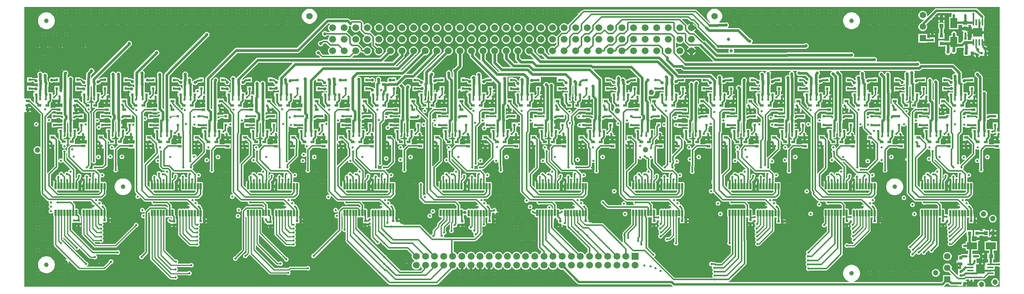
<source format=gtl>
G04*
G04 #@! TF.GenerationSoftware,Altium Limited,Altium Designer,23.2.1 (34)*
G04*
G04 Layer_Physical_Order=1*
G04 Layer_Color=255*
%FSLAX44Y44*%
%MOMM*%
G71*
G04*
G04 #@! TF.SameCoordinates,4AEFFC81-8D6A-4C92-BCC4-55949A9363D9*
G04*
G04*
G04 #@! TF.FilePolarity,Positive*
G04*
G01*
G75*
%ADD10C,0.2000*%
%ADD11C,0.2500*%
%ADD12C,0.6000*%
%ADD15C,0.3000*%
%ADD16R,2.2000X1.5500*%
%ADD17R,1.5500X2.2000*%
%ADD18R,1.8460X2.1500*%
%ADD19R,1.4000X0.4500*%
%ADD20R,0.4500X1.4000*%
%ADD21R,2.1500X1.8460*%
%ADD22R,0.5500X0.5500*%
%ADD23R,0.5500X0.5500*%
%ADD24R,0.8587X0.9121*%
%ADD25R,0.9121X0.8587*%
%ADD26R,0.5750X0.6200*%
%ADD27R,0.8500X0.6000*%
%ADD28R,0.8000X0.8000*%
%ADD29R,0.8000X0.8000*%
%ADD30R,0.6500X0.7000*%
%ADD31R,0.7000X0.6500*%
%ADD32R,0.8065X0.8682*%
%ADD33R,0.8682X0.8065*%
%ADD34R,0.5200X0.5200*%
%ADD35R,0.5200X0.5200*%
G04:AMPARAMS|DCode=36|XSize=0.45mm|YSize=1.4mm|CornerRadius=0.0495mm|HoleSize=0mm|Usage=FLASHONLY|Rotation=0.000|XOffset=0mm|YOffset=0mm|HoleType=Round|Shape=RoundedRectangle|*
%AMROUNDEDRECTD36*
21,1,0.4500,1.3010,0,0,0.0*
21,1,0.3510,1.4000,0,0,0.0*
1,1,0.0990,0.1755,-0.6505*
1,1,0.0990,-0.1755,-0.6505*
1,1,0.0990,-0.1755,0.6505*
1,1,0.0990,0.1755,0.6505*
%
%ADD36ROUNDEDRECTD36*%
%ADD50C,1.5000*%
%ADD57C,0.4000*%
%ADD58C,0.5000*%
%ADD59C,0.3500*%
%ADD60C,0.3810*%
%ADD61C,0.3100*%
%ADD62C,0.3800*%
%ADD63R,1.5000X1.5000*%
%ADD64C,1.4000*%
%ADD65R,1.4000X1.4000*%
%ADD66C,1.0000*%
%ADD67C,0.5000*%
%ADD68C,0.7000*%
%ADD69C,1.2000*%
G36*
X675292Y582574D02*
X675135Y582483D01*
X673266Y580614D01*
X671944Y578324D01*
X671260Y575771D01*
Y573127D01*
X671944Y570574D01*
X673266Y568284D01*
X674812Y566738D01*
X674355Y565468D01*
X668682D01*
X667681Y566469D01*
X665461Y567389D01*
X663058D01*
X660838Y566469D01*
X659139Y564770D01*
X658219Y562550D01*
Y560147D01*
X659139Y557927D01*
X660838Y556228D01*
X663058Y555309D01*
X665461D01*
X667681Y556228D01*
X668682Y557230D01*
X673486D01*
X674012Y555960D01*
X673266Y555214D01*
X671944Y552924D01*
X671260Y550371D01*
Y548746D01*
X671036Y548496D01*
X669990Y547874D01*
X668826Y548105D01*
X660620D01*
X659044Y547792D01*
X657707Y546899D01*
X656269Y545461D01*
X656201Y545489D01*
X653799D01*
X651579Y544569D01*
X649880Y542870D01*
X648960Y540650D01*
Y538247D01*
X649880Y536027D01*
X651579Y534328D01*
X653799Y533409D01*
X656201D01*
X658421Y534328D01*
X660120Y536027D01*
X661040Y538247D01*
Y538581D01*
X662326Y539867D01*
X667120D01*
X673151Y533836D01*
X674487Y532943D01*
X674704Y532900D01*
X674955Y532191D01*
X674999Y531547D01*
X673266Y529813D01*
X671944Y527524D01*
X671260Y524971D01*
Y522327D01*
X671944Y519773D01*
X673266Y517484D01*
X674012Y516738D01*
X673486Y515468D01*
X659806D01*
X656040Y519234D01*
Y520650D01*
X655120Y522870D01*
X653421Y524569D01*
X651201Y525489D01*
X648799D01*
X646579Y524569D01*
X644880Y522870D01*
X643960Y520650D01*
Y518247D01*
X644880Y516027D01*
X646579Y514328D01*
X648799Y513409D01*
X650215D01*
X653813Y509811D01*
X653327Y508637D01*
X516927D01*
X516927Y508637D01*
X514766Y508207D01*
X512933Y506983D01*
X512933Y506983D01*
X470633Y464682D01*
X470263Y464129D01*
X468830Y464270D01*
X468333Y465469D01*
X467638Y466164D01*
X467207Y466810D01*
X467207Y466810D01*
X467053Y466964D01*
X465220Y468189D01*
X463059Y468619D01*
X460897Y468189D01*
X459064Y466964D01*
X457840Y465132D01*
X457736Y464609D01*
X457173Y463249D01*
Y460847D01*
X457788Y459361D01*
Y455673D01*
X457528D01*
Y444393D01*
X457788D01*
Y432323D01*
X451899D01*
X451646Y433593D01*
X453421Y434328D01*
X455121Y436027D01*
X456040Y438247D01*
Y440650D01*
X455121Y442870D01*
X453421Y444569D01*
X451201Y445489D01*
X448799D01*
X448092Y445196D01*
X447879Y445238D01*
X444598D01*
Y446173D01*
X433768D01*
Y434893D01*
X444598D01*
Y434893D01*
X445868Y435038D01*
X446579Y434328D01*
X448354Y433593D01*
X448273Y432323D01*
X447955Y431917D01*
X446667Y431660D01*
Y427358D01*
Y423230D01*
X447003Y423567D01*
X448273Y423041D01*
Y421743D01*
X449015D01*
Y410428D01*
X448050Y409906D01*
X447781Y409865D01*
X442959Y414687D01*
X442353Y415092D01*
Y418573D01*
X428773D01*
X428307Y419650D01*
Y454281D01*
X428421Y454328D01*
X430121Y456027D01*
X431040Y458247D01*
Y460650D01*
X430121Y462870D01*
X428421Y464569D01*
X426201Y465489D01*
X423799D01*
X421579Y464569D01*
X419879Y462870D01*
X419297Y461463D01*
X418664Y460831D01*
X417440Y458998D01*
X417010Y456837D01*
X417010Y456837D01*
Y395982D01*
X415837Y395496D01*
X413589Y397744D01*
Y460050D01*
X472340Y518800D01*
X605000D01*
X605000Y518800D01*
X607162Y519230D01*
X608994Y520455D01*
X672340Y583800D01*
X674964D01*
X675292Y582574D01*
D02*
G37*
G36*
X1451777Y542743D02*
X1452572Y542489D01*
X1452594Y542378D01*
X1453487Y541041D01*
X1460692Y533836D01*
X1462029Y532943D01*
X1462140Y532921D01*
X1462394Y532126D01*
X1462422Y531570D01*
X1460666Y529813D01*
X1459344Y527524D01*
X1459110Y526649D01*
X1468700D01*
X1478290D01*
X1478056Y527524D01*
X1476734Y529813D01*
X1475188Y531360D01*
X1475645Y532630D01*
X1484448D01*
X1515711Y501367D01*
X1515185Y500097D01*
X1455282D01*
X1443040Y512339D01*
X1443567Y513609D01*
X1444622D01*
X1447175Y514293D01*
X1449465Y515615D01*
X1451334Y517484D01*
X1452656Y519773D01*
X1453340Y522327D01*
Y524971D01*
X1452656Y527524D01*
X1451334Y529813D01*
X1449465Y531683D01*
X1447175Y533005D01*
X1444622Y533689D01*
X1441978D01*
X1439425Y533005D01*
X1437135Y531683D01*
X1435989Y530537D01*
X1434719Y531063D01*
Y541635D01*
X1435989Y542161D01*
X1437135Y541015D01*
X1439425Y539693D01*
X1441978Y539009D01*
X1444622D01*
X1447175Y539693D01*
X1449465Y541015D01*
X1451221Y542771D01*
X1451777Y542743D01*
D02*
G37*
G36*
X2145000Y346673D02*
X2143944Y345967D01*
X2143625Y346099D01*
X2141620D01*
X2140498Y345634D01*
X2139385Y346548D01*
X2139483Y347043D01*
Y354765D01*
X2140728D01*
Y366045D01*
X2129898D01*
Y354765D01*
X2131143D01*
Y351857D01*
X2130087Y351152D01*
X2129902Y351228D01*
X2127897D01*
X2127279Y350972D01*
X2126223Y351678D01*
Y352195D01*
X2116675D01*
Y364264D01*
X2116968D01*
Y369056D01*
X2117185Y370146D01*
Y371164D01*
X2117186Y371168D01*
X2117913Y372044D01*
X2118409Y372189D01*
X2118540D01*
X2119037Y372091D01*
X2119533Y372189D01*
X2120039D01*
X2120507Y372383D01*
X2121003Y372482D01*
X2121424Y372763D01*
X2121891Y372957D01*
X2122249Y373315D01*
X2122670Y373596D01*
X2123340Y374266D01*
X2129898D01*
Y373764D01*
X2140728D01*
Y385045D01*
X2129898D01*
Y384543D01*
X2121212D01*
X2119245Y384152D01*
X2117915Y383263D01*
X2116645Y383754D01*
Y426844D01*
X2117455Y428799D01*
Y431201D01*
X2116535Y433421D01*
X2114836Y435121D01*
X2112616Y436040D01*
X2110213D01*
X2109079Y435570D01*
X2108023Y436276D01*
Y465629D01*
X2107593Y467790D01*
X2106369Y469623D01*
X2106369Y469623D01*
X2101632Y474360D01*
X2101145Y475536D01*
X2099446Y477235D01*
X2097226Y478154D01*
X2094823D01*
X2092603Y477235D01*
X2090904Y475536D01*
X2089984Y473316D01*
Y470913D01*
X2090904Y468693D01*
X2092603Y466994D01*
X2093317Y466698D01*
X2096726Y463289D01*
Y383319D01*
X2095670Y382613D01*
X2095337Y382751D01*
X2094363D01*
X2093676Y383210D01*
X2092100Y383524D01*
X2080968D01*
Y385045D01*
X2070138D01*
Y382459D01*
X2068868Y381610D01*
X2067954Y381989D01*
X2065949D01*
X2065146Y381656D01*
X2063876Y382505D01*
Y386568D01*
X2067463Y390155D01*
X2081233D01*
Y388493D01*
X2094813D01*
Y399573D01*
X2081233D01*
Y398394D01*
X2069813D01*
Y408672D01*
X2072199Y411057D01*
X2072199Y411057D01*
X2073181Y412528D01*
X2073526Y414262D01*
Y416831D01*
X2074796Y417357D01*
X2075152Y417002D01*
X2077004Y416235D01*
X2079009D01*
X2079963Y416630D01*
X2080857Y416033D01*
X2088024D01*
X2094813D01*
Y418573D01*
X2093849D01*
X2093323Y419843D01*
X2093754Y420275D01*
X2089627D01*
Y426275D01*
X2093754D01*
X2092482Y427547D01*
X2090629Y428315D01*
X2088624D01*
X2088006Y428728D01*
Y434893D01*
X2089318D01*
Y446173D01*
X2078488D01*
Y434893D01*
X2079768D01*
Y428861D01*
X2077221Y426315D01*
X2077004D01*
X2076083Y425933D01*
X2074813Y426782D01*
Y432323D01*
X2065266D01*
Y444393D01*
X2065558D01*
Y448859D01*
X2065792Y450033D01*
X2065755Y450221D01*
X2065936Y450518D01*
X2066831Y451318D01*
X2068828D01*
X2071048Y452238D01*
X2072747Y453937D01*
X2073236Y455118D01*
X2078488D01*
Y453893D01*
X2089318D01*
Y465173D01*
X2078488D01*
Y464182D01*
X2070240D01*
X2070240Y464182D01*
X2068506Y463837D01*
X2067849Y463398D01*
X2066425D01*
X2064205Y462478D01*
X2063345Y461618D01*
X2062075Y462144D01*
Y467140D01*
X2062096Y467244D01*
X2062096Y467244D01*
Y474733D01*
X2061666Y476895D01*
X2060441Y478727D01*
X2060441Y478728D01*
X2055726Y483443D01*
X2055597Y483529D01*
X2045683Y493443D01*
X2043851Y494667D01*
X2041689Y495097D01*
X2041689Y495097D01*
X1972785D01*
X1972784Y495097D01*
X1971923Y494926D01*
X1971040Y495650D01*
X1970121Y497870D01*
X1968421Y499569D01*
X1966201Y500489D01*
X1963799D01*
X1962854Y500097D01*
X1875850D01*
X1875261Y501367D01*
X1876040Y503247D01*
Y505650D01*
X1875121Y507870D01*
X1873421Y509569D01*
X1871201Y510489D01*
X1868799D01*
X1867854Y510097D01*
X1825850D01*
X1825261Y511367D01*
X1826040Y513247D01*
Y515650D01*
X1825121Y517870D01*
X1823421Y519569D01*
X1821201Y520489D01*
X1818799D01*
X1817854Y520097D01*
X1679672D01*
X1679672Y520097D01*
X1677511Y519667D01*
X1676717Y519137D01*
X1561913D01*
X1561452Y520407D01*
X1562321Y522505D01*
Y524908D01*
X1561619Y526604D01*
X1562315Y527874D01*
X1718803D01*
X1718803Y527874D01*
X1720965Y528304D01*
X1721122Y528409D01*
X1721201D01*
X1723421Y529328D01*
X1725121Y531027D01*
X1726040Y533247D01*
Y535650D01*
X1725121Y537870D01*
X1723421Y539569D01*
X1721201Y540489D01*
X1718799D01*
X1716579Y539569D01*
X1716180Y539171D01*
X1601182D01*
X1600670Y540441D01*
X1602007Y541778D01*
X1602926Y543998D01*
Y546401D01*
X1602007Y548620D01*
X1600308Y550320D01*
X1598088Y551239D01*
X1596198D01*
X1575238Y572198D01*
X1573406Y573423D01*
X1571244Y573853D01*
X1571244Y573853D01*
X1549054D01*
X1548974Y573984D01*
X1548665Y575123D01*
X1550121Y576579D01*
X1551040Y578799D01*
Y581201D01*
X1550121Y583421D01*
X1548421Y585121D01*
X1546201Y586040D01*
X1543799D01*
X1542854Y585648D01*
X1530206D01*
X1529838Y586864D01*
X1530044Y587001D01*
X1532348Y589305D01*
X1534158Y592014D01*
X1535404Y595024D01*
X1536040Y598220D01*
Y601478D01*
X1535404Y604673D01*
X1534158Y607683D01*
X1532348Y610392D01*
X1530044Y612696D01*
X1527335Y614506D01*
X1524325Y615753D01*
X1521129Y616389D01*
X1517871D01*
X1514675Y615753D01*
X1511665Y614506D01*
X1508956Y612696D01*
X1506653Y610392D01*
X1504843Y607683D01*
X1503596Y604673D01*
X1502960Y601478D01*
Y598220D01*
X1503596Y595024D01*
X1504843Y592014D01*
X1506653Y589305D01*
X1508956Y587001D01*
X1509391Y586711D01*
X1509084Y585389D01*
X1508322Y585286D01*
X1480696Y612913D01*
X1479360Y613806D01*
X1477784Y614119D01*
X1232856D01*
X1231280Y613806D01*
X1229944Y612913D01*
X1228657Y611626D01*
X1227159Y611924D01*
X1226773Y612855D01*
X1225500Y614128D01*
Y610000D01*
X1222500D01*
Y607000D01*
X1218372D01*
X1219645Y605727D01*
X1220576Y605341D01*
X1220874Y603843D01*
X1198887Y581856D01*
X1198456Y581211D01*
X1198272Y581113D01*
X1196902Y581045D01*
X1195465Y582483D01*
X1193175Y583805D01*
X1190622Y584489D01*
X1187978D01*
X1185425Y583805D01*
X1183135Y582483D01*
X1181266Y580614D01*
X1179944Y578324D01*
X1179260Y575771D01*
Y573127D01*
X1179944Y570574D01*
X1181266Y568284D01*
X1182763Y566788D01*
X1182818Y566530D01*
X1182711Y565515D01*
X1182592Y565262D01*
X1181693Y564661D01*
X1173287Y556256D01*
X1173021Y555858D01*
X1172886Y555778D01*
X1171412Y555736D01*
X1170065Y557083D01*
X1167775Y558405D01*
X1165222Y559089D01*
X1162578D01*
X1160025Y558405D01*
X1157735Y557083D01*
X1155866Y555214D01*
X1154544Y552924D01*
X1153860Y550371D01*
Y547727D01*
X1154544Y545173D01*
X1155866Y542884D01*
X1157735Y541015D01*
X1160025Y539693D01*
X1162578Y539009D01*
X1165222D01*
X1167775Y539693D01*
X1170065Y541015D01*
X1170811Y541761D01*
X1172081Y541235D01*
Y537655D01*
X1167503Y533078D01*
X1165222Y533689D01*
X1162578D01*
X1160025Y533005D01*
X1157735Y531683D01*
X1155866Y529813D01*
X1154544Y527524D01*
X1153860Y524971D01*
Y522327D01*
X1154544Y519773D01*
X1155866Y517484D01*
X1157711Y515639D01*
X1157703Y515354D01*
X1157439Y514369D01*
X1155768D01*
X1148386Y521751D01*
X1148540Y522327D01*
Y524971D01*
X1147856Y527524D01*
X1146534Y529813D01*
X1144665Y531683D01*
X1142375Y533005D01*
X1139822Y533689D01*
X1137178D01*
X1134625Y533005D01*
X1132335Y531683D01*
X1130466Y529813D01*
X1129144Y527524D01*
X1128460Y524971D01*
Y522327D01*
X1129144Y519773D01*
X1130466Y517484D01*
X1132335Y515615D01*
X1134625Y514293D01*
X1137178Y513609D01*
X1139822D01*
X1140397Y513763D01*
X1147158Y507002D01*
X1146672Y505829D01*
X1138908D01*
X1122986Y521751D01*
X1123140Y522327D01*
Y524971D01*
X1122456Y527524D01*
X1121134Y529813D01*
X1119265Y531683D01*
X1116975Y533005D01*
X1114422Y533689D01*
X1111778D01*
X1109225Y533005D01*
X1106935Y531683D01*
X1105066Y529813D01*
X1103744Y527524D01*
X1103060Y524971D01*
Y522327D01*
X1103744Y519773D01*
X1105066Y517484D01*
X1106935Y515615D01*
X1109225Y514293D01*
X1111778Y513609D01*
X1114422D01*
X1114997Y513763D01*
X1123280Y505481D01*
X1122470Y504494D01*
X1122074Y504759D01*
X1119912Y505189D01*
X1119912Y505189D01*
X1096621D01*
X1093066Y508744D01*
Y515154D01*
X1093865Y515615D01*
X1095734Y517484D01*
X1097056Y519773D01*
X1097740Y522327D01*
Y524971D01*
X1097056Y527524D01*
X1095734Y529813D01*
X1093865Y531683D01*
X1091575Y533005D01*
X1089022Y533689D01*
X1086378D01*
X1083825Y533005D01*
X1081535Y531683D01*
X1079666Y529813D01*
X1078344Y527524D01*
X1077660Y524971D01*
Y522327D01*
X1078344Y519773D01*
X1079666Y517484D01*
X1081535Y515615D01*
X1081769Y515480D01*
Y506404D01*
X1081769Y506404D01*
X1082199Y504243D01*
X1083423Y502410D01*
X1088011Y497822D01*
X1087525Y496649D01*
X1080788D01*
X1067949Y509488D01*
Y515317D01*
X1068465Y515615D01*
X1070334Y517484D01*
X1071656Y519773D01*
X1072340Y522327D01*
Y524971D01*
X1071656Y527524D01*
X1070334Y529813D01*
X1068465Y531683D01*
X1066175Y533005D01*
X1063622Y533689D01*
X1060978D01*
X1058425Y533005D01*
X1056135Y531683D01*
X1054266Y529813D01*
X1052944Y527524D01*
X1052260Y524971D01*
Y522327D01*
X1052944Y519773D01*
X1054266Y517484D01*
X1056135Y515615D01*
X1056652Y515317D01*
Y507149D01*
X1056652Y507149D01*
X1057082Y504987D01*
X1058306Y503155D01*
X1072178Y489282D01*
X1071692Y488109D01*
X1054328D01*
X1042666Y499771D01*
Y515384D01*
X1043065Y515615D01*
X1044934Y517484D01*
X1046256Y519773D01*
X1046940Y522327D01*
Y524971D01*
X1046256Y527524D01*
X1044934Y529813D01*
X1043065Y531683D01*
X1040775Y533005D01*
X1038222Y533689D01*
X1035578D01*
X1033025Y533005D01*
X1030735Y531683D01*
X1028866Y529813D01*
X1027544Y527524D01*
X1026860Y524971D01*
Y522327D01*
X1027544Y519773D01*
X1028866Y517484D01*
X1030735Y515615D01*
X1031369Y515249D01*
Y497432D01*
X1031369Y497431D01*
X1031799Y495270D01*
X1033023Y493437D01*
X1047352Y479108D01*
X1046826Y477838D01*
X1044599D01*
X1017149Y505288D01*
Y515317D01*
X1017665Y515615D01*
X1019534Y517484D01*
X1020856Y519773D01*
X1021540Y522327D01*
Y524971D01*
X1020856Y527524D01*
X1019534Y529813D01*
X1017665Y531683D01*
X1015375Y533005D01*
X1012822Y533689D01*
X1010178D01*
X1007625Y533005D01*
X1005335Y531683D01*
X1003466Y529813D01*
X1002144Y527524D01*
X1001460Y524971D01*
Y522327D01*
X1002144Y519773D01*
X1003466Y517484D01*
X1005335Y515615D01*
X1005852Y515317D01*
Y503775D01*
X1004582Y503249D01*
X993471Y514360D01*
Y516821D01*
X994134Y517484D01*
X995456Y519773D01*
X996140Y522327D01*
Y524971D01*
X995456Y527524D01*
X994134Y529813D01*
X992265Y531683D01*
X989975Y533005D01*
X987422Y533689D01*
X984778D01*
X982225Y533005D01*
X979935Y531683D01*
X978066Y529813D01*
X976744Y527524D01*
X976060Y524971D01*
Y522327D01*
X976744Y519773D01*
X978066Y517484D01*
X979935Y515615D01*
X982173Y514323D01*
Y512020D01*
X982173Y512020D01*
X982604Y509859D01*
X983828Y508026D01*
X1025508Y466346D01*
X1025022Y465173D01*
X1021848D01*
Y464065D01*
X1017822D01*
X1017822Y464065D01*
X1016087Y463720D01*
X1014617Y462738D01*
X1013891Y462012D01*
X1012196D01*
X1009976Y461092D01*
X1009759Y460875D01*
X1008586Y461361D01*
Y468848D01*
X1008194Y470815D01*
X1008085Y470978D01*
Y471992D01*
X1007166Y474212D01*
X1005467Y475911D01*
X1003247Y476831D01*
X1000844D01*
X998624Y475911D01*
X996925Y474212D01*
X996005Y471992D01*
Y469703D01*
X995386Y469221D01*
X994862Y469031D01*
X993162Y470167D01*
X991000Y470597D01*
X990454Y470489D01*
X988799D01*
X986579Y469569D01*
X984880Y467870D01*
X983960Y465650D01*
Y463247D01*
X984207Y462651D01*
X983221Y461712D01*
X981005D01*
X980938Y461684D01*
X980176Y462446D01*
X978840Y463339D01*
X977263Y463652D01*
X972918D01*
Y465173D01*
X962088D01*
Y453893D01*
X972918D01*
Y455414D01*
X975557D01*
X976167Y454804D01*
Y454471D01*
X977086Y452251D01*
X978785Y450552D01*
X981005Y449632D01*
X983408D01*
X984353Y450024D01*
X985802Y449249D01*
X985848Y449017D01*
Y445575D01*
X984792Y444870D01*
X983908Y445236D01*
X981505D01*
X981129Y445080D01*
X980333Y445238D01*
X972918D01*
Y446173D01*
X962088D01*
Y440733D01*
X961032Y440028D01*
X961003Y440040D01*
X958997D01*
X957550Y439440D01*
X956280Y440067D01*
Y477301D01*
X956207Y477668D01*
X964694Y486155D01*
X964694Y486155D01*
X965919Y487987D01*
X966349Y490149D01*
X966348Y490149D01*
Y515317D01*
X966865Y515615D01*
X968734Y517484D01*
X970056Y519773D01*
X970740Y522327D01*
Y524971D01*
X970056Y527524D01*
X968734Y529813D01*
X966865Y531683D01*
X964575Y533005D01*
X962022Y533689D01*
X959378D01*
X956825Y533005D01*
X954535Y531683D01*
X952666Y529813D01*
X951344Y527524D01*
X950660Y524971D01*
Y522327D01*
X951344Y519773D01*
X952666Y517484D01*
X954535Y515615D01*
X955051Y515317D01*
Y492488D01*
X947524Y484961D01*
X946579Y484569D01*
X944880Y482870D01*
X943960Y480650D01*
Y478247D01*
X944880Y476027D01*
X944983Y475924D01*
Y465790D01*
X943810Y465304D01*
X941840Y467274D01*
Y473264D01*
X942040Y473747D01*
Y476150D01*
X941121Y478370D01*
X939421Y480069D01*
X937201Y480989D01*
X934799D01*
X932579Y480069D01*
X930880Y478370D01*
X929960Y476150D01*
Y473747D01*
X930543Y472340D01*
Y464934D01*
X930543Y464934D01*
X930973Y462772D01*
X932197Y460940D01*
X936028Y457109D01*
Y385012D01*
X934972Y384307D01*
X934639Y384445D01*
X932634D01*
X930782Y383677D01*
X930628Y383524D01*
X920188D01*
Y385045D01*
X909358D01*
Y374541D01*
X908088Y374015D01*
X907503Y374600D01*
X905650Y375367D01*
X903645D01*
X901793Y374600D01*
X901000Y373807D01*
X899730Y374333D01*
Y384726D01*
X905159Y390155D01*
X918929D01*
Y388493D01*
X932509D01*
Y399573D01*
X918929D01*
Y398394D01*
X907509D01*
Y408672D01*
X909895Y411057D01*
X909895Y411057D01*
X910877Y412528D01*
X911222Y414262D01*
Y416831D01*
X912492Y417357D01*
X912848Y417002D01*
X914700Y416235D01*
X916705D01*
X917659Y416630D01*
X918553Y416033D01*
X925720D01*
X932509D01*
Y418573D01*
X931545D01*
X931019Y419843D01*
X931450Y420275D01*
X927323D01*
Y426275D01*
X931450D01*
X930178Y427547D01*
X928325Y428315D01*
X926320D01*
X925702Y428728D01*
Y434893D01*
X927014D01*
Y446173D01*
X916184D01*
Y436558D01*
X914914Y436306D01*
X914273Y437855D01*
X913000Y439128D01*
Y435000D01*
X907000D01*
Y439128D01*
X905727Y437855D01*
X904960Y436003D01*
Y433997D01*
X905216Y433379D01*
X904511Y432323D01*
X902962D01*
Y444393D01*
X903254D01*
Y449184D01*
X903460Y450217D01*
X903487Y450300D01*
X903550Y450401D01*
X904559Y451318D01*
X906524D01*
X908744Y452238D01*
X910443Y453937D01*
X910932Y455118D01*
X916184D01*
Y453893D01*
X927014D01*
Y465173D01*
X916184D01*
Y464182D01*
X907936D01*
X907936Y464182D01*
X906202Y463837D01*
X905546Y463398D01*
X904121D01*
X902987Y462928D01*
X901931Y463634D01*
Y467163D01*
X902087Y467228D01*
X903786Y468927D01*
X904705Y471147D01*
Y473549D01*
X903786Y475769D01*
X902087Y477468D01*
X899867Y478388D01*
X899823D01*
X899297Y479658D01*
X933402Y513763D01*
X933978Y513609D01*
X936622D01*
X939175Y514293D01*
X941465Y515615D01*
X943334Y517484D01*
X944656Y519773D01*
X945340Y522327D01*
Y524971D01*
X944656Y527524D01*
X943334Y529813D01*
X941465Y531683D01*
X939175Y533005D01*
X936622Y533689D01*
X933978D01*
X931425Y533005D01*
X929135Y531683D01*
X927266Y529813D01*
X925944Y527524D01*
X925260Y524971D01*
Y522327D01*
X925414Y521751D01*
X892053Y488390D01*
X891134Y488207D01*
X889301Y486983D01*
X889301Y486983D01*
X882888Y480570D01*
X881664Y478737D01*
X881234Y476576D01*
X881234Y476575D01*
Y458977D01*
X879964Y458451D01*
X879320Y459095D01*
X877100Y460015D01*
X875487D01*
X873056Y462446D01*
X871719Y463339D01*
X870143Y463652D01*
X867254D01*
Y465173D01*
X865372D01*
X864886Y466346D01*
X910377Y511837D01*
X910377Y511837D01*
X911601Y513670D01*
X911610Y513713D01*
X913775Y514293D01*
X916065Y515615D01*
X917934Y517484D01*
X919256Y519773D01*
X919940Y522327D01*
Y524971D01*
X919256Y527524D01*
X917934Y529813D01*
X916065Y531683D01*
X913775Y533005D01*
X911222Y533689D01*
X908578D01*
X906025Y533005D01*
X903735Y531683D01*
X901866Y529813D01*
X900544Y527524D01*
X899860Y524971D01*
Y522327D01*
X900544Y519773D01*
X900993Y518996D01*
X900852Y518289D01*
X855844Y473282D01*
X843780D01*
X843294Y474455D01*
X882602Y513763D01*
X883178Y513609D01*
X885822D01*
X888375Y514293D01*
X890665Y515615D01*
X892534Y517484D01*
X893856Y519773D01*
X894540Y522327D01*
Y524971D01*
X893856Y527524D01*
X892534Y529813D01*
X890665Y531683D01*
X888375Y533005D01*
X885822Y533689D01*
X883178D01*
X880625Y533005D01*
X878335Y531683D01*
X876466Y529813D01*
X875144Y527524D01*
X874460Y524971D01*
Y522327D01*
X874614Y521751D01*
X834185Y481322D01*
X832456Y480167D01*
X832456Y480167D01*
X832386Y480097D01*
X830433D01*
X829907Y481367D01*
X861372Y512832D01*
X861372Y512833D01*
X862211Y514088D01*
X862975Y514293D01*
X865265Y515615D01*
X867134Y517484D01*
X868456Y519773D01*
X869140Y522327D01*
Y524971D01*
X868456Y527524D01*
X867134Y529813D01*
X865265Y531683D01*
X862975Y533005D01*
X860422Y533689D01*
X857778D01*
X855225Y533005D01*
X852935Y531683D01*
X851066Y529813D01*
X849744Y527524D01*
X849060Y524971D01*
Y522327D01*
X849744Y519773D01*
X850693Y518130D01*
X822660Y490097D01*
X820433D01*
X819907Y491367D01*
X837277Y508737D01*
X837277Y508737D01*
X838501Y510570D01*
X838931Y512732D01*
Y515076D01*
X839865Y515615D01*
X841734Y517484D01*
X843056Y519773D01*
X843740Y522327D01*
Y524971D01*
X843056Y527524D01*
X841734Y529813D01*
X839865Y531683D01*
X837575Y533005D01*
X835022Y533689D01*
X832378D01*
X829825Y533005D01*
X827535Y531683D01*
X825666Y529813D01*
X824344Y527524D01*
X823660Y524971D01*
Y522327D01*
X824344Y519773D01*
X825666Y517484D01*
X827051Y516100D01*
X827089Y514615D01*
X827018Y514455D01*
X812660Y500097D01*
X794396D01*
X793910Y501271D01*
X806403Y513763D01*
X806978Y513609D01*
X809622D01*
X812175Y514293D01*
X814465Y515615D01*
X816334Y517484D01*
X817656Y519773D01*
X818340Y522327D01*
Y524971D01*
X817656Y527524D01*
X816334Y529813D01*
X814465Y531683D01*
X812175Y533005D01*
X809622Y533689D01*
X806978D01*
X804425Y533005D01*
X802135Y531683D01*
X800266Y529813D01*
X798944Y527524D01*
X798260Y524971D01*
Y522327D01*
X798414Y521751D01*
X785300Y508637D01*
X724573D01*
X724087Y509811D01*
X728497Y514220D01*
X730778Y513609D01*
X733422D01*
X735975Y514293D01*
X738265Y515615D01*
X740134Y517484D01*
X741456Y519773D01*
X741709Y520717D01*
X742935Y521046D01*
X743245Y520736D01*
X744581Y519843D01*
X746157Y519530D01*
X748285D01*
X749466Y517484D01*
X751335Y515615D01*
X753625Y514293D01*
X756178Y513609D01*
X758822D01*
X761375Y514293D01*
X763665Y515615D01*
X765534Y517484D01*
X766856Y519773D01*
X767540Y522327D01*
Y524971D01*
X766856Y527524D01*
X765534Y529813D01*
X763665Y531683D01*
X761375Y533005D01*
X758822Y533689D01*
X756178D01*
X753625Y533005D01*
X751335Y531683D01*
X749579Y529926D01*
X749023Y529955D01*
X748228Y530209D01*
X748206Y530320D01*
X747313Y531656D01*
X740107Y538862D01*
X738771Y539754D01*
X738660Y539776D01*
X738406Y540572D01*
X738378Y541128D01*
X740134Y542884D01*
X741456Y545173D01*
X742140Y547727D01*
Y550371D01*
X741456Y552924D01*
X740134Y555214D01*
X738265Y557083D01*
X735975Y558405D01*
X733422Y559089D01*
X730778D01*
X728225Y558405D01*
X725935Y557083D01*
X724179Y555326D01*
X723623Y555355D01*
X722828Y555609D01*
X722806Y555720D01*
X721913Y557056D01*
X714707Y564262D01*
X713371Y565154D01*
X713260Y565177D01*
X713006Y565972D01*
X712978Y566528D01*
X714734Y568284D01*
X716056Y570574D01*
X716740Y573127D01*
Y575771D01*
X716345Y577243D01*
X717410Y578177D01*
X718921Y577551D01*
X721222D01*
X721472Y577471D01*
X722317Y576730D01*
X722060Y575771D01*
Y573127D01*
X722744Y570574D01*
X724066Y568284D01*
X725935Y566415D01*
X728225Y565093D01*
X730778Y564409D01*
X733422D01*
X735975Y565093D01*
X738265Y566415D01*
X740004Y568154D01*
X740627Y568114D01*
X741357Y567862D01*
X741394Y567672D01*
X742287Y566336D01*
X749387Y559236D01*
X750724Y558343D01*
X750913Y558306D01*
X751165Y557575D01*
X751205Y556953D01*
X749466Y555214D01*
X748144Y552924D01*
X747460Y550371D01*
Y547727D01*
X748144Y545173D01*
X749466Y542884D01*
X751335Y541015D01*
X753625Y539693D01*
X756178Y539009D01*
X758822D01*
X761375Y539693D01*
X763665Y541015D01*
X765211Y542561D01*
X766481Y542104D01*
Y535949D01*
X766794Y534372D01*
X767687Y533036D01*
X773471Y527252D01*
X772860Y524971D01*
Y522327D01*
X773544Y519773D01*
X774866Y517484D01*
X776735Y515615D01*
X779025Y514293D01*
X781578Y513609D01*
X784222D01*
X786775Y514293D01*
X789065Y515615D01*
X790934Y517484D01*
X792256Y519773D01*
X792940Y522327D01*
Y524971D01*
X792256Y527524D01*
X790934Y529813D01*
X789065Y531683D01*
X786775Y533005D01*
X784222Y533689D01*
X781578D01*
X779297Y533078D01*
X774719Y537655D01*
Y541235D01*
X775989Y541761D01*
X776735Y541015D01*
X779025Y539693D01*
X781578Y539009D01*
X784222D01*
X786775Y539693D01*
X789065Y541015D01*
X790934Y542884D01*
X792256Y545173D01*
X792940Y547727D01*
Y550371D01*
X792256Y552924D01*
X790934Y555214D01*
X789065Y557083D01*
X786775Y558405D01*
X784222Y559089D01*
X781578D01*
X779025Y558405D01*
X776735Y557083D01*
X775521Y555868D01*
X775509Y555863D01*
X773960Y556092D01*
X773513Y556761D01*
X766013Y564262D01*
X764676Y565154D01*
X764189Y565251D01*
X763955Y565772D01*
X763861Y566611D01*
X765534Y568284D01*
X766856Y570574D01*
X767540Y573127D01*
Y575771D01*
X766856Y578324D01*
X765534Y580614D01*
X763665Y582483D01*
X761375Y583805D01*
X758822Y584489D01*
X756178D01*
X753625Y583805D01*
X751335Y582483D01*
X750389Y581537D01*
X749119Y582063D01*
Y584449D01*
X748806Y586025D01*
X747913Y587361D01*
X745195Y590079D01*
X743859Y590971D01*
X742283Y591285D01*
X723880D01*
X722304Y590971D01*
X721199Y590233D01*
X717989Y593443D01*
X716156Y594667D01*
X713995Y595097D01*
X713995Y595097D01*
X670000D01*
X667838Y594667D01*
X666006Y593443D01*
X666006Y593443D01*
X602660Y530097D01*
X470000D01*
X470000Y530097D01*
X467838Y529667D01*
X466006Y528443D01*
X466006Y528443D01*
X403946Y466383D01*
X402722Y464551D01*
X402292Y462389D01*
X402292Y462389D01*
Y428742D01*
X401022Y427893D01*
X400005Y428315D01*
X398000D01*
X397382Y428728D01*
Y434893D01*
X398694D01*
Y446173D01*
X387864D01*
Y440643D01*
X386594Y439795D01*
X386003Y440040D01*
X383997D01*
X382145Y439273D01*
X380727Y437855D01*
X379960Y436003D01*
Y433997D01*
X380216Y433379D01*
X379511Y432323D01*
X374641D01*
Y444393D01*
X374934D01*
Y449176D01*
X374946Y449188D01*
X376311Y449596D01*
X376579Y449328D01*
X378799Y448409D01*
X381201D01*
X383421Y449328D01*
X385121Y451027D01*
X386018Y453194D01*
X386630Y453806D01*
X392309D01*
X392747Y453893D01*
X398694D01*
Y465173D01*
X387864D01*
Y462870D01*
X384753D01*
X383018Y462525D01*
X381548Y461543D01*
X381548Y461543D01*
X380494Y460489D01*
X378799D01*
X376579Y459569D01*
X374879Y457870D01*
X374174Y456166D01*
X372904Y456418D01*
Y457994D01*
X373104Y458477D01*
Y460880D01*
X372184Y463100D01*
X370485Y464799D01*
X368265Y465718D01*
X365862D01*
X364728Y465249D01*
X363672Y465954D01*
Y469555D01*
X364255Y470962D01*
Y473365D01*
X363336Y475585D01*
X361637Y477284D01*
X359417Y478204D01*
X357014D01*
X354794Y477284D01*
X353095Y475585D01*
X352175Y473365D01*
Y470962D01*
X352375Y470479D01*
Y461598D01*
X352044Y461102D01*
X351985Y460803D01*
X350536Y460028D01*
X349424Y460489D01*
X347021D01*
X346954Y460461D01*
X344969Y462446D01*
X343632Y463339D01*
X342056Y463652D01*
X338934D01*
Y465173D01*
X328104D01*
Y453893D01*
X338934D01*
Y455414D01*
X340350D01*
X342183Y453581D01*
Y453247D01*
X343102Y451027D01*
X344801Y449328D01*
X347021Y448409D01*
X349424D01*
X350594Y448893D01*
X350594Y448893D01*
X351864Y448045D01*
Y444393D01*
X352124D01*
Y441352D01*
X350854Y441099D01*
X350121Y442870D01*
X348421Y444569D01*
X346201Y445489D01*
X343799D01*
X343092Y445196D01*
X342879Y445238D01*
X338934D01*
Y446173D01*
X328104D01*
Y434893D01*
X338934D01*
Y435243D01*
X340204Y435703D01*
X341579Y434328D01*
X343354Y433593D01*
X343101Y432323D01*
X342609D01*
Y431675D01*
X341339Y431149D01*
X341003Y431486D01*
Y427358D01*
Y423230D01*
X341339Y423567D01*
X342609Y423041D01*
Y421743D01*
X343351D01*
Y410051D01*
X343696Y408316D01*
X344678Y406846D01*
X348109Y403414D01*
Y397993D01*
X353121D01*
X353647Y396723D01*
X352727Y395804D01*
X351960Y393951D01*
Y393610D01*
X350690Y393084D01*
X337291Y406483D01*
X336689Y407493D01*
X336689D01*
X336689Y407493D01*
Y418573D01*
X323109D01*
X322897Y419755D01*
Y467940D01*
X330220Y475263D01*
X330220Y475263D01*
X331445Y477096D01*
X331646Y478106D01*
X407476Y553937D01*
X408421Y554328D01*
X410121Y556027D01*
X411040Y558247D01*
Y560650D01*
X410121Y562870D01*
X408421Y564569D01*
X406201Y565489D01*
X403799D01*
X401579Y564569D01*
X399879Y562870D01*
X399488Y561925D01*
X322232Y484669D01*
X321007Y482836D01*
X320807Y481826D01*
X313254Y474274D01*
X312030Y472441D01*
X311600Y470280D01*
X311600Y470280D01*
Y395982D01*
X310427Y395496D01*
X307937Y397986D01*
Y461688D01*
X307937Y461688D01*
X307671Y463025D01*
Y469460D01*
X308062Y470405D01*
Y472808D01*
X307143Y475028D01*
X305444Y476727D01*
X303224Y477646D01*
X300821D01*
X298601Y476727D01*
X296902Y475028D01*
X295982Y472808D01*
Y470405D01*
X296374Y469460D01*
Y462286D01*
X296407Y462120D01*
X296374Y461954D01*
X296640Y460617D01*
Y428493D01*
X295370Y427813D01*
X294014Y428374D01*
X292009D01*
X291391Y428787D01*
Y434953D01*
X292704D01*
Y446232D01*
X281874D01*
Y434953D01*
X283153D01*
Y428920D01*
X280606Y426374D01*
X280389D01*
X279469Y425993D01*
X278199Y426841D01*
Y432383D01*
X268651D01*
Y444453D01*
X268944D01*
Y449244D01*
X269160Y450334D01*
X269035Y450962D01*
Y453672D01*
X268944Y454134D01*
Y455221D01*
X270214Y455693D01*
X271579Y454328D01*
X273799Y453409D01*
X276201D01*
X278421Y454328D01*
X279082Y454989D01*
X281874D01*
Y453952D01*
X292704D01*
Y465233D01*
X281874D01*
Y464053D01*
X278938D01*
X278421Y464569D01*
X276201Y465489D01*
X273799D01*
X271579Y464569D01*
X269890Y462881D01*
X269716Y462883D01*
X268855Y462952D01*
X268596Y463091D01*
X268378Y464190D01*
X268555Y465080D01*
Y472254D01*
X268946Y473199D01*
Y475602D01*
X268027Y477822D01*
X266328Y479521D01*
X265194Y479990D01*
X264946Y481236D01*
X297768Y514057D01*
X298421Y514328D01*
X300121Y516027D01*
X301040Y518247D01*
Y520650D01*
X300121Y522870D01*
X298421Y524569D01*
X296201Y525489D01*
X293799D01*
X291579Y524569D01*
X289879Y522870D01*
X289367Y521634D01*
X247294Y479561D01*
X246070Y477728D01*
X245640Y475567D01*
X245640Y475567D01*
Y462041D01*
X244370Y461193D01*
X243280Y461644D01*
X241187D01*
X240326Y462505D01*
X238990Y463398D01*
X237414Y463712D01*
X232943D01*
Y465233D01*
X222113D01*
Y453952D01*
X232943D01*
Y455473D01*
X235707D01*
X236038Y455142D01*
Y454403D01*
X236958Y452183D01*
X238657Y450484D01*
X240877Y449564D01*
X243280D01*
X244397Y450027D01*
X244454Y450030D01*
X245810Y449238D01*
X245874Y448918D01*
Y444453D01*
X246383D01*
Y443140D01*
X245156Y442878D01*
X245113Y442877D01*
X243421Y444569D01*
X241201Y445489D01*
X238799D01*
X238170Y445228D01*
X237820Y445298D01*
X232943D01*
Y446232D01*
X222113D01*
Y434953D01*
X232943D01*
Y436234D01*
X234794D01*
X234879Y436027D01*
X236579Y434328D01*
X238210Y433652D01*
X237957Y432383D01*
X236619D01*
Y431735D01*
X235349Y431208D01*
X235012Y431545D01*
Y427417D01*
Y423290D01*
X235349Y423627D01*
X236619Y423101D01*
Y421802D01*
X237360D01*
Y410110D01*
X237705Y408376D01*
X238687Y406905D01*
X242118Y403474D01*
Y398052D01*
X246180D01*
X246706Y396782D01*
X245727Y395804D01*
X244960Y393951D01*
Y393610D01*
X243690Y393084D01*
X231628Y405146D01*
Y406505D01*
X231314Y408082D01*
X230699Y409003D01*
Y418633D01*
X217119D01*
X216967Y419840D01*
Y462664D01*
X216993Y462794D01*
Y469968D01*
X217384Y470913D01*
Y473316D01*
X216465Y475536D01*
X214766Y477235D01*
X212546Y478154D01*
X210143D01*
X207923Y477235D01*
X206224Y475536D01*
X205958Y474893D01*
X204688D01*
X204527Y475281D01*
X202828Y476981D01*
X200608Y477900D01*
X198205D01*
X195985Y476981D01*
X194286Y475281D01*
X193367Y473062D01*
Y470659D01*
X193987Y469161D01*
Y384780D01*
X193358Y384047D01*
X192838Y383713D01*
X192515Y383778D01*
X181290D01*
Y385299D01*
X170460D01*
Y374019D01*
X181290D01*
Y375539D01*
X190051D01*
X190054Y375533D01*
X191472Y374115D01*
X193324Y373348D01*
X194021Y372499D01*
X193987Y372327D01*
X193987Y372327D01*
Y370159D01*
X194220Y368984D01*
Y366475D01*
X193164Y365769D01*
X193081Y365803D01*
X191076D01*
X190015Y365364D01*
X181290D01*
Y366298D01*
X170460D01*
Y361222D01*
X169411Y360521D01*
X167406D01*
X165553Y359753D01*
X164136Y358335D01*
X163368Y356483D01*
Y354478D01*
X164136Y352626D01*
X165553Y351208D01*
X167406Y350441D01*
X169411D01*
X171263Y351208D01*
X172681Y352626D01*
X173448Y354478D01*
Y355019D01*
X181290D01*
Y356300D01*
X189685D01*
X191076Y355723D01*
X193081D01*
X193424Y355866D01*
X194480Y355160D01*
Y352449D01*
X184965D01*
Y351800D01*
X183695Y351274D01*
X183358Y351611D01*
Y347483D01*
Y343356D01*
X183695Y343693D01*
X184965Y343167D01*
Y341869D01*
X185707D01*
Y330554D01*
X184742Y330031D01*
X184473Y329991D01*
X179651Y334813D01*
X179045Y335218D01*
Y338699D01*
X165465D01*
Y327618D01*
X164613Y326701D01*
X164107Y326195D01*
X168234D01*
Y320195D01*
X164107D01*
X165379Y318922D01*
X165465Y318887D01*
Y317159D01*
X172255D01*
Y314158D01*
X175255D01*
Y308619D01*
X179045D01*
X179539Y307553D01*
Y275056D01*
X179288Y275006D01*
X177952Y274113D01*
X175408Y271569D01*
X162635D01*
X162481Y271722D01*
X160629Y272489D01*
X158624D01*
X156771Y271722D01*
X155354Y270304D01*
X154586Y268452D01*
Y266447D01*
X155095Y265219D01*
X154340Y263949D01*
X147640D01*
X146885Y265219D01*
X147394Y266447D01*
Y266664D01*
X148913Y268183D01*
X149806Y269519D01*
X150119Y271095D01*
Y385576D01*
X149806Y387153D01*
X148913Y388489D01*
X148121Y389280D01*
X148369Y390526D01*
X148731Y390676D01*
X150149Y392094D01*
X150917Y393946D01*
Y395951D01*
X150461Y397051D01*
X150107Y398247D01*
X150107Y398247D01*
X150107Y398247D01*
Y409327D01*
X143688D01*
X142266Y410749D01*
X142985Y411825D01*
X143798Y411489D01*
X145803D01*
X147656Y412256D01*
X149073Y413674D01*
X149841Y415526D01*
Y417531D01*
X149557Y418215D01*
Y421997D01*
X150607D01*
Y427366D01*
X150689Y427779D01*
Y429220D01*
X150820Y429873D01*
Y444647D01*
X151112D01*
Y447811D01*
X152382Y448308D01*
X152522Y448156D01*
Y444647D01*
X152782D01*
Y427909D01*
X153027Y426675D01*
Y421997D01*
X153503D01*
Y418999D01*
X152990Y417761D01*
Y415756D01*
X153758Y413903D01*
X155175Y412486D01*
X157028Y411718D01*
X157189D01*
X157994Y410737D01*
X157875Y410135D01*
Y409327D01*
X154027D01*
Y398247D01*
X159648D01*
X160174Y396977D01*
X154075Y390878D01*
X153182Y389542D01*
X152869Y387966D01*
Y282550D01*
X152903Y282375D01*
X152554Y281532D01*
Y279527D01*
X153322Y277675D01*
X154739Y276257D01*
X156592Y275490D01*
X158597D01*
X160449Y276257D01*
X161867Y277675D01*
X162634Y279527D01*
Y281532D01*
X161867Y283384D01*
X161107Y284144D01*
Y365433D01*
X162377Y366107D01*
X163743Y365541D01*
X165748D01*
X167601Y366309D01*
X169018Y367726D01*
X169786Y369579D01*
Y371584D01*
X169018Y373436D01*
X167601Y374854D01*
X165748Y375621D01*
X163743D01*
X162377Y375055D01*
X161107Y375729D01*
Y386259D01*
X165257Y390410D01*
X179027D01*
Y388747D01*
X192607D01*
Y399827D01*
X179027D01*
Y398648D01*
X167607D01*
Y408926D01*
X169993Y411311D01*
X169993Y411311D01*
X170975Y412782D01*
X171320Y414516D01*
Y417085D01*
X172590Y417612D01*
X172946Y417256D01*
X174798Y416489D01*
X176803D01*
X177757Y416884D01*
X178651Y416287D01*
X185817D01*
X192607D01*
Y418827D01*
X191643D01*
X191117Y420097D01*
X191548Y420529D01*
X187421D01*
Y426529D01*
X191548D01*
X190276Y427801D01*
X188423Y428569D01*
X186418D01*
X185800Y428982D01*
Y435147D01*
X187112D01*
Y446427D01*
X176282D01*
Y435147D01*
X177562D01*
Y429115D01*
X175015Y426569D01*
X174798D01*
X173877Y426187D01*
X172607Y427036D01*
Y432577D01*
X163060D01*
Y444647D01*
X163352D01*
Y448460D01*
X164525Y449348D01*
X165699Y448862D01*
X168102D01*
X170322Y449782D01*
X172021Y451481D01*
X172918Y453647D01*
X174526Y455255D01*
X176282D01*
Y454147D01*
X187112D01*
Y465427D01*
X176282D01*
Y464319D01*
X172649D01*
X170914Y463974D01*
X169444Y462992D01*
X168204Y461752D01*
X168013Y461790D01*
X167595Y463168D01*
X238994Y534567D01*
X238994Y534567D01*
X239666Y535573D01*
X240121Y536027D01*
X241040Y538247D01*
Y540650D01*
X240121Y542870D01*
X238421Y544569D01*
X236201Y545489D01*
X233799D01*
X231579Y544569D01*
X229880Y542870D01*
X228960Y540650D01*
Y540510D01*
X153387Y464936D01*
X152616Y463783D01*
X152511Y463800D01*
X151434Y464436D01*
X151461Y464572D01*
Y470286D01*
X155207Y474033D01*
X155921Y474328D01*
X157620Y476027D01*
X158540Y478247D01*
Y480650D01*
X157620Y482870D01*
X155921Y484569D01*
X153701Y485489D01*
X151299D01*
X149079Y484569D01*
X147380Y482870D01*
X146892Y481694D01*
X141818Y476620D01*
X140594Y474787D01*
X140164Y472626D01*
X140164Y472626D01*
Y464819D01*
X140049Y464240D01*
Y459601D01*
X138876Y459115D01*
X138421Y459569D01*
X136201Y460489D01*
X134436D01*
X132225Y462700D01*
X130889Y463593D01*
X129312Y463906D01*
X127352D01*
Y465427D01*
X116522D01*
Y454147D01*
X127352D01*
Y454147D01*
X127690Y454281D01*
X128960Y453419D01*
Y453247D01*
X129880Y451027D01*
X131579Y449328D01*
X133799Y448409D01*
X136201D01*
X138421Y449328D01*
X138858Y449765D01*
X140236Y449347D01*
X140282Y449113D01*
Y444647D01*
X139379Y443763D01*
X139272Y443719D01*
X138421Y444569D01*
X136201Y445489D01*
X133799D01*
X133424Y445334D01*
X132625Y445492D01*
X127352D01*
Y446427D01*
X116522D01*
Y435147D01*
X127352D01*
Y436428D01*
X129713D01*
X129880Y436027D01*
X131579Y434328D01*
X132741Y433847D01*
X132488Y432577D01*
X131027D01*
Y431929D01*
X129757Y431403D01*
X129421Y431740D01*
Y427612D01*
Y423484D01*
X129757Y423821D01*
X131027Y423295D01*
Y421997D01*
X131769D01*
Y410682D01*
X130804Y410160D01*
X130535Y410119D01*
X125713Y414941D01*
X125107Y415346D01*
Y418827D01*
X111837D01*
Y459802D01*
X112229Y460747D01*
Y463150D01*
X111309Y465370D01*
X109610Y467069D01*
X107390Y467989D01*
X104987D01*
X102767Y467069D01*
X101068Y465370D01*
X100890Y464939D01*
X99620Y465192D01*
Y470527D01*
X100120Y471027D01*
X101040Y473247D01*
Y475650D01*
X100120Y477870D01*
X98421Y479569D01*
X96201Y480489D01*
X93799D01*
X91579Y479569D01*
X89880Y477870D01*
X89223Y476286D01*
X88753Y475582D01*
X88323Y473420D01*
X88323Y473420D01*
Y440454D01*
X88000Y440238D01*
Y435000D01*
X82000D01*
Y440177D01*
X81631Y440419D01*
Y446512D01*
X70802D01*
Y435232D01*
X72097D01*
Y429217D01*
X69535Y426654D01*
X69317D01*
X68397Y426272D01*
X67126Y427121D01*
Y432662D01*
X57579D01*
Y444732D01*
X57871D01*
Y449801D01*
X58005Y450472D01*
Y453910D01*
X58005Y453910D01*
X57871Y454582D01*
Y456012D01*
X57587D01*
X57575Y456072D01*
X56351Y457904D01*
X56350Y457905D01*
X55999Y458256D01*
Y467219D01*
X56391Y468164D01*
Y470566D01*
X55471Y472786D01*
X53772Y474486D01*
X51552Y475405D01*
X49149D01*
X46929Y474486D01*
X46617Y474173D01*
X45371Y474421D01*
X45015Y475281D01*
X43316Y476981D01*
X41096Y477900D01*
X38693D01*
X36473Y476981D01*
X34774Y475281D01*
X33854Y473062D01*
Y470659D01*
X34246Y469714D01*
Y464238D01*
X32976Y463389D01*
X31838Y463860D01*
X29435D01*
X29022Y463689D01*
X27502Y463991D01*
X21872D01*
Y465512D01*
X11042D01*
Y454232D01*
X21872D01*
Y455753D01*
X24955D01*
X25516Y454399D01*
X27215Y452700D01*
X29435Y451780D01*
X31838D01*
X33281Y452378D01*
X33290Y452377D01*
X34400Y451466D01*
X34246Y450694D01*
X34676Y448533D01*
X34801Y448345D01*
Y444985D01*
X33725Y444266D01*
X33421Y444569D01*
X31201Y445489D01*
X28799D01*
X28535Y445380D01*
X27540Y445578D01*
X21872D01*
Y446512D01*
X11042D01*
Y435232D01*
X21872D01*
Y436513D01*
X24678D01*
X24880Y436027D01*
X26579Y434328D01*
X27535Y433932D01*
X27282Y432662D01*
X25547D01*
Y432014D01*
X24276Y431488D01*
X23940Y431825D01*
Y427697D01*
Y423570D01*
X24276Y423906D01*
X25547Y423380D01*
Y422082D01*
X26288D01*
Y410767D01*
X25323Y410245D01*
X25055Y410204D01*
X20233Y415027D01*
X19626Y415431D01*
Y418912D01*
X6047D01*
X5000Y419452D01*
Y620000D01*
X2145000D01*
Y346673D01*
D02*
G37*
G36*
X1465464Y588684D02*
X1466800Y587791D01*
X1468377Y587478D01*
X1471900D01*
X1479719Y579659D01*
Y577024D01*
X1479719Y577024D01*
Y576135D01*
X1480009Y574673D01*
X1480010Y574673D01*
X1480033Y574559D01*
X1480926Y573223D01*
X1520847Y533302D01*
X1521233Y531361D01*
X1522457Y529528D01*
X1524290Y528304D01*
X1526451Y527874D01*
X1550247D01*
X1550944Y526604D01*
X1550241Y524908D01*
Y522505D01*
X1551110Y520407D01*
X1550649Y519137D01*
X1525995D01*
X1500689Y544443D01*
X1498856Y545667D01*
X1496695Y546097D01*
X1495174Y545795D01*
X1476707Y564262D01*
X1475371Y565154D01*
X1475260Y565177D01*
X1475006Y565972D01*
X1474978Y566528D01*
X1476734Y568284D01*
X1478056Y570574D01*
X1478290Y571449D01*
X1468700D01*
Y574449D01*
X1465700D01*
Y584039D01*
X1464825Y583805D01*
X1462535Y582483D01*
X1460779Y580726D01*
X1460223Y580755D01*
X1459428Y581009D01*
X1459406Y581120D01*
X1458513Y582456D01*
X1448433Y592536D01*
X1448919Y593710D01*
X1460439D01*
X1465464Y588684D01*
D02*
G37*
G36*
X2047695Y475455D02*
X2047695Y475455D01*
X2047824Y475368D01*
X2047908Y475284D01*
X2047382Y474014D01*
X2045929D01*
X2043709Y473095D01*
X2042010Y471395D01*
X2041090Y469176D01*
Y466773D01*
X2041673Y465366D01*
Y460679D01*
X2040617Y459974D01*
X2040038Y460214D01*
X2038026D01*
X2035795Y462446D01*
X2034458Y463339D01*
X2032882Y463652D01*
X2029558D01*
Y465173D01*
X2018728D01*
Y453893D01*
X2029558D01*
Y455414D01*
X2031176D01*
X2032796Y453793D01*
Y452972D01*
X2033716Y450752D01*
X2035415Y449053D01*
X2037635Y448134D01*
X2040038D01*
X2040502Y448326D01*
X2041732Y447505D01*
X2040502Y446683D01*
X2040139Y446834D01*
X2037736D01*
X2035516Y445914D01*
X2034797Y445196D01*
X2029558D01*
Y446173D01*
X2018728D01*
Y434893D01*
X2029558D01*
Y436131D01*
X2035058D01*
X2035516Y435673D01*
X2037736Y434754D01*
X2040139D01*
X2041478Y435309D01*
X2042748Y434460D01*
Y432323D01*
X2033233D01*
Y431675D01*
X2031963Y431149D01*
X2031627Y431486D01*
Y427358D01*
Y423230D01*
X2031963Y423567D01*
X2033233Y423041D01*
Y421743D01*
X2033975D01*
Y410428D01*
X2033010Y409906D01*
X2032742Y409865D01*
X2027919Y414687D01*
X2027313Y415092D01*
Y418573D01*
X2013733D01*
Y407493D01*
X2012881Y406576D01*
X2012666Y406360D01*
X2011396Y406886D01*
Y453982D01*
X2011396Y453982D01*
X2011040Y455772D01*
Y456201D01*
X2010121Y458421D01*
X2008421Y460121D01*
X2006201Y461040D01*
X2003799D01*
X2001579Y460121D01*
X1999879Y458421D01*
X1998960Y456201D01*
Y453799D01*
X1999879Y451579D01*
X2000099Y451359D01*
Y416497D01*
X1998926Y416011D01*
X1997651Y417286D01*
Y456669D01*
X1998043Y457614D01*
Y460017D01*
X1997123Y462237D01*
X1995424Y463936D01*
X1993204Y464856D01*
X1990801D01*
X1988581Y463936D01*
X1986882Y462237D01*
X1985963Y460017D01*
Y457614D01*
X1986354Y456669D01*
Y428882D01*
X1985298Y428177D01*
X1984965Y428315D01*
X1982960D01*
X1982342Y428728D01*
Y434893D01*
X1983654D01*
Y446173D01*
X1972824D01*
Y434893D01*
X1974104D01*
Y428861D01*
X1971557Y426315D01*
X1971340D01*
X1970419Y425933D01*
X1969149Y426782D01*
Y432323D01*
X1959601D01*
Y444393D01*
X1959894D01*
Y449184D01*
X1960100Y450217D01*
X1960127Y450300D01*
X1960190Y450401D01*
X1961199Y451318D01*
X1963164D01*
X1965384Y452238D01*
X1967083Y453937D01*
X1967572Y455118D01*
X1972824D01*
Y453893D01*
X1983654D01*
Y465173D01*
X1972824D01*
Y464182D01*
X1964577D01*
X1964576Y464182D01*
X1962842Y463837D01*
X1962186Y463398D01*
X1960761D01*
X1959402Y462835D01*
X1958132Y463683D01*
Y473262D01*
X1958523Y474207D01*
Y476610D01*
X1957744Y478490D01*
X1958333Y479760D01*
X1968744D01*
X1968745Y479760D01*
X1970906Y480190D01*
X1972739Y481415D01*
X1975124Y483800D01*
X2039350D01*
X2047695Y475455D01*
D02*
G37*
G36*
X1448074Y481415D02*
X1448074Y481415D01*
X1449906Y480190D01*
X1452068Y479760D01*
X1452068Y479760D01*
X1632577D01*
X1633103Y478490D01*
X1631926Y477313D01*
X1631006Y475094D01*
Y474135D01*
X1629736Y473883D01*
X1629120Y475370D01*
X1627421Y477069D01*
X1625201Y477989D01*
X1622799D01*
X1620579Y477069D01*
X1618880Y475370D01*
X1617960Y473150D01*
Y470747D01*
X1618543Y469340D01*
Y460044D01*
X1618501Y459988D01*
X1617438Y459308D01*
X1617307Y459286D01*
X1615607Y459990D01*
X1614230D01*
X1611775Y462446D01*
X1610439Y463339D01*
X1608862Y463652D01*
X1606902D01*
Y465173D01*
X1596072D01*
Y453893D01*
X1606902D01*
Y453893D01*
X1607096Y453970D01*
X1608366Y453108D01*
Y452749D01*
X1609285Y450529D01*
X1610984Y448830D01*
X1613204Y447910D01*
X1615607D01*
X1617827Y448830D01*
X1618451Y449453D01*
X1619829Y449035D01*
X1619832Y449017D01*
Y445427D01*
X1618562Y444901D01*
X1618228Y445236D01*
X1616008Y446155D01*
X1613605D01*
X1611385Y445236D01*
X1611006Y444856D01*
X1606902D01*
Y446173D01*
X1596072D01*
Y434893D01*
X1606902D01*
Y435792D01*
X1610588D01*
X1611385Y434995D01*
X1613605Y434075D01*
X1616008D01*
X1618228Y434995D01*
X1618822Y435588D01*
X1620092Y435062D01*
Y432323D01*
X1610577D01*
Y431675D01*
X1609307Y431149D01*
X1608971Y431486D01*
Y427358D01*
Y423230D01*
X1609307Y423567D01*
X1610577Y423041D01*
Y421743D01*
X1611319D01*
Y410051D01*
X1611664Y408316D01*
X1612646Y406846D01*
X1615786Y403706D01*
X1615701Y403046D01*
X1614361Y402590D01*
X1604657Y412293D01*
Y418573D01*
X1591077D01*
Y407642D01*
X1590238Y406945D01*
X1589087Y407440D01*
Y454994D01*
X1590121Y456027D01*
X1591040Y458247D01*
Y460650D01*
X1590121Y462870D01*
X1588421Y464569D01*
X1586201Y465489D01*
X1583799D01*
X1581579Y464569D01*
X1579879Y462870D01*
X1579217Y461270D01*
X1578220Y459778D01*
X1577790Y457617D01*
X1577790Y457617D01*
Y447433D01*
X1576520Y446906D01*
X1575950Y447477D01*
X1573730Y448396D01*
X1571327D01*
X1569107Y447477D01*
X1567408Y445777D01*
X1566488Y443558D01*
Y441155D01*
X1567408Y438935D01*
X1569107Y437236D01*
X1569250Y437176D01*
Y385012D01*
X1568194Y384307D01*
X1567861Y384445D01*
X1565856D01*
X1564004Y383677D01*
X1563850Y383524D01*
X1553410D01*
Y385045D01*
X1542580D01*
Y375303D01*
X1542043Y374958D01*
X1541310Y374673D01*
X1539634Y375367D01*
X1537629D01*
X1536826Y375035D01*
X1535556Y375883D01*
Y386568D01*
X1539143Y390155D01*
X1552913D01*
Y388493D01*
X1566493D01*
Y399573D01*
X1552913D01*
Y398394D01*
X1541493D01*
Y408672D01*
X1543879Y411057D01*
X1543879Y411057D01*
X1544861Y412528D01*
X1545206Y414262D01*
Y416831D01*
X1546476Y417357D01*
X1546832Y417002D01*
X1548684Y416235D01*
X1550689D01*
X1551643Y416630D01*
X1552537Y416033D01*
X1559704D01*
X1566493D01*
Y418573D01*
X1565529D01*
X1565003Y419843D01*
X1565434Y420275D01*
X1561307D01*
Y426275D01*
X1565434D01*
X1564162Y427547D01*
X1562309Y428315D01*
X1560304D01*
X1559686Y428728D01*
Y434893D01*
X1560998D01*
Y446173D01*
X1550168D01*
Y434893D01*
X1551448D01*
Y428861D01*
X1548901Y426315D01*
X1548684D01*
X1547763Y425933D01*
X1546493Y426782D01*
Y432323D01*
X1536945D01*
Y444393D01*
X1537238D01*
Y449184D01*
X1537417Y450082D01*
X1537885Y450529D01*
X1538614Y450961D01*
X1538715Y450919D01*
X1541118D01*
X1543338Y451838D01*
X1545037Y453537D01*
X1545643Y455001D01*
X1550168D01*
Y453893D01*
X1560998D01*
Y465173D01*
X1550168D01*
Y464065D01*
X1543354D01*
X1543354Y464065D01*
X1541620Y463720D01*
X1540540Y462999D01*
X1538715D01*
X1537749Y462599D01*
X1536970Y462977D01*
X1536595Y463495D01*
X1536871Y464160D01*
Y466563D01*
X1535951Y468783D01*
X1534252Y470482D01*
X1532032Y471402D01*
X1529629D01*
X1527409Y470482D01*
X1525710Y468783D01*
X1524790Y466563D01*
Y464160D01*
X1525182Y463215D01*
Y461662D01*
X1523912Y461276D01*
X1523561Y461802D01*
X1523561Y461802D01*
X1513736Y471627D01*
X1511903Y472851D01*
X1509742Y473281D01*
X1509741Y473281D01*
X1440412D01*
X1439829Y473865D01*
X1439776Y474130D01*
X1438552Y475962D01*
X1438552Y475962D01*
X1431888Y482627D01*
X1432374Y483800D01*
X1445688D01*
X1448074Y481415D01*
D02*
G37*
G36*
X1686887Y478490D02*
X1685695Y477997D01*
X1683996Y476297D01*
X1683076Y474078D01*
Y471675D01*
X1683371Y470965D01*
X1683078Y470529D01*
X1682198Y470076D01*
X1681201Y470489D01*
X1678799D01*
X1676579Y469569D01*
X1674879Y467870D01*
X1673960Y465650D01*
Y463247D01*
X1674352Y462302D01*
Y384739D01*
X1673295Y384034D01*
X1673271Y384044D01*
X1671266D01*
X1669527Y383323D01*
X1658820D01*
Y385045D01*
X1647990D01*
Y379827D01*
X1646720Y379301D01*
X1645800Y380221D01*
X1643947Y380989D01*
X1641942D01*
X1640090Y380221D01*
X1638672Y378804D01*
X1637905Y376951D01*
Y374946D01*
X1638672Y373094D01*
X1640090Y371676D01*
X1641942Y370909D01*
X1643947D01*
X1645800Y371676D01*
X1647062Y372938D01*
X1647297Y373147D01*
X1648210Y373764D01*
X1648870Y373764D01*
X1658820D01*
Y375085D01*
X1669060D01*
X1669414Y374731D01*
X1671266Y373964D01*
X1671750D01*
Y371079D01*
X1671517Y369905D01*
X1671750Y368730D01*
Y366221D01*
X1670694Y365515D01*
X1670611Y365550D01*
X1668606D01*
X1667545Y365110D01*
X1658820D01*
Y366045D01*
X1647990D01*
Y366045D01*
X1647556Y365754D01*
X1646493Y366195D01*
X1644488D01*
X1642635Y365427D01*
X1641217Y364010D01*
X1640450Y362157D01*
Y360152D01*
X1641217Y358300D01*
X1642635Y356882D01*
X1644488Y356115D01*
X1646493D01*
X1646934Y356298D01*
X1647990Y355592D01*
Y354765D01*
X1658820D01*
Y356046D01*
X1667215D01*
X1668606Y355470D01*
X1670611D01*
X1670954Y355611D01*
X1672010Y354906D01*
Y352195D01*
X1662495D01*
Y351547D01*
X1661225Y351021D01*
X1660889Y351357D01*
Y347229D01*
Y343102D01*
X1661225Y343439D01*
X1662495Y342912D01*
Y341614D01*
X1663236D01*
Y330300D01*
X1662272Y329777D01*
X1662003Y329737D01*
X1657181Y334559D01*
X1656575Y334964D01*
Y338445D01*
X1642995D01*
Y327365D01*
X1642143Y326447D01*
X1641637Y325941D01*
X1645764D01*
Y319941D01*
X1641637D01*
X1642909Y318668D01*
X1642995Y318633D01*
Y316905D01*
X1649785D01*
Y313904D01*
X1652785D01*
Y308365D01*
X1652931D01*
X1653417Y307191D01*
X1635399Y289174D01*
X1634129Y289700D01*
Y324973D01*
X1634806Y325985D01*
X1635119Y327561D01*
Y380468D01*
X1644807Y390155D01*
X1658577D01*
Y388493D01*
X1672157D01*
Y399573D01*
X1658577D01*
Y398394D01*
X1647157D01*
Y408672D01*
X1649543Y411057D01*
X1649543Y411057D01*
X1650525Y412528D01*
X1650870Y414262D01*
Y416831D01*
X1652140Y417357D01*
X1652496Y417002D01*
X1654348Y416235D01*
X1656353D01*
X1657307Y416630D01*
X1658201Y416033D01*
X1665367D01*
X1672157D01*
Y418573D01*
X1671193D01*
X1670667Y419843D01*
X1671098Y420275D01*
X1666971D01*
Y426275D01*
X1671098D01*
X1669826Y427547D01*
X1667973Y428315D01*
X1665968D01*
X1665350Y428728D01*
Y434893D01*
X1666662D01*
Y446173D01*
X1655832D01*
Y434893D01*
X1657112D01*
Y428861D01*
X1654565Y426315D01*
X1654348D01*
X1653427Y425933D01*
X1652157Y426782D01*
Y432323D01*
X1642610D01*
Y444393D01*
X1642902D01*
Y449184D01*
X1642936Y449355D01*
X1644341Y450148D01*
X1645386Y449715D01*
X1647789D01*
X1650009Y450634D01*
X1651708Y452333D01*
X1652605Y454500D01*
X1653106Y455001D01*
X1655832D01*
Y453893D01*
X1666662D01*
Y465173D01*
X1655832D01*
Y464065D01*
X1651229D01*
X1651229Y464065D01*
X1649494Y463720D01*
X1648024Y462738D01*
X1648024Y462738D01*
X1647081Y461795D01*
X1645386D01*
X1643849Y461158D01*
X1642579Y461948D01*
Y463991D01*
X1642695Y464572D01*
Y471746D01*
X1643087Y472691D01*
Y475094D01*
X1642167Y477313D01*
X1640990Y478490D01*
X1641516Y479760D01*
X1686634D01*
X1686887Y478490D01*
D02*
G37*
G36*
X1840312D02*
X1840289Y478481D01*
X1838590Y476782D01*
X1837671Y474562D01*
Y472159D01*
X1838123Y471068D01*
X1837484Y470238D01*
X1837225Y470065D01*
X1836201Y470489D01*
X1833799D01*
X1831579Y469569D01*
X1829879Y467870D01*
X1828960Y465650D01*
Y463247D01*
X1829543Y461840D01*
Y459754D01*
X1828524Y458943D01*
X1828304Y458893D01*
X1827073Y459403D01*
X1826146D01*
X1823103Y462446D01*
X1821767Y463339D01*
X1820190Y463652D01*
X1818230D01*
Y465173D01*
X1807400D01*
Y453893D01*
X1818230D01*
Y453893D01*
X1818562Y454025D01*
X1819832Y453163D01*
Y452161D01*
X1820751Y449941D01*
X1822451Y448242D01*
X1824475Y447404D01*
X1824637Y446709D01*
X1824602Y446081D01*
X1823464Y445610D01*
X1822897Y445043D01*
X1818230D01*
Y446173D01*
X1807400D01*
Y434893D01*
X1818230D01*
Y435979D01*
X1822854D01*
X1823464Y435369D01*
X1825684Y434450D01*
X1828087D01*
X1830150Y435304D01*
X1831420Y434823D01*
Y432323D01*
X1821905D01*
Y431675D01*
X1820635Y431149D01*
X1820299Y431486D01*
Y427358D01*
Y423230D01*
X1820635Y423567D01*
X1821905Y423041D01*
Y421743D01*
X1822647D01*
Y410051D01*
X1822992Y408316D01*
X1823974Y406846D01*
X1827405Y403414D01*
Y399165D01*
X1826135Y398639D01*
X1815985Y408789D01*
Y418573D01*
X1802405D01*
Y407493D01*
X1801553Y406576D01*
X1801177Y406199D01*
X1799907Y406589D01*
X1799907Y406589D01*
Y470190D01*
X1799907Y470190D01*
X1799477Y472352D01*
X1798253Y474184D01*
X1798253Y474184D01*
X1795832Y476605D01*
Y476610D01*
X1795054Y478490D01*
X1795642Y479760D01*
X1840060D01*
X1840312Y478490D01*
D02*
G37*
G36*
X592820Y496167D02*
X564638Y467985D01*
X563414Y466152D01*
X562984Y463991D01*
X562984Y463991D01*
Y459601D01*
X561714Y459075D01*
X561060Y459728D01*
X558840Y460648D01*
X556933D01*
X555135Y462446D01*
X553799Y463339D01*
X552222Y463652D01*
X550262D01*
Y465173D01*
X539432D01*
Y453893D01*
X550262D01*
Y453893D01*
X550329Y453919D01*
X551599Y453406D01*
X552518Y451186D01*
X554217Y449487D01*
X555998Y448750D01*
X556045Y447394D01*
X554655Y446819D01*
X553484Y445648D01*
X550262D01*
Y446173D01*
X539432D01*
Y434893D01*
X550262D01*
Y436584D01*
X554649D01*
X554655Y436578D01*
X556875Y435658D01*
X559278D01*
X561498Y436578D01*
X562182Y437262D01*
X563452Y436736D01*
Y432323D01*
X553937D01*
Y431675D01*
X552667Y431149D01*
X552331Y431486D01*
Y427358D01*
Y423230D01*
X552667Y423567D01*
X553937Y423041D01*
Y421743D01*
X554679D01*
Y410051D01*
X555024Y408316D01*
X556006Y406846D01*
X559146Y403706D01*
X559061Y403046D01*
X557721Y402590D01*
X548017Y412293D01*
Y418573D01*
X534437D01*
X533717Y419545D01*
Y449968D01*
X534040Y450747D01*
Y453150D01*
X533120Y455370D01*
X531421Y457069D01*
X529201Y457989D01*
X526799D01*
X524579Y457069D01*
X522879Y455370D01*
X522249Y453847D01*
X520874D01*
X520244Y455368D01*
X518545Y457067D01*
X516325Y457987D01*
X513922D01*
X511702Y457067D01*
X510003Y455368D01*
X509083Y453148D01*
Y450745D01*
X509475Y449800D01*
Y427390D01*
X508205Y426864D01*
X507522Y427547D01*
X505669Y428315D01*
X503664D01*
X503046Y428728D01*
Y434893D01*
X504358D01*
Y446173D01*
X493528D01*
Y434893D01*
X494808D01*
Y428861D01*
X492261Y426315D01*
X492044D01*
X491123Y425933D01*
X489853Y426782D01*
Y432323D01*
X489853D01*
X489853Y432323D01*
X485000D01*
Y435000D01*
X482000D01*
Y439128D01*
X481576Y438703D01*
X480305Y439229D01*
Y444393D01*
X480598D01*
Y448512D01*
X480955Y448809D01*
X481818Y449196D01*
X481896Y449197D01*
X483799Y448409D01*
X486201D01*
X488421Y449328D01*
X490121Y451027D01*
X491018Y453194D01*
X492231Y454407D01*
X493528D01*
Y453893D01*
X504358D01*
Y465173D01*
X493528D01*
Y463471D01*
X490354D01*
X490353Y463471D01*
X488619Y463126D01*
X487149Y462144D01*
X487149Y462144D01*
X485494Y460489D01*
X484212D01*
X483605Y461679D01*
X519267Y497340D01*
X592334D01*
X592820Y496167D01*
D02*
G37*
G36*
X1940484Y478490D02*
X1938679Y477743D01*
X1936980Y476044D01*
X1936060Y473824D01*
Y471421D01*
X1936452Y470476D01*
Y463302D01*
X1936574Y462688D01*
Y458923D01*
X1935304Y458396D01*
X1934204Y459497D01*
X1931984Y460416D01*
X1930796D01*
X1928767Y462446D01*
X1927431Y463339D01*
X1925854Y463652D01*
X1923894D01*
Y465173D01*
X1913064D01*
Y453893D01*
X1923894D01*
X1924805Y453025D01*
X1925662Y450955D01*
X1927361Y449256D01*
X1929581Y448336D01*
X1931984D01*
X1934204Y449256D01*
X1935304Y450356D01*
X1935719Y450330D01*
X1936648Y449904D01*
X1936824Y449017D01*
Y447207D01*
X1935768Y446501D01*
X1934721Y446935D01*
X1932318D01*
X1930098Y446016D01*
X1929329Y445246D01*
X1923894D01*
Y446173D01*
X1913064D01*
Y440561D01*
X1913000Y440518D01*
Y435000D01*
Y430872D01*
X1914273Y432145D01*
X1915040Y433997D01*
Y434893D01*
X1923894D01*
Y436182D01*
X1929691D01*
X1930098Y435775D01*
X1932318Y434855D01*
X1934721D01*
X1935814Y435308D01*
X1937084Y434459D01*
Y432323D01*
X1927569D01*
Y431675D01*
X1926299Y431149D01*
X1925963Y431486D01*
Y427358D01*
Y423230D01*
X1926299Y423567D01*
X1927569Y423041D01*
Y421743D01*
X1928311D01*
Y410051D01*
X1928656Y408316D01*
X1929638Y406846D01*
X1933069Y403414D01*
Y397993D01*
X1946649D01*
Y409073D01*
X1940230D01*
X1938808Y410495D01*
X1939527Y411571D01*
X1940340Y411235D01*
X1942345D01*
X1944198Y412002D01*
X1945615Y413420D01*
X1946383Y415272D01*
Y417277D01*
X1946099Y417961D01*
Y421743D01*
X1947149D01*
Y427112D01*
X1947231Y427525D01*
Y428966D01*
X1947361Y429619D01*
Y444393D01*
X1947654D01*
Y445923D01*
X1948924Y446601D01*
X1949064Y446508D01*
Y444393D01*
X1949324D01*
Y427655D01*
X1949569Y426421D01*
Y421743D01*
X1950045D01*
Y418745D01*
X1949532Y417507D01*
Y415502D01*
X1950300Y413649D01*
X1951717Y412232D01*
X1953570Y411464D01*
X1953731D01*
X1954536Y410482D01*
X1954417Y409881D01*
Y409073D01*
X1950569D01*
Y397993D01*
X1956190D01*
X1956716Y396723D01*
X1951180Y391187D01*
X1950287Y389851D01*
X1949974Y388275D01*
Y379405D01*
X1949719Y379195D01*
X1948026Y379443D01*
X1947913Y379613D01*
X1942245Y385280D01*
X1942493Y386526D01*
X1942855Y386676D01*
X1944273Y388094D01*
X1945040Y389946D01*
Y391951D01*
X1944273Y393804D01*
X1942855Y395221D01*
X1941003Y395989D01*
X1938997D01*
X1937145Y395221D01*
X1935727Y393804D01*
X1935269Y393713D01*
X1922398Y406584D01*
X1921649Y407493D01*
X1921649D01*
X1921649Y407493D01*
Y418573D01*
X1908069D01*
Y407493D01*
X1907254Y406615D01*
X1905986Y407140D01*
Y430090D01*
X1906699Y430482D01*
X1907000Y430590D01*
Y435000D01*
Y439128D01*
X1906505Y438633D01*
X1905235Y439159D01*
Y469685D01*
X1905542Y470425D01*
Y472828D01*
X1904622Y475048D01*
X1904117Y475553D01*
X1903580Y476357D01*
X1901748Y477581D01*
X1899586Y478011D01*
X1897425Y477581D01*
X1896335Y476853D01*
X1896080Y476747D01*
X1895885Y476552D01*
X1895592Y476357D01*
X1895397Y476064D01*
X1894381Y475048D01*
X1893512Y472950D01*
X1892288Y472378D01*
X1890703Y473963D01*
X1890121Y475370D01*
X1888421Y477069D01*
X1886201Y477989D01*
X1883799D01*
X1881579Y477069D01*
X1879880Y475370D01*
X1878960Y473150D01*
Y470747D01*
X1879880Y468527D01*
X1881579Y466828D01*
X1882062Y466628D01*
X1885398Y463292D01*
Y383319D01*
X1884342Y382613D01*
X1884009Y382751D01*
X1883035D01*
X1882348Y383210D01*
X1880772Y383524D01*
X1869894D01*
Y385045D01*
X1859064D01*
Y382295D01*
X1857794Y381505D01*
X1856626Y381989D01*
X1854621D01*
X1854259Y381839D01*
X1853203Y382544D01*
Y387224D01*
X1856135Y390155D01*
X1869905D01*
Y388493D01*
X1883485D01*
Y399573D01*
X1869905D01*
Y398394D01*
X1858485D01*
Y408672D01*
X1860871Y411057D01*
X1860871Y411057D01*
X1861853Y412528D01*
X1862198Y414262D01*
Y416831D01*
X1863468Y417357D01*
X1863824Y417002D01*
X1865676Y416235D01*
X1867681D01*
X1868635Y416630D01*
X1869529Y416033D01*
X1876696D01*
X1883485D01*
Y418573D01*
X1882521D01*
X1881995Y419843D01*
X1882426Y420275D01*
X1878299D01*
Y426275D01*
X1882426D01*
X1881154Y427547D01*
X1879301Y428315D01*
X1877296D01*
X1876678Y428728D01*
Y434893D01*
X1877990D01*
Y446173D01*
X1867160D01*
Y434893D01*
X1868440D01*
Y428861D01*
X1865893Y426315D01*
X1865676D01*
X1864755Y425933D01*
X1863485Y426782D01*
Y431358D01*
X1864128Y432000D01*
X1863486D01*
Y432323D01*
X1860000D01*
Y435000D01*
X1857000D01*
Y439128D01*
X1855727Y437855D01*
X1855208Y436600D01*
X1853938Y436852D01*
Y444393D01*
X1854230D01*
Y449184D01*
X1854436Y450217D01*
X1854463Y450300D01*
X1854526Y450401D01*
X1855535Y451318D01*
X1857500D01*
X1859720Y452238D01*
X1861419Y453937D01*
X1861908Y455118D01*
X1867160D01*
Y453893D01*
X1877990D01*
Y465173D01*
X1867160D01*
Y464182D01*
X1858913D01*
X1858912Y464182D01*
X1857178Y463837D01*
X1856521Y463398D01*
X1855097D01*
X1852877Y462478D01*
X1851993Y461594D01*
X1850615Y462012D01*
X1850317Y463507D01*
X1849689Y464448D01*
Y468193D01*
X1849550Y468887D01*
Y471676D01*
X1849751Y472159D01*
Y474562D01*
X1848831Y476782D01*
X1847132Y478481D01*
X1847109Y478490D01*
X1847361Y479760D01*
X1940231D01*
X1940484Y478490D01*
D02*
G37*
G36*
X831993Y467627D02*
X822524Y458157D01*
X821350Y458643D01*
Y465173D01*
X810520D01*
Y465173D01*
X809734Y464647D01*
X808610Y465113D01*
X806207D01*
X803987Y464193D01*
X802288Y462494D01*
X801369Y460274D01*
Y457872D01*
X801889Y456615D01*
X801542Y455252D01*
X801116Y454967D01*
X798152D01*
X797875Y455151D01*
X797590Y455208D01*
Y455673D01*
X792218D01*
X792175Y455681D01*
X792132Y455673D01*
X787463D01*
Y458466D01*
X788045Y459873D01*
Y462276D01*
X787126Y464496D01*
X785427Y466194D01*
X783207Y467114D01*
X780804D01*
X778584Y466194D01*
X776885Y464496D01*
X775965Y462276D01*
Y459873D01*
X776166Y459389D01*
Y456571D01*
X775267Y455673D01*
X774903Y455673D01*
X774622Y455705D01*
X773770Y456486D01*
X773821Y456976D01*
X774316Y458171D01*
Y460574D01*
X773397Y462794D01*
X771698Y464493D01*
X769478Y465413D01*
X767075D01*
X764855Y464493D01*
X763934Y463572D01*
X761590D01*
Y465173D01*
X750760D01*
Y453893D01*
X761590D01*
Y455334D01*
X763773D01*
X764855Y454252D01*
X767075Y453333D01*
X769478D01*
X771698Y454252D01*
X772955Y455510D01*
X773344Y455898D01*
X773698Y455807D01*
X774520Y455415D01*
X774520Y454561D01*
Y451533D01*
X774270Y450275D01*
X774520Y449017D01*
Y444393D01*
X774780D01*
Y441976D01*
X773510Y441450D01*
X772223Y442737D01*
X770003Y443656D01*
X768308D01*
X768053Y443911D01*
X766583Y444893D01*
X764848Y445238D01*
X761590D01*
Y446173D01*
X750760D01*
Y434893D01*
X761590D01*
Y436174D01*
X762861D01*
X763681Y434195D01*
X764571Y433305D01*
X764894Y432848D01*
X764744Y432196D01*
X763897Y431807D01*
X763659Y431765D01*
Y427358D01*
Y423230D01*
X763995Y423567D01*
X765265Y423041D01*
Y421743D01*
X766007D01*
Y410051D01*
X766352Y408316D01*
X767334Y406846D01*
X770765Y403414D01*
Y398805D01*
X769495Y398279D01*
X759345Y408429D01*
Y418573D01*
X745765D01*
Y418573D01*
X744649Y418943D01*
Y458576D01*
X745186Y459873D01*
Y462276D01*
X744266Y464496D01*
X742567Y466194D01*
X740347Y467114D01*
X737944D01*
X737100Y466764D01*
X736380Y467841D01*
X737340Y468800D01*
X831507D01*
X831993Y467627D01*
D02*
G37*
G36*
X1700500Y478490D02*
X1699879Y477870D01*
X1698960Y475650D01*
Y473247D01*
X1699879Y471027D01*
X1701579Y469328D01*
X1703799Y468409D01*
X1706201D01*
X1707146Y468800D01*
X1718811D01*
X1725246Y462365D01*
Y458515D01*
X1723976Y457989D01*
X1723395Y458570D01*
X1721175Y459489D01*
X1720396D01*
X1717439Y462446D01*
X1716103Y463339D01*
X1714526Y463652D01*
X1712566D01*
Y465173D01*
X1701736D01*
Y453893D01*
X1712566D01*
Y453893D01*
X1712664Y453932D01*
X1713934Y453070D01*
Y452248D01*
X1714854Y450028D01*
X1716553Y448329D01*
X1718773Y447409D01*
X1719058D01*
X1719310Y446139D01*
X1717856Y445536D01*
X1717326Y445007D01*
X1712566D01*
Y446173D01*
X1701736D01*
Y434893D01*
X1712566D01*
Y435942D01*
X1717209D01*
X1717856Y435296D01*
X1720076Y434376D01*
X1722478D01*
X1724486Y435208D01*
X1725756Y434694D01*
Y432323D01*
X1716241D01*
Y431675D01*
X1714971Y431149D01*
X1714635Y431486D01*
Y427358D01*
Y423230D01*
X1714971Y423567D01*
X1716241Y423041D01*
Y421743D01*
X1716983D01*
Y410051D01*
X1717328Y408316D01*
X1718310Y406846D01*
X1721741Y403414D01*
Y397993D01*
X1726121D01*
X1726647Y396723D01*
X1725727Y395804D01*
X1725153Y394417D01*
X1723787Y393987D01*
X1710401Y407374D01*
Y411533D01*
X1710321Y411931D01*
Y418573D01*
X1696741D01*
Y407960D01*
X1696182Y407522D01*
X1694912Y408140D01*
Y463986D01*
X1694765Y464725D01*
Y470730D01*
X1695157Y471675D01*
Y474078D01*
X1694237Y476297D01*
X1692538Y477997D01*
X1691346Y478490D01*
X1691599Y479760D01*
X1699974D01*
X1700500Y478490D01*
D02*
G37*
G36*
X1093280Y465529D02*
X1093294Y465271D01*
X1091644Y463621D01*
X1090725Y461401D01*
Y458999D01*
X1090827Y458751D01*
X1089887Y457811D01*
X1089586Y457890D01*
X1089072Y458103D01*
X1088776D01*
X1088725Y458117D01*
X1087789Y459052D01*
X1086939Y460324D01*
X1084818Y462446D01*
X1083482Y463339D01*
X1081906Y463652D01*
X1078582D01*
Y465173D01*
X1067752D01*
Y453893D01*
X1078582D01*
Y455414D01*
X1080199D01*
X1080264Y455349D01*
X1081114Y454077D01*
X1081859Y453332D01*
X1081831Y453265D01*
Y450862D01*
X1082750Y448642D01*
X1084449Y446943D01*
X1084684Y446846D01*
X1084814Y445519D01*
X1084000Y444796D01*
X1078582D01*
Y446173D01*
X1067752D01*
Y434893D01*
X1078582D01*
Y435732D01*
X1083709D01*
X1084566Y434875D01*
X1086786Y433955D01*
X1089189D01*
X1090502Y434499D01*
X1091772Y433651D01*
Y432323D01*
X1082257D01*
Y431675D01*
X1080987Y431149D01*
X1080651Y431486D01*
Y427358D01*
Y423230D01*
X1080987Y423567D01*
X1082257Y423041D01*
Y421743D01*
X1082999D01*
Y410051D01*
X1083344Y408316D01*
X1084326Y406846D01*
X1087757Y403414D01*
Y398813D01*
X1086487Y398287D01*
X1076417Y408358D01*
Y411533D01*
X1076337Y411931D01*
Y418573D01*
X1064649D01*
Y460802D01*
X1065040Y461747D01*
Y464150D01*
X1064576Y465271D01*
X1065424Y466541D01*
X1092972D01*
X1093280Y465529D01*
D02*
G37*
G36*
X1776443Y478490D02*
X1775865Y478251D01*
X1774166Y476552D01*
X1773246Y474332D01*
Y471929D01*
X1774166Y469709D01*
X1775865Y468010D01*
X1776579Y467714D01*
X1779988Y464305D01*
Y383945D01*
X1778932Y383239D01*
X1778599Y383377D01*
X1776725D01*
X1775988Y383524D01*
X1764230D01*
Y385045D01*
X1753400D01*
Y375674D01*
X1752130Y374884D01*
X1750962Y375367D01*
X1748957D01*
X1747105Y374600D01*
X1745687Y373182D01*
X1745650Y373094D01*
X1744380Y373347D01*
Y384065D01*
X1750471Y390155D01*
X1764241D01*
Y388493D01*
X1777821D01*
Y399573D01*
X1764241D01*
Y398394D01*
X1752821D01*
Y408672D01*
X1755207Y411057D01*
X1755207Y411057D01*
X1756189Y412528D01*
X1756534Y414262D01*
Y416831D01*
X1757804Y417357D01*
X1758160Y417002D01*
X1760012Y416235D01*
X1762017D01*
X1762971Y416630D01*
X1763865Y416033D01*
X1771031D01*
X1777821D01*
Y418573D01*
X1776857D01*
X1776331Y419843D01*
X1776762Y420275D01*
X1772635D01*
Y426275D01*
X1776762D01*
X1775490Y427547D01*
X1773637Y428315D01*
X1771632D01*
X1771014Y428728D01*
Y434893D01*
X1772326D01*
Y446173D01*
X1761496D01*
Y434893D01*
X1762776D01*
Y428861D01*
X1760229Y426315D01*
X1760012D01*
X1759091Y425933D01*
X1757821Y426782D01*
Y432323D01*
X1748273D01*
Y444393D01*
X1748566D01*
Y448859D01*
X1748761Y449835D01*
X1749275Y450312D01*
X1749960Y450713D01*
X1750433Y450517D01*
X1752836D01*
X1755056Y451437D01*
X1756755Y453136D01*
X1757528Y455001D01*
X1761496D01*
Y453893D01*
X1772326D01*
Y465173D01*
X1761496D01*
Y464065D01*
X1755474D01*
X1753739Y463720D01*
X1752269Y462738D01*
X1752129Y462597D01*
X1750433D01*
X1749299Y462127D01*
X1748243Y462833D01*
Y469254D01*
X1748421Y469328D01*
X1750121Y471027D01*
X1751040Y473247D01*
Y475650D01*
X1750121Y477870D01*
X1749500Y478490D01*
X1750026Y479760D01*
X1776191D01*
X1776443Y478490D01*
D02*
G37*
G36*
X1355033Y462076D02*
Y427144D01*
X1353763Y426618D01*
X1352834Y427547D01*
X1350981Y428315D01*
X1348976D01*
X1348358Y428728D01*
Y434893D01*
X1349670D01*
Y446173D01*
X1338840D01*
Y439947D01*
X1338000Y439579D01*
Y435000D01*
X1332000D01*
Y439128D01*
X1330727Y437855D01*
X1329960Y436003D01*
Y433997D01*
X1330216Y433379D01*
X1329511Y432323D01*
X1325618D01*
Y444393D01*
X1325910D01*
Y448175D01*
X1327180Y449023D01*
X1327995Y448686D01*
X1330398D01*
X1332618Y449605D01*
X1334317Y451305D01*
X1335215Y453471D01*
X1336744Y455001D01*
X1338840D01*
Y453893D01*
X1349670D01*
Y465173D01*
X1338840D01*
Y464065D01*
X1334867D01*
X1334867Y464065D01*
X1333132Y463720D01*
X1331662Y462738D01*
X1331662Y462738D01*
X1329691Y460766D01*
X1327995D01*
X1325775Y459846D01*
X1325511Y459582D01*
X1324337Y460068D01*
Y460740D01*
X1323418Y462960D01*
X1321719Y464659D01*
X1319499Y465578D01*
X1317096D01*
X1314876Y464659D01*
X1314038Y465582D01*
X1313591Y466660D01*
X1311892Y468359D01*
X1309673Y469279D01*
X1307270D01*
X1305050Y468359D01*
X1303351Y466660D01*
X1302431Y464440D01*
Y462038D01*
X1302631Y461554D01*
Y460450D01*
X1301361Y459790D01*
X1299604Y460518D01*
X1297201D01*
X1297134Y460490D01*
X1295177Y462446D01*
X1293841Y463339D01*
X1292265Y463652D01*
X1289910D01*
Y465173D01*
X1279080D01*
Y453893D01*
X1289910D01*
Y454266D01*
X1291180Y454792D01*
X1292363Y453610D01*
Y453276D01*
X1293282Y451056D01*
X1294981Y449357D01*
X1297201Y448438D01*
X1299604D01*
X1301475Y449212D01*
X1302286Y449002D01*
X1302840Y448577D01*
Y447306D01*
X1301900Y446678D01*
X1299497D01*
X1297277Y445758D01*
X1296757Y445238D01*
X1289910D01*
Y446173D01*
X1279080D01*
Y434893D01*
X1289910D01*
Y436174D01*
X1296621D01*
X1297277Y435518D01*
X1299497Y434598D01*
X1301900D01*
X1302558Y434870D01*
X1303400Y433844D01*
X1303378Y433812D01*
X1303082Y432323D01*
X1293585D01*
Y431675D01*
X1292315Y431149D01*
X1291979Y431486D01*
Y427358D01*
Y423230D01*
X1292315Y423567D01*
X1293585Y423041D01*
Y421743D01*
X1294327D01*
Y410051D01*
X1294672Y408316D01*
X1295654Y406846D01*
X1299085Y403414D01*
Y397993D01*
X1299085Y397993D01*
X1298932Y396787D01*
X1298042Y395245D01*
X1297460Y393073D01*
Y391508D01*
X1296190Y390982D01*
X1292745Y394427D01*
Y406110D01*
X1292431Y407687D01*
X1291538Y409023D01*
X1287665Y412896D01*
Y418573D01*
X1274085D01*
Y408593D01*
X1274034Y408559D01*
X1272764Y409238D01*
Y460300D01*
X1272764Y460300D01*
X1272334Y462461D01*
X1271110Y464294D01*
X1271109Y464294D01*
X1253725Y481679D01*
X1254211Y482852D01*
X1334257D01*
X1355033Y462076D01*
D02*
G37*
G36*
X1041356Y450104D02*
Y385012D01*
X1040300Y384307D01*
X1039967Y384445D01*
X1037962D01*
X1036110Y383677D01*
X1035956Y383524D01*
X1025598D01*
Y385045D01*
X1014768D01*
Y374795D01*
X1013498Y374268D01*
X1013167Y374600D01*
X1011314Y375367D01*
X1009309D01*
X1008947Y375217D01*
X1007891Y375923D01*
Y387224D01*
X1010823Y390155D01*
X1024593D01*
Y388493D01*
X1038173D01*
Y399573D01*
X1024593D01*
Y398394D01*
X1013173D01*
Y408672D01*
X1015559Y411057D01*
X1015559Y411057D01*
X1016541Y412528D01*
X1016886Y414262D01*
Y416831D01*
X1018156Y417357D01*
X1018512Y417002D01*
X1020364Y416235D01*
X1022369D01*
X1023323Y416630D01*
X1024217Y416033D01*
X1031384D01*
X1038173D01*
Y418573D01*
X1037209D01*
X1036683Y419843D01*
X1037114Y420275D01*
X1032987D01*
Y426275D01*
X1037114D01*
X1035842Y427547D01*
X1033989Y428315D01*
X1032567D01*
X1031459Y429367D01*
X1031471Y429903D01*
X1032636Y430524D01*
X1033997Y429960D01*
X1036003D01*
X1037855Y430727D01*
X1039128Y432000D01*
X1035000D01*
Y438000D01*
X1039128D01*
X1037855Y439273D01*
X1036003Y440040D01*
X1033997D01*
X1033734Y439931D01*
X1032678Y440637D01*
Y446173D01*
X1021848D01*
Y434893D01*
X1023128D01*
Y428861D01*
X1020581Y426315D01*
X1020364D01*
X1019443Y425933D01*
X1018173Y426782D01*
Y432323D01*
X1008625D01*
Y444393D01*
X1008918D01*
Y450249D01*
X1010188Y450763D01*
X1012196Y449932D01*
X1014599D01*
X1016819Y450851D01*
X1018518Y452550D01*
X1019415Y454717D01*
X1019699Y455001D01*
X1021848D01*
Y453893D01*
X1032678D01*
Y457123D01*
X1033852Y457609D01*
X1041356Y450104D01*
D02*
G37*
G36*
X645096Y459897D02*
Y453893D01*
X655926D01*
Y453893D01*
X656011Y453927D01*
X657281Y453065D01*
Y452531D01*
X658201Y450311D01*
X659900Y448612D01*
X662120Y447692D01*
X664523D01*
X666743Y448612D01*
X667493Y449362D01*
X668715Y449053D01*
X668856Y448929D01*
Y446063D01*
X668583Y445797D01*
X667586Y445326D01*
X665726Y446097D01*
X663323D01*
X661103Y445177D01*
X660753Y444827D01*
X655926D01*
Y446173D01*
X645096D01*
Y434893D01*
X655926D01*
Y435763D01*
X660277D01*
X661103Y434936D01*
X663323Y434017D01*
X665726D01*
X667846Y434895D01*
X669116Y434447D01*
Y432323D01*
X659601D01*
Y431675D01*
X658331Y431149D01*
X657995Y431486D01*
Y427358D01*
Y423230D01*
X658331Y423567D01*
X659601Y423041D01*
Y421743D01*
X660343D01*
Y410051D01*
X660688Y408316D01*
X661670Y406846D01*
X665101Y403414D01*
Y398469D01*
X663867Y397907D01*
X653681Y408093D01*
Y418573D01*
X640101D01*
X639938Y419775D01*
Y456398D01*
X643923Y460384D01*
X645096Y459897D01*
D02*
G37*
G36*
X856424Y453893D02*
X867254D01*
Y455202D01*
X868524Y455326D01*
X869858Y453992D01*
Y452773D01*
X870778Y450553D01*
X872477Y448854D01*
X874697Y447935D01*
X876809D01*
X876841Y446678D01*
X874621Y445758D01*
X874101Y445238D01*
X867254D01*
Y446173D01*
X856424D01*
Y434893D01*
X867254D01*
Y436174D01*
X873965D01*
X874621Y435518D01*
X876841Y434598D01*
X879244D01*
X880081Y434039D01*
Y432323D01*
X870929D01*
Y431675D01*
X869659Y431149D01*
X869323Y431486D01*
Y427358D01*
Y423230D01*
X869659Y423567D01*
X870929Y423041D01*
Y421743D01*
X871671D01*
Y410051D01*
X872016Y408316D01*
X872998Y406846D01*
X876429Y403414D01*
Y397993D01*
X882103D01*
X882356Y396723D01*
X881145Y396221D01*
X879727Y394804D01*
X878960Y392951D01*
Y390946D01*
X879727Y389094D01*
X881145Y387676D01*
X882998Y386909D01*
X885003D01*
X886855Y387676D01*
X888273Y389094D01*
X889040Y390946D01*
Y392951D01*
X888273Y394804D01*
X886855Y396221D01*
X885644Y396723D01*
X885897Y397993D01*
X890009D01*
Y409073D01*
X883590D01*
X882168Y410495D01*
X882887Y411571D01*
X883700Y411235D01*
X885705D01*
X887558Y412002D01*
X888975Y413420D01*
X889743Y415272D01*
Y417277D01*
X889459Y417961D01*
Y421743D01*
X890509D01*
Y432323D01*
X890358D01*
Y433679D01*
X891330Y435134D01*
X891414Y435555D01*
X892684Y435430D01*
Y427655D01*
X892929Y426421D01*
Y421743D01*
X893405D01*
Y418745D01*
X892892Y417507D01*
Y415502D01*
X893660Y413649D01*
X895077Y412232D01*
X896930Y411464D01*
X897091D01*
X897896Y410482D01*
X897777Y409881D01*
Y409073D01*
X893929D01*
Y397993D01*
X899550D01*
X900076Y396723D01*
X892698Y389345D01*
X891805Y388009D01*
X891491Y386432D01*
Y376942D01*
X890318Y376456D01*
X870089Y396686D01*
Y400547D01*
X869775Y402124D01*
X868882Y403460D01*
X865758Y406584D01*
X865010Y407493D01*
X865009D01*
X865009Y407493D01*
Y418573D01*
X851429D01*
X850455Y419287D01*
Y439416D01*
X851909Y440870D01*
X852828Y443090D01*
Y445493D01*
X851909Y447713D01*
X850210Y449412D01*
X847990Y450331D01*
X845587D01*
X843367Y449412D01*
X841668Y447713D01*
X841324Y446884D01*
X840027Y446726D01*
X839857Y446793D01*
X839671Y447073D01*
X839671Y447073D01*
X837786Y448957D01*
X837203Y450364D01*
X835504Y452064D01*
X834370Y452533D01*
X834122Y453779D01*
X842328Y461984D01*
X856424D01*
Y453893D01*
D02*
G37*
G36*
X1490408D02*
X1501238D01*
Y455414D01*
X1502938D01*
X1504487Y453865D01*
Y452449D01*
X1505406Y450229D01*
X1507105Y448530D01*
X1508959Y447762D01*
X1509079Y446437D01*
X1507605Y445827D01*
X1506930Y445152D01*
X1501238D01*
Y446173D01*
X1490408D01*
Y434893D01*
X1501238D01*
Y436088D01*
X1507104D01*
X1507605Y435586D01*
X1509825Y434666D01*
X1512228D01*
X1513372Y435140D01*
X1514428Y434435D01*
Y432323D01*
X1504913D01*
Y431675D01*
X1503643Y431149D01*
X1503307Y431486D01*
Y427358D01*
Y423230D01*
X1503643Y423567D01*
X1504913Y423041D01*
Y421743D01*
X1505655D01*
Y410428D01*
X1504690Y409906D01*
X1504422Y409865D01*
X1499599Y414687D01*
X1498993Y415092D01*
Y418573D01*
X1485413D01*
Y407642D01*
X1484574Y406945D01*
X1483423Y407440D01*
Y447975D01*
X1484412Y448964D01*
X1485331Y451184D01*
Y453587D01*
X1484412Y455807D01*
X1482713Y457506D01*
X1480493Y458425D01*
X1478090D01*
X1475870Y457506D01*
X1474171Y455807D01*
X1473922Y455205D01*
X1472676Y454957D01*
X1472156Y455478D01*
X1469936Y456397D01*
X1467533D01*
X1465313Y455478D01*
X1463614Y453778D01*
X1462695Y451558D01*
Y449156D01*
X1463250Y447815D01*
Y440484D01*
X1463000Y440317D01*
Y435000D01*
Y430872D01*
X1462855Y430727D01*
X1461980Y430364D01*
X1463250Y429516D01*
Y383742D01*
X1462194Y383036D01*
X1461861Y383174D01*
X1460677D01*
X1460623Y383210D01*
X1459047Y383524D01*
X1447746D01*
Y385045D01*
X1436916D01*
Y380787D01*
X1435646Y380295D01*
X1433970Y380989D01*
X1431965D01*
X1430113Y380221D01*
X1428695Y378804D01*
X1427928Y376951D01*
X1426659Y376954D01*
Y383336D01*
X1433479Y390155D01*
X1447249D01*
Y388493D01*
X1460829D01*
Y399573D01*
X1447249D01*
Y398394D01*
X1435829D01*
Y408672D01*
X1438215Y411057D01*
X1438215Y411057D01*
X1439197Y412528D01*
X1439542Y414262D01*
Y416831D01*
X1440812Y417357D01*
X1441168Y417002D01*
X1443020Y416235D01*
X1445025D01*
X1445979Y416630D01*
X1446873Y416033D01*
X1454039D01*
X1460829D01*
Y418573D01*
X1459865D01*
X1459339Y419843D01*
X1459770Y420275D01*
X1455643D01*
Y426275D01*
X1459770D01*
X1458498Y427547D01*
X1456645Y428315D01*
X1454640D01*
X1454022Y428728D01*
Y432944D01*
X1455292Y433196D01*
X1455727Y432145D01*
X1457000Y430872D01*
Y435000D01*
Y439128D01*
X1456604Y438732D01*
X1455334Y439258D01*
Y446173D01*
X1444504D01*
Y434893D01*
X1445784D01*
Y428861D01*
X1443237Y426315D01*
X1443020D01*
X1442099Y425933D01*
X1440829Y426782D01*
Y432323D01*
X1440489D01*
X1440489Y432323D01*
X1435000D01*
Y435000D01*
X1432000D01*
Y439713D01*
X1431281Y440068D01*
Y444393D01*
X1431574D01*
Y449184D01*
X1431580Y449212D01*
X1433029Y449987D01*
X1433441Y449816D01*
X1435844D01*
X1438064Y450736D01*
X1439763Y452435D01*
X1440661Y454602D01*
X1441060Y455001D01*
X1444504D01*
Y453893D01*
X1455334D01*
Y461984D01*
X1490408D01*
Y453893D01*
D02*
G37*
G36*
X977586Y435775D02*
X979285Y434076D01*
X980451Y433593D01*
X980198Y432323D01*
X976593D01*
Y431675D01*
X975323Y431149D01*
X974987Y431486D01*
Y427358D01*
Y423230D01*
X975323Y423567D01*
X976593Y423041D01*
Y421743D01*
X977335D01*
Y410051D01*
X977680Y408316D01*
X978662Y406846D01*
X982093Y403414D01*
Y397993D01*
X988103D01*
X988356Y396723D01*
X987145Y396221D01*
X985727Y394804D01*
X985153Y393417D01*
X983787Y392988D01*
X970551Y406223D01*
X970673Y407493D01*
X970673D01*
Y418573D01*
X957093D01*
X956280Y419506D01*
Y429933D01*
X957000Y430288D01*
Y435000D01*
X962088D01*
Y434893D01*
X963000D01*
Y430872D01*
X964273Y432145D01*
X965040Y433997D01*
Y434893D01*
X972918D01*
Y436174D01*
X977421D01*
X977586Y435775D01*
D02*
G37*
G36*
X1401754Y435497D02*
X1403974Y434578D01*
X1406376D01*
X1407494Y435041D01*
X1408764Y434192D01*
Y432323D01*
X1399249D01*
Y426849D01*
X1398422Y426482D01*
Y421889D01*
X1395422D01*
Y418889D01*
X1390177D01*
X1389966Y418573D01*
X1379749D01*
Y408143D01*
X1379283Y407788D01*
X1378013Y408418D01*
Y411354D01*
X1378013Y411354D01*
X1377583Y413516D01*
X1376359Y415348D01*
X1376359Y415348D01*
X1374870Y416837D01*
Y424004D01*
X1376140Y424728D01*
X1377465Y423963D01*
X1379637Y423381D01*
X1381886D01*
X1384057Y423963D01*
X1386005Y425088D01*
X1387595Y426678D01*
X1388719Y428625D01*
X1389301Y430797D01*
Y433046D01*
X1389076Y433885D01*
X1389849Y434893D01*
X1395574D01*
Y436043D01*
X1401207D01*
X1401754Y435497D01*
D02*
G37*
G36*
X826515Y444600D02*
X826962Y443522D01*
X828661Y441823D01*
X829144Y441623D01*
X830028Y440739D01*
Y385012D01*
X828972Y384307D01*
X828639Y384445D01*
X826634D01*
X824782Y383677D01*
X824628Y383524D01*
X814778D01*
Y385045D01*
X803948D01*
Y381924D01*
X802678Y381398D01*
X801855Y382221D01*
X800003Y382989D01*
X797998D01*
X797268Y382687D01*
X795998Y383535D01*
Y386659D01*
X799495Y390155D01*
X813265D01*
Y388493D01*
X826845D01*
Y399573D01*
X813265D01*
Y398394D01*
X801845D01*
Y408672D01*
X804231Y411057D01*
X804231Y411057D01*
X805213Y412528D01*
X805558Y414262D01*
Y416831D01*
X806828Y417357D01*
X807184Y417002D01*
X809036Y416235D01*
X811041D01*
X811995Y416630D01*
X812889Y416033D01*
X820055D01*
X826845D01*
Y418573D01*
X825881D01*
X825355Y419843D01*
X825786Y420275D01*
X821659D01*
Y426275D01*
X825786D01*
X824514Y427547D01*
X822661Y428315D01*
X820656D01*
X820038Y428728D01*
Y434893D01*
X821350D01*
Y443666D01*
X822388Y444384D01*
X824549Y444814D01*
X824943Y445077D01*
X826515Y444600D01*
D02*
G37*
G36*
X1252512Y416565D02*
Y383229D01*
X1251456Y382523D01*
X1251123Y382661D01*
X1250194D01*
X1249372Y383210D01*
X1247796Y383524D01*
X1236672D01*
Y385045D01*
X1225842D01*
Y383312D01*
X1224669Y382826D01*
X1224495Y383000D01*
X1222642Y383768D01*
X1220637D01*
X1218785Y383000D01*
X1217367Y381583D01*
X1216600Y379730D01*
Y377725D01*
X1217367Y375873D01*
X1218785Y374455D01*
X1220637Y373688D01*
X1222642D01*
X1224495Y374455D01*
X1224669Y374629D01*
X1225842Y374143D01*
Y373764D01*
X1236672D01*
Y375285D01*
X1245633D01*
X1245848Y374766D01*
X1247266Y373349D01*
X1249118Y372581D01*
X1249401Y371311D01*
X1249369Y371148D01*
X1249369Y371147D01*
Y369905D01*
X1249602Y368731D01*
Y366221D01*
X1248546Y365515D01*
X1248463Y365550D01*
X1246458D01*
X1245397Y365110D01*
X1236672D01*
Y366045D01*
X1225842D01*
Y365584D01*
X1224786Y364878D01*
X1224345Y365061D01*
X1222340D01*
X1220487Y364294D01*
X1219070Y362876D01*
X1218302Y361023D01*
Y359018D01*
X1219070Y357166D01*
X1220487Y355748D01*
X1222340Y354981D01*
X1224345D01*
X1225069Y355281D01*
X1225842Y354765D01*
Y354765D01*
X1236672D01*
Y356046D01*
X1245067D01*
X1246458Y355470D01*
X1248463D01*
X1248806Y355611D01*
X1249862Y354906D01*
Y352195D01*
X1240347D01*
Y351547D01*
X1239077Y351021D01*
X1238740Y351357D01*
Y347229D01*
Y343102D01*
X1239077Y343439D01*
X1240347Y342912D01*
Y341614D01*
X1241088D01*
Y330300D01*
X1240124Y329777D01*
X1239855Y329737D01*
X1235033Y334559D01*
X1234427Y334964D01*
Y338445D01*
X1220847D01*
Y327365D01*
X1219995Y326447D01*
X1219489Y325941D01*
X1227744D01*
X1227590Y326095D01*
X1228116Y327365D01*
X1230577D01*
X1239621Y318320D01*
Y310230D01*
X1239935Y308653D01*
X1240828Y307317D01*
X1241621Y306523D01*
Y272539D01*
X1240453Y271371D01*
X1219129D01*
X1218975Y271525D01*
X1217123Y272292D01*
X1215118D01*
X1213432Y271594D01*
X1212903Y271918D01*
X1212418Y272444D01*
X1213040Y273946D01*
Y275951D01*
X1212273Y277804D01*
X1210855Y279221D01*
X1210119Y279526D01*
Y357994D01*
X1211200Y359075D01*
X1212093Y360411D01*
X1212407Y361987D01*
Y367405D01*
X1212093Y368981D01*
X1211200Y370318D01*
X1210119Y371399D01*
Y378124D01*
X1222151Y390155D01*
X1235921D01*
Y388493D01*
X1249501D01*
Y399573D01*
X1235921D01*
Y398394D01*
X1224501D01*
Y408672D01*
X1226887Y411057D01*
X1226887Y411057D01*
X1227869Y412528D01*
X1228214Y414262D01*
Y416831D01*
X1229484Y417357D01*
X1229840Y417002D01*
X1231692Y416235D01*
X1233697D01*
X1234651Y416630D01*
X1235545Y416033D01*
X1242711D01*
X1249501D01*
Y417779D01*
X1250771Y418305D01*
X1252512Y416565D01*
D02*
G37*
G36*
X278537Y417062D02*
X280389Y416294D01*
X282394D01*
X283349Y416689D01*
X284242Y416092D01*
X291409D01*
Y413092D01*
X294408D01*
Y407552D01*
X296640D01*
Y399632D01*
X284618D01*
Y398453D01*
X273199D01*
Y408731D01*
X275584Y411117D01*
X275584Y411117D01*
X276567Y412587D01*
X276911Y414322D01*
Y416891D01*
X278181Y417417D01*
X278537Y417062D01*
D02*
G37*
G36*
X1335504Y417002D02*
X1337356Y416235D01*
X1339361D01*
X1340315Y416630D01*
X1341209Y416033D01*
X1348376D01*
Y413033D01*
X1351375D01*
Y407493D01*
X1355033D01*
Y399573D01*
X1341585D01*
Y398394D01*
X1330165D01*
Y408672D01*
X1332551Y411057D01*
X1332551Y411057D01*
X1333533Y412528D01*
X1333878Y414262D01*
Y416831D01*
X1335148Y417357D01*
X1335504Y417002D01*
D02*
G37*
G36*
X701520D02*
X703372Y416235D01*
X705377D01*
X706331Y416630D01*
X707225Y416033D01*
X714391D01*
Y413033D01*
X717391D01*
Y407493D01*
X719352D01*
Y399573D01*
X707601D01*
Y398394D01*
X696181D01*
Y408672D01*
X698567Y411057D01*
X698567Y411057D01*
X699549Y412528D01*
X699894Y414262D01*
Y416831D01*
X701164Y417357D01*
X701520Y417002D01*
D02*
G37*
G36*
X595856D02*
X597708Y416235D01*
X599713D01*
X600667Y416630D01*
X601561Y416033D01*
X608727D01*
Y413033D01*
X611727D01*
Y407493D01*
X615517D01*
X615662Y406283D01*
Y400783D01*
X615517Y399573D01*
X601937D01*
Y398394D01*
X590517D01*
Y408672D01*
X592903Y411057D01*
X592903Y411057D01*
X593885Y412528D01*
X594230Y414262D01*
Y416831D01*
X595500Y417357D01*
X595856Y417002D01*
D02*
G37*
G36*
X490192D02*
X492044Y416235D01*
X494049D01*
X495003Y416630D01*
X495897Y416033D01*
X503063D01*
Y413033D01*
X506063D01*
Y407493D01*
X507956D01*
Y399573D01*
X496273D01*
Y398394D01*
X484853D01*
Y408672D01*
X487239Y411057D01*
X487239Y411057D01*
X488221Y412528D01*
X488566Y414262D01*
Y416831D01*
X489836Y417357D01*
X490192Y417002D01*
D02*
G37*
G36*
X384528D02*
X386380Y416235D01*
X388385D01*
X389339Y416630D01*
X390233Y416033D01*
X397399D01*
Y413033D01*
X400399D01*
Y407493D01*
X402292D01*
Y399573D01*
X390609D01*
Y398394D01*
X379189D01*
Y408672D01*
X381575Y411057D01*
X381575Y411057D01*
X382557Y412528D01*
X382902Y414262D01*
Y416831D01*
X384172Y417357D01*
X384528Y417002D01*
D02*
G37*
G36*
X67465Y417341D02*
X69317Y416574D01*
X71322D01*
X72277Y416969D01*
X73170Y416372D01*
X80337D01*
Y413372D01*
X83336D01*
Y407832D01*
X87127D01*
Y407832D01*
X88323Y407654D01*
Y400090D01*
X87127Y399912D01*
Y399912D01*
X73547D01*
Y398733D01*
X65665D01*
X64089Y398419D01*
X63182Y397813D01*
X62126Y398636D01*
Y409011D01*
X64512Y411397D01*
X64512Y411397D01*
X65494Y412867D01*
X65839Y414601D01*
Y417171D01*
X67109Y417697D01*
X67465Y417341D01*
D02*
G37*
G36*
X2034881Y396075D02*
Y385045D01*
X2024234D01*
Y382368D01*
X2013372D01*
X2012876Y382270D01*
X2012370D01*
X2011426Y383199D01*
X2011396Y383270D01*
Y399252D01*
X2012666Y399778D01*
X2013648Y398797D01*
X2013733Y398761D01*
Y397033D01*
X2027313D01*
Y399573D01*
X2021793D01*
X2021497Y400069D01*
X2016503D01*
Y406069D01*
X2020630D01*
X2020476Y406223D01*
X2021002Y407493D01*
X2023463D01*
X2034881Y396075D01*
D02*
G37*
G36*
X1610881Y394419D02*
Y385949D01*
X1610139Y385045D01*
X1602340D01*
Y383936D01*
X1593975D01*
X1592241Y383591D01*
X1590771Y382609D01*
X1590247Y382572D01*
X1589087Y383600D01*
Y398579D01*
X1590273Y399108D01*
X1591077Y398492D01*
Y397033D01*
X1604657D01*
Y398847D01*
X1605927Y399373D01*
X1610881Y394419D01*
D02*
G37*
G36*
X1507881Y394755D02*
Y386159D01*
X1507506Y385045D01*
X1496676D01*
Y383937D01*
X1488312D01*
X1488311Y383937D01*
X1486577Y383592D01*
X1485107Y382609D01*
X1484583Y382572D01*
X1483423Y383600D01*
Y398579D01*
X1484609Y399108D01*
X1485413Y398492D01*
Y397033D01*
X1498993D01*
Y399573D01*
X1493473D01*
X1493177Y400069D01*
X1488183D01*
Y406069D01*
X1492310D01*
X1492156Y406223D01*
X1492682Y407493D01*
X1495143D01*
X1507881Y394755D01*
D02*
G37*
G36*
X302190Y387757D02*
X301808Y386903D01*
X301553Y386597D01*
X299666D01*
X297814Y385830D01*
X296396Y384412D01*
X296028Y383524D01*
X287220D01*
Y385045D01*
X276390D01*
Y373764D01*
X287220D01*
Y375285D01*
X297975D01*
X298880Y375465D01*
X300090Y374629D01*
X300150Y374522D01*
Y371079D01*
X299917Y369905D01*
X300150Y368730D01*
Y366221D01*
X299094Y365515D01*
X299011Y365550D01*
X297006D01*
X295945Y365110D01*
X287220D01*
Y366045D01*
X276390D01*
Y354765D01*
X287220D01*
Y356046D01*
X295615D01*
X297006Y355470D01*
X299011D01*
X299354Y355611D01*
X300410Y354906D01*
Y352195D01*
X290895D01*
Y351547D01*
X289625Y351021D01*
X289289Y351357D01*
Y347229D01*
Y343102D01*
X289625Y343439D01*
X290895Y342912D01*
Y341614D01*
X291636D01*
Y330300D01*
X290672Y329777D01*
X290403Y329737D01*
X285581Y334559D01*
X284975Y334964D01*
Y338445D01*
X271395D01*
Y327365D01*
X270543Y326447D01*
X270037Y325941D01*
X278292D01*
X278138Y326095D01*
X278664Y327365D01*
X281125D01*
X290169Y318320D01*
Y310230D01*
X290483Y308653D01*
X291376Y307317D01*
X292169Y306523D01*
Y299943D01*
X268531Y276305D01*
X267261Y276831D01*
Y368832D01*
X268317Y369538D01*
X268929Y369284D01*
X270934D01*
X272787Y370051D01*
X274205Y371469D01*
X274972Y373322D01*
Y375327D01*
X274205Y377179D01*
X272787Y378597D01*
X270934Y379364D01*
X268929D01*
X268317Y379110D01*
X267261Y379816D01*
Y386628D01*
X270848Y390215D01*
X284618D01*
Y388553D01*
X298199D01*
Y389952D01*
X299468Y390478D01*
X302190Y387757D01*
D02*
G37*
G36*
X1969488Y417002D02*
X1971340Y416235D01*
X1973345D01*
X1974299Y416630D01*
X1975193Y416033D01*
X1982359D01*
Y413033D01*
X1985359D01*
Y407493D01*
X1989149D01*
Y408152D01*
X1990323Y408638D01*
X1991559Y407402D01*
Y386183D01*
X1991144Y384097D01*
X1991144Y384097D01*
Y383229D01*
X1990088Y382523D01*
X1989755Y382661D01*
X1988826D01*
X1988004Y383210D01*
X1986428Y383524D01*
X1975304D01*
Y385045D01*
X1964474D01*
Y375837D01*
X1963204Y374989D01*
X1962290Y375367D01*
X1960285D01*
X1959482Y375035D01*
X1958212Y375883D01*
Y386568D01*
X1961799Y390155D01*
X1975569D01*
Y388493D01*
X1989149D01*
Y399573D01*
X1975569D01*
Y398394D01*
X1964149D01*
Y408672D01*
X1966535Y411057D01*
X1966535Y411057D01*
X1967517Y412528D01*
X1967862Y414262D01*
Y416831D01*
X1969132Y417357D01*
X1969488Y417002D01*
D02*
G37*
G36*
X771803Y384320D02*
Y345065D01*
X770533Y344539D01*
X770057Y345016D01*
X768204Y345783D01*
X767540Y346593D01*
X767629Y347043D01*
Y354765D01*
X768874D01*
Y366045D01*
X758044D01*
Y354765D01*
X759289D01*
Y348698D01*
X756777Y346186D01*
X756560D01*
X755639Y345805D01*
X754369Y346653D01*
Y352195D01*
X744821D01*
Y354511D01*
X745877Y355217D01*
X746497Y354960D01*
X748503D01*
X750355Y355727D01*
X751628Y357000D01*
X747500D01*
Y363000D01*
X751628D01*
X750355Y364273D01*
X748503Y365040D01*
X746497D01*
X746170Y364904D01*
X745114Y365610D01*
Y369056D01*
X745331Y370146D01*
Y371228D01*
X745544Y371578D01*
X746334Y372138D01*
X746476Y372182D01*
X746554Y372189D01*
X747008D01*
X747505Y372091D01*
X748001Y372189D01*
X748507D01*
X748975Y372383D01*
X749471Y372482D01*
X749892Y372763D01*
X750359Y372957D01*
X750717Y373315D01*
X751138Y373596D01*
X751808Y374266D01*
X758044D01*
Y373764D01*
X768874D01*
Y385045D01*
X758044D01*
Y384543D01*
X749679D01*
X747713Y384152D01*
X746046Y383038D01*
X745822Y382814D01*
X744649Y383300D01*
Y388123D01*
X745765Y388493D01*
Y388493D01*
X749555D01*
Y394033D01*
X755555D01*
Y388493D01*
X759345D01*
Y395119D01*
X760519Y395605D01*
X771803Y384320D01*
D02*
G37*
G36*
X1173416Y465173D02*
X1173416D01*
Y453893D01*
X1184246D01*
Y455414D01*
X1185901D01*
X1187495Y453820D01*
Y452404D01*
X1188414Y450184D01*
X1190113Y448485D01*
X1191289Y447998D01*
Y446623D01*
X1189581Y445916D01*
X1188861Y445196D01*
X1184246D01*
Y446173D01*
X1173416D01*
Y434893D01*
X1184246D01*
Y436132D01*
X1189124D01*
X1189581Y435675D01*
X1191801Y434756D01*
X1194204D01*
X1196166Y435568D01*
X1197436Y435028D01*
Y432323D01*
X1187921D01*
Y431675D01*
X1186651Y431149D01*
X1186315Y431486D01*
Y427358D01*
Y423230D01*
X1186651Y423567D01*
X1187921Y423041D01*
Y421743D01*
X1188663D01*
Y410051D01*
X1189008Y408316D01*
X1189990Y406846D01*
X1193421Y403414D01*
Y397993D01*
X1207001D01*
Y409073D01*
X1200582D01*
X1199160Y410495D01*
X1199879Y411571D01*
X1200692Y411235D01*
X1202697D01*
X1204550Y412002D01*
X1205967Y413420D01*
X1206735Y415272D01*
Y417277D01*
X1206451Y417961D01*
Y421743D01*
X1207501D01*
Y427112D01*
X1207583Y427525D01*
Y428966D01*
X1207713Y429619D01*
Y444393D01*
X1208006D01*
Y446790D01*
X1209276Y447337D01*
X1209416Y447205D01*
Y444393D01*
X1209676D01*
Y427655D01*
X1209921Y426421D01*
Y421743D01*
X1210397D01*
Y418745D01*
X1209884Y417507D01*
Y415502D01*
X1210652Y413649D01*
X1212069Y412232D01*
X1213922Y411464D01*
X1214083D01*
X1214889Y410482D01*
X1214769Y409881D01*
Y409073D01*
X1210921D01*
Y397993D01*
X1216542D01*
X1217068Y396723D01*
X1204815Y384470D01*
X1203620Y384639D01*
X1203855Y385676D01*
X1205273Y387094D01*
X1206040Y388946D01*
Y390951D01*
X1205273Y392804D01*
X1203855Y394221D01*
X1202002Y394989D01*
X1199997D01*
X1198145Y394221D01*
X1196727Y392804D01*
X1196577Y392441D01*
X1195332Y392193D01*
X1182914Y404611D01*
Y404714D01*
X1182600Y406290D01*
X1182513Y406422D01*
X1182001Y407493D01*
X1182001D01*
X1182001Y407493D01*
Y418573D01*
X1168421D01*
Y408365D01*
X1168209Y408223D01*
X1166939Y408902D01*
Y444585D01*
X1167748Y446539D01*
Y448942D01*
X1166829Y451162D01*
X1165130Y452861D01*
X1162910Y453780D01*
X1160507D01*
X1158287Y452861D01*
X1157195Y451768D01*
X1156321Y451590D01*
X1155614Y451767D01*
X1155565Y451798D01*
X1155120Y452870D01*
X1153421Y454569D01*
X1151201Y455489D01*
X1148799D01*
X1146579Y454569D01*
X1144880Y452870D01*
X1143960Y450650D01*
Y448247D01*
X1144880Y446027D01*
X1146579Y444328D01*
X1147020Y444146D01*
Y385012D01*
X1145964Y384307D01*
X1145631Y384445D01*
X1143626D01*
X1141774Y383677D01*
X1141620Y383524D01*
X1131262D01*
Y385045D01*
X1120432D01*
Y374795D01*
X1119162Y374268D01*
X1118831Y374600D01*
X1116978Y375367D01*
X1114973D01*
X1114635Y375227D01*
X1113579Y375933D01*
Y387248D01*
X1116487Y390155D01*
X1130257D01*
Y388493D01*
X1143837D01*
Y399573D01*
X1130257D01*
Y398394D01*
X1118837D01*
Y408672D01*
X1121223Y411057D01*
X1121223Y411057D01*
X1122205Y412528D01*
X1122550Y414262D01*
Y416831D01*
X1123820Y417357D01*
X1124176Y417002D01*
X1126028Y416235D01*
X1128033D01*
X1128987Y416630D01*
X1129881Y416033D01*
X1137048D01*
X1143837D01*
Y418573D01*
X1142873D01*
X1142347Y419843D01*
X1142778Y420275D01*
X1138651D01*
Y426275D01*
X1142778D01*
X1141506Y427547D01*
X1139653Y428315D01*
X1137648D01*
X1137030Y428728D01*
Y434893D01*
X1138342D01*
Y446173D01*
X1127512D01*
Y434893D01*
X1128792D01*
Y428861D01*
X1126245Y426315D01*
X1126028D01*
X1125107Y425933D01*
X1123837Y426782D01*
Y432323D01*
X1114289D01*
Y444393D01*
X1114582D01*
Y448859D01*
X1114816Y450033D01*
Y451932D01*
X1115872Y452637D01*
X1116643Y452318D01*
X1119046D01*
X1121266Y453238D01*
X1122442Y454413D01*
X1127512D01*
Y453893D01*
X1138342D01*
Y465173D01*
X1138343D01*
X1138418Y466412D01*
X1173341D01*
X1173416Y465173D01*
D02*
G37*
G36*
X73547Y388832D02*
X87127D01*
Y388832D01*
X88323Y388654D01*
Y384122D01*
X87053Y383443D01*
X87021Y383464D01*
X85444Y383778D01*
X75626D01*
Y385299D01*
X64796D01*
Y374019D01*
X75626D01*
Y375539D01*
X83410D01*
X83716Y374801D01*
X85134Y373383D01*
X86986Y372616D01*
X88037D01*
X88323Y372268D01*
X88323Y372268D01*
Y370159D01*
X88556Y368984D01*
Y366475D01*
X87500Y365769D01*
X87417Y365803D01*
X85412D01*
X84351Y365364D01*
X75626D01*
Y366298D01*
X64796D01*
Y355019D01*
X75626D01*
Y356300D01*
X84021D01*
X85412Y355723D01*
X87417D01*
X87760Y355866D01*
X88816Y355160D01*
Y352449D01*
X79301D01*
Y351800D01*
X78031Y351274D01*
X77695Y351611D01*
Y347483D01*
Y343356D01*
X78031Y343693D01*
X79301Y343167D01*
Y341869D01*
X80042D01*
Y330176D01*
X80387Y328442D01*
X81370Y326971D01*
X84801Y323540D01*
Y318118D01*
X88383D01*
X88869Y316945D01*
X88727Y316804D01*
X87960Y314951D01*
Y312946D01*
X88727Y311094D01*
X90145Y309676D01*
X91997Y308909D01*
X94003D01*
X95855Y309676D01*
X97273Y311094D01*
X98040Y312946D01*
Y314951D01*
X97273Y316804D01*
X97131Y316945D01*
X97617Y318118D01*
X98381D01*
Y329198D01*
X91961D01*
X90540Y330620D01*
X91259Y331697D01*
X92072Y331360D01*
X94077D01*
X95929Y332127D01*
X97347Y333545D01*
X98115Y335398D01*
Y337403D01*
X97831Y338087D01*
Y341869D01*
X98881D01*
Y347238D01*
X98963Y347650D01*
Y349091D01*
X99093Y349745D01*
Y364519D01*
X99386D01*
Y367530D01*
X100656Y368004D01*
X100796Y367843D01*
Y364519D01*
X101056D01*
Y347780D01*
X101301Y346546D01*
Y341869D01*
X101777D01*
Y338871D01*
X101264Y337632D01*
Y335627D01*
X102031Y333775D01*
X103449Y332357D01*
X105302Y331590D01*
X105463D01*
X106268Y330608D01*
X106149Y330006D01*
Y329198D01*
X102301D01*
Y318118D01*
X104171D01*
X104698Y316849D01*
X99974Y312125D01*
X99081Y310788D01*
X98767Y309212D01*
Y304297D01*
X97497Y304044D01*
X97157Y304865D01*
X95739Y306283D01*
X93887Y307050D01*
X91882D01*
X90030Y306283D01*
X88612Y304865D01*
X87845Y303013D01*
Y301008D01*
X88612Y299156D01*
X88955Y298812D01*
Y286780D01*
X87685Y286292D01*
X86003Y286989D01*
X83997D01*
X82145Y286221D01*
X80727Y284804D01*
X80336Y283858D01*
X79066Y284111D01*
Y328028D01*
X78752Y329604D01*
X77859Y330941D01*
X74229Y334571D01*
X73381Y335138D01*
Y338699D01*
X59801D01*
Y327618D01*
X58949Y326701D01*
X58443Y326195D01*
X62570D01*
Y320195D01*
X58443D01*
X59715Y318922D01*
X59801Y318887D01*
Y317159D01*
X66591D01*
Y314158D01*
X69591D01*
Y308619D01*
X70827D01*
Y269748D01*
X69846Y269092D01*
X56130Y255376D01*
X55698Y254730D01*
X54428Y255115D01*
Y366808D01*
X55698Y367334D01*
X56410Y366622D01*
X58262Y365854D01*
X60267D01*
X62120Y366622D01*
X63538Y368039D01*
X64305Y369892D01*
Y371897D01*
X63538Y373749D01*
X62120Y375167D01*
X60267Y375934D01*
X58262D01*
X56410Y375167D01*
X55698Y374455D01*
X54428Y374981D01*
Y377551D01*
X67371Y390495D01*
X73547D01*
Y388832D01*
D02*
G37*
G36*
X246881Y378243D02*
Y366585D01*
X245611Y365737D01*
X245002Y365989D01*
X242997D01*
X242320Y365708D01*
X241050Y366298D01*
Y366298D01*
X230220D01*
Y355019D01*
X231465D01*
Y348952D01*
X228953Y346440D01*
X228736D01*
X227815Y346059D01*
X226545Y346907D01*
Y352449D01*
X216997D01*
Y356796D01*
X218053Y357096D01*
X218267Y357105D01*
X219500Y355872D01*
Y360000D01*
Y364128D01*
X218267Y362895D01*
X218053Y362904D01*
X216997Y363204D01*
Y364519D01*
X217290D01*
Y368984D01*
X217524Y370159D01*
Y371464D01*
X217638Y371681D01*
X218606Y372443D01*
X219112D01*
X219609Y372344D01*
X219744D01*
X220240Y372443D01*
X220611D01*
X220954Y372584D01*
X221710Y372735D01*
X222352Y373164D01*
X222463Y373210D01*
X222549Y373295D01*
X223377Y373849D01*
X223973Y374445D01*
X230220D01*
Y374019D01*
X241050D01*
Y382414D01*
X242223Y382900D01*
X246881Y378243D01*
D02*
G37*
G36*
X135217Y393787D02*
Y392240D01*
X135531Y390663D01*
X136424Y389327D01*
X141881Y383870D01*
Y367544D01*
X140825Y366839D01*
X140463Y366989D01*
X138457D01*
X136605Y366221D01*
X136303Y365919D01*
X135386Y366298D01*
Y366298D01*
X124556D01*
Y355019D01*
X125801D01*
Y348952D01*
X123289Y346440D01*
X123072D01*
X122151Y346059D01*
X120881Y346907D01*
Y352449D01*
X111333D01*
Y364519D01*
X111626D01*
Y369587D01*
X111760Y370258D01*
Y371820D01*
X112692Y372444D01*
X114697D01*
X116550Y373211D01*
X117967Y374629D01*
X118222Y375243D01*
X124556D01*
Y374019D01*
X135386D01*
Y385299D01*
X124556D01*
Y384307D01*
X116308D01*
X116308Y384307D01*
X114574Y383962D01*
X113104Y382980D01*
X112470Y382842D01*
X111303Y383745D01*
Y387570D01*
X111527Y388747D01*
X115317D01*
Y394287D01*
X118317D01*
Y397287D01*
X125107D01*
Y399827D01*
X119587D01*
X119291Y400323D01*
X114297D01*
Y406323D01*
X118424D01*
X118270Y406477D01*
X118796Y407747D01*
X121257D01*
X135217Y393787D01*
D02*
G37*
G36*
X1802320Y398797D02*
X1802405Y398761D01*
Y397033D01*
X1809195D01*
Y394033D01*
X1812195D01*
Y388493D01*
X1815985D01*
Y395479D01*
X1817159Y395965D01*
X1828598Y384525D01*
Y338445D01*
X1827004D01*
X1826309Y339485D01*
Y341490D01*
X1825541Y343342D01*
X1824124Y344760D01*
X1822431Y345461D01*
X1822745Y347043D01*
Y354765D01*
X1823990D01*
Y366045D01*
X1813160D01*
Y354765D01*
X1814405D01*
Y348698D01*
X1811893Y346186D01*
X1811676D01*
X1810755Y345805D01*
X1809485Y346653D01*
Y352195D01*
X1799937D01*
Y364264D01*
X1800230D01*
Y369056D01*
X1800447Y370146D01*
Y371164D01*
X1800448Y371168D01*
X1801175Y372044D01*
X1801671Y372189D01*
X1801802D01*
X1802298Y372091D01*
X1802795Y372189D01*
X1803301D01*
X1803769Y372383D01*
X1804265Y372482D01*
X1804686Y372763D01*
X1805153Y372957D01*
X1805511Y373315D01*
X1805932Y373596D01*
X1806602Y374266D01*
X1813160D01*
Y373764D01*
X1823990D01*
Y385045D01*
X1813160D01*
Y384543D01*
X1804474D01*
X1802507Y384152D01*
X1801177Y383263D01*
X1799907Y383754D01*
Y399550D01*
X1799907Y399550D01*
X1801177Y399939D01*
X1802320Y398797D01*
D02*
G37*
G36*
X1696741Y398170D02*
Y397033D01*
X1703531D01*
Y394033D01*
X1706531D01*
Y388493D01*
X1710321D01*
Y394143D01*
X1711495Y394629D01*
X1730602Y375521D01*
Y364912D01*
X1729332Y364660D01*
X1729273Y364804D01*
X1727855Y366221D01*
X1726003Y366989D01*
X1723997D01*
X1722145Y366221D01*
X1720727Y364804D01*
X1719960Y362951D01*
Y360946D01*
X1720727Y359094D01*
X1722145Y357676D01*
X1723997Y356909D01*
X1726003D01*
X1727855Y357676D01*
X1729273Y359094D01*
X1729332Y359238D01*
X1730602Y358985D01*
Y215935D01*
X1730916Y214359D01*
X1731809Y213023D01*
X1732881Y211950D01*
Y208029D01*
X1733194Y206453D01*
X1734087Y205117D01*
X1745840Y193364D01*
X1747176Y192472D01*
X1748246Y192259D01*
X1748121Y190989D01*
X1747997D01*
X1746145Y190221D01*
X1744727Y188804D01*
X1743960Y186951D01*
Y184946D01*
X1744727Y183094D01*
X1746145Y181676D01*
X1747997Y180909D01*
X1750002D01*
X1751855Y181676D01*
X1753273Y183094D01*
X1754040Y184946D01*
Y186951D01*
X1753273Y188804D01*
X1751855Y190221D01*
X1750246Y190888D01*
X1750499Y192158D01*
X1762606D01*
X1763311Y191102D01*
X1763161Y190740D01*
Y188735D01*
X1763929Y186882D01*
X1765347Y185464D01*
X1767199Y184697D01*
X1769204D01*
X1771056Y185464D01*
X1771210Y185618D01*
X1795325D01*
X1798626Y182317D01*
Y177035D01*
X1798000Y176521D01*
X1794490D01*
X1793306Y176286D01*
X1792995Y176078D01*
X1792685Y176286D01*
X1791500Y176521D01*
X1787990D01*
X1786806Y176286D01*
X1786495Y176078D01*
X1786185Y176286D01*
X1785000Y176521D01*
X1781490D01*
X1780306Y176286D01*
X1779995Y176078D01*
X1779685Y176286D01*
X1778500Y176521D01*
X1774990D01*
X1773806Y176286D01*
X1773495Y176078D01*
X1773185Y176286D01*
X1772000Y176521D01*
X1768490D01*
X1767306Y176286D01*
X1766995Y176078D01*
X1766685Y176286D01*
X1765500Y176521D01*
X1761990D01*
X1760806Y176286D01*
X1759802Y175615D01*
X1759131Y174611D01*
X1758896Y173427D01*
Y160417D01*
X1759131Y159233D01*
X1759626Y158492D01*
Y145993D01*
X1758444Y144811D01*
X1757145Y144273D01*
X1755727Y142855D01*
X1754960Y141003D01*
Y138997D01*
X1755727Y137145D01*
X1757145Y135727D01*
X1758997Y134960D01*
X1761003D01*
X1762855Y135727D01*
X1764273Y137145D01*
X1764874Y138596D01*
X1766144Y138344D01*
Y126969D01*
X1724215Y85040D01*
X1723997D01*
X1722145Y84273D01*
X1720727Y82855D01*
X1719960Y81003D01*
Y78998D01*
X1720727Y77145D01*
X1720990Y76883D01*
X1720917Y75452D01*
X1719722Y74257D01*
X1718955Y72405D01*
Y70400D01*
X1719722Y68547D01*
X1721140Y67130D01*
X1720569Y66041D01*
X1719983Y65455D01*
X1719216Y63602D01*
Y61597D01*
X1719983Y59745D01*
X1721292Y58436D01*
X1720582Y57396D01*
X1720041Y56855D01*
X1719274Y55002D01*
Y52997D01*
X1720041Y51145D01*
X1721459Y49727D01*
X1721514Y48330D01*
X1720769Y47585D01*
X1720002Y45732D01*
Y43727D01*
X1720769Y41875D01*
X1722187Y40457D01*
X1724039Y39690D01*
X1726045D01*
X1727897Y40457D01*
X1728051Y40611D01*
X1764730D01*
X1766306Y40924D01*
X1767643Y41817D01*
X1799504Y73678D01*
X1800397Y75015D01*
X1800710Y76591D01*
Y106166D01*
X1800397Y107743D01*
X1800307Y107877D01*
Y144373D01*
X1800382Y144750D01*
Y156823D01*
X1800990Y157323D01*
X1804500D01*
X1805305Y156662D01*
Y154790D01*
X1804463D01*
Y144510D01*
Y144509D01*
X1809603D01*
Y141650D01*
X1812603D01*
Y136510D01*
X1814743D01*
Y143833D01*
X1814927Y144034D01*
X1815718Y144453D01*
X1816996Y144001D01*
X1817535Y142814D01*
X1817363Y142397D01*
Y140392D01*
X1818130Y138540D01*
X1818877Y137793D01*
X1818971Y136091D01*
X1818540Y135659D01*
X1817773Y133807D01*
Y131802D01*
X1818540Y129950D01*
X1819958Y128532D01*
X1820166Y127482D01*
X1819843Y127159D01*
X1819076Y125306D01*
Y123301D01*
X1819843Y121449D01*
X1820272Y121020D01*
X1820240Y119383D01*
X1819426Y118569D01*
X1818659Y116716D01*
Y114711D01*
X1819426Y112859D01*
X1820493Y111793D01*
X1820719Y110223D01*
X1820537Y110041D01*
X1819770Y108188D01*
Y106184D01*
X1820537Y104331D01*
X1821955Y102913D01*
X1823807Y102146D01*
X1824647D01*
X1825173Y100876D01*
X1823161Y98864D01*
X1813263D01*
X1812855Y99273D01*
X1811003Y100040D01*
X1808997D01*
X1807145Y99273D01*
X1805727Y97855D01*
X1804960Y96003D01*
Y93997D01*
X1805727Y92145D01*
X1807145Y90727D01*
X1808997Y89960D01*
X1811003D01*
X1812855Y90727D01*
X1813263Y91136D01*
X1824762D01*
X1826240Y91430D01*
X1827494Y92268D01*
X1860694Y125467D01*
X1861532Y126721D01*
X1861826Y128200D01*
Y156310D01*
X1862706Y157033D01*
X1866216D01*
X1866865Y156500D01*
Y154559D01*
X1865844D01*
Y144279D01*
X1876125D01*
Y149419D01*
Y154559D01*
X1875103D01*
Y158237D01*
X1875575Y158943D01*
X1875811Y160127D01*
Y173137D01*
X1875575Y174321D01*
X1874904Y175325D01*
X1874330Y175709D01*
Y177000D01*
X1874017Y178576D01*
X1873124Y179912D01*
X1871974Y181063D01*
Y181821D01*
X1871206Y183673D01*
X1869789Y185091D01*
X1867936Y185858D01*
X1866662D01*
X1865789Y187069D01*
X1865870Y187266D01*
Y189271D01*
X1866723Y190532D01*
X1867509D01*
X1869362Y191299D01*
X1870779Y192717D01*
X1871547Y194570D01*
Y196575D01*
X1870779Y198427D01*
X1869788Y199419D01*
X1869592Y201019D01*
X1873874Y205301D01*
X1874767Y206638D01*
X1875081Y208214D01*
Y217202D01*
X1875575Y217943D01*
X1875811Y219127D01*
Y232137D01*
X1875575Y233321D01*
X1874904Y234325D01*
X1873901Y234996D01*
X1872716Y235231D01*
X1869206D01*
X1868022Y234996D01*
X1867711Y234788D01*
X1867401Y234996D01*
X1866216Y235231D01*
X1862831D01*
Y244633D01*
X1864100Y245467D01*
X1865194Y245014D01*
X1867199D01*
X1869051Y245781D01*
X1870469Y247199D01*
X1871236Y249051D01*
Y251056D01*
X1870469Y252909D01*
X1869051Y254326D01*
X1867199Y255094D01*
X1865194D01*
X1863341Y254326D01*
X1862756Y253741D01*
X1862618Y253669D01*
X1861008Y253766D01*
X1857286Y257488D01*
X1857643Y258927D01*
X1858615Y259576D01*
X1879875Y280837D01*
X1879980Y280993D01*
X1881413Y280852D01*
X1881727Y280094D01*
X1883145Y278676D01*
X1884998Y277909D01*
X1887003D01*
X1888303Y278448D01*
X1889573Y277735D01*
Y263647D01*
X1889568Y263641D01*
X1888801Y261789D01*
Y259784D01*
X1889568Y257931D01*
X1890986Y256514D01*
X1892838Y255746D01*
X1894843D01*
X1896695Y256514D01*
X1898113Y257931D01*
X1898880Y259784D01*
Y261789D01*
X1898113Y263641D01*
X1897812Y263943D01*
Y303790D01*
X1904049Y310027D01*
X1921569D01*
Y308365D01*
X1935149D01*
Y319445D01*
X1921569D01*
Y318265D01*
X1910149D01*
Y328544D01*
X1912535Y330929D01*
X1912535Y330929D01*
X1913517Y332399D01*
X1913862Y334134D01*
Y336703D01*
X1915132Y337229D01*
X1915488Y336874D01*
X1917340Y336106D01*
X1919345D01*
X1920299Y336501D01*
X1921192Y335905D01*
X1928359D01*
X1935149D01*
Y338445D01*
X1932746D01*
X1932041Y339501D01*
X1932078Y339590D01*
Y341595D01*
X1931310Y343447D01*
X1929893Y344865D01*
X1928122Y345599D01*
X1928409Y347043D01*
Y354765D01*
X1929654D01*
Y358508D01*
X1929993Y358693D01*
X1930924Y358897D01*
X1932145Y357676D01*
X1933997Y356909D01*
X1936003D01*
X1937855Y357676D01*
X1939273Y359094D01*
X1939611Y359910D01*
X1940881Y359658D01*
Y287291D01*
X1939611Y287039D01*
X1939273Y287855D01*
X1938000Y289128D01*
Y285000D01*
Y280872D01*
X1939273Y282145D01*
X1939611Y282961D01*
X1940881Y282709D01*
Y211319D01*
X1941194Y209743D01*
X1942087Y208407D01*
X1957130Y193364D01*
X1958466Y192472D01*
X1960042Y192158D01*
X1973896D01*
X1974601Y191102D01*
X1974451Y190740D01*
Y188735D01*
X1975219Y186882D01*
X1976636Y185464D01*
X1978489Y184697D01*
X1980494D01*
X1982346Y185464D01*
X1982500Y185618D01*
X2006615D01*
X2009916Y182317D01*
Y177035D01*
X2009290Y176521D01*
X2005780D01*
X2004596Y176286D01*
X2004285Y176078D01*
X2003974Y176286D01*
X2002790Y176521D01*
X1999280D01*
X1998096Y176286D01*
X1997785Y176078D01*
X1997474Y176286D01*
X1996290Y176521D01*
X1992780D01*
X1991596Y176286D01*
X1991285Y176078D01*
X1990974Y176286D01*
X1989790Y176521D01*
X1986280D01*
X1985096Y176286D01*
X1984785Y176078D01*
X1984474Y176286D01*
X1983290Y176521D01*
X1979780D01*
X1978596Y176286D01*
X1978285Y176078D01*
X1977974Y176286D01*
X1976790Y176521D01*
X1973280D01*
X1972096Y176286D01*
X1971092Y175615D01*
X1970421Y174611D01*
X1970186Y173427D01*
Y160417D01*
X1970421Y159233D01*
X1970898Y158519D01*
Y120222D01*
X1947737Y97060D01*
X1947520D01*
X1945668Y96293D01*
X1944250Y94875D01*
X1943483Y93023D01*
Y91018D01*
X1944250Y89165D01*
X1945668Y87748D01*
X1947520Y86980D01*
X1949164D01*
X1949336Y86722D01*
Y84718D01*
X1950103Y82865D01*
X1951435Y81534D01*
X1951464Y80935D01*
X1951374Y80134D01*
X1950628Y79825D01*
X1949210Y78407D01*
X1948443Y76555D01*
Y74550D01*
X1949210Y72697D01*
X1950628Y71280D01*
X1952480Y70512D01*
X1954485D01*
X1956338Y71280D01*
X1957755Y72697D01*
X1958523Y74550D01*
Y74576D01*
X1961564Y77617D01*
X1962651Y77401D01*
X1962900Y77157D01*
X1964314Y75743D01*
X1966167Y74975D01*
X1968172D01*
X1970024Y75743D01*
X1971442Y77160D01*
X1971980Y78460D01*
X1972420Y78900D01*
X1973819Y78503D01*
X1974361Y77195D01*
X1975779Y75777D01*
X1977631Y75010D01*
X1979636D01*
X1981488Y75777D01*
X1982906Y77195D01*
X1983674Y79048D01*
Y79265D01*
X1988690Y84281D01*
X1989960Y83755D01*
Y83504D01*
X1990727Y81652D01*
X1992145Y80234D01*
X1993997Y79467D01*
X1996003D01*
X1997855Y80234D01*
X1999273Y81652D01*
X2000040Y83504D01*
Y83721D01*
X2010373Y94054D01*
X2011266Y95390D01*
X2011579Y96967D01*
Y144355D01*
X2011654Y144733D01*
Y156809D01*
X2012280Y157323D01*
X2015790D01*
X2016595Y156188D01*
Y154880D01*
X2015664D01*
Y144600D01*
Y144599D01*
X2020804D01*
Y141740D01*
X2023804D01*
Y136600D01*
X2025944D01*
Y144958D01*
X2027214Y145484D01*
X2027606Y145092D01*
X2028368Y144776D01*
X2029420Y144250D01*
X2028653Y142397D01*
Y140392D01*
X2029420Y138540D01*
X2030167Y137793D01*
X2030261Y136091D01*
X2029830Y135659D01*
X2029062Y133807D01*
Y131802D01*
X2029830Y129950D01*
X2031247Y128532D01*
X2031456Y127482D01*
X2031133Y127159D01*
X2030365Y125306D01*
Y123301D01*
X2031133Y121449D01*
X2031562Y121020D01*
X2031530Y119383D01*
X2030716Y118569D01*
X2029949Y116716D01*
Y114711D01*
X2030716Y112859D01*
X2031782Y111793D01*
X2032009Y110223D01*
X2031827Y110041D01*
X2031059Y108188D01*
Y106184D01*
X2031827Y104331D01*
X2032390Y103768D01*
X2033141Y102859D01*
X2031723Y101441D01*
X2030956Y99589D01*
Y97584D01*
X2031723Y95732D01*
X2033141Y94314D01*
X2034993Y93547D01*
X2036998D01*
X2038851Y94314D01*
X2039357Y94821D01*
X2039736D01*
X2041215Y95115D01*
X2042469Y95952D01*
X2071160Y124644D01*
X2072430Y124118D01*
Y115849D01*
X2073831D01*
Y112000D01*
X2073725Y111744D01*
Y109739D01*
X2073831Y109482D01*
Y104739D01*
X2070960D01*
Y99587D01*
X2066900D01*
X2066404Y99489D01*
X2065898D01*
X2065430Y99295D01*
X2064933Y99196D01*
X2064513Y98915D01*
X2064045Y98721D01*
X2063687Y98364D01*
X2063266Y98082D01*
X2062985Y97662D01*
X2062627Y97304D01*
X2062434Y96836D01*
X2062152Y96415D01*
X2062054Y95919D01*
X2061860Y95451D01*
Y94945D01*
X2061761Y94449D01*
X2061860Y93952D01*
Y93446D01*
X2062054Y92979D01*
X2062152Y92482D01*
X2062434Y92061D01*
X2062627Y91594D01*
X2062985Y91236D01*
X2063266Y90815D01*
X2063687Y90534D01*
X2064045Y90176D01*
X2064513Y89982D01*
X2064933Y89701D01*
X2065430Y89602D01*
X2065898Y89409D01*
X2066404D01*
X2066900Y89310D01*
X2070960D01*
Y84159D01*
X2075648D01*
Y77798D01*
X2074890Y76879D01*
X2073620Y76401D01*
X2073450Y76435D01*
X2072982Y76629D01*
X2072476D01*
X2071980Y76727D01*
X2062940D01*
X2060974Y76336D01*
X2059306Y75222D01*
X2058053Y73969D01*
X2053490D01*
Y62321D01*
X2053393Y62231D01*
X2051950Y62427D01*
X2051773Y62855D01*
X2050500Y64128D01*
Y60000D01*
Y55872D01*
X2051773Y57145D01*
X2052220Y58225D01*
X2053490Y57972D01*
Y57929D01*
X2059280D01*
Y51929D01*
X2053490D01*
Y49574D01*
X2058125D01*
Y43574D01*
X2053879D01*
X2053990Y43279D01*
X2053990Y43279D01*
X2053990Y43279D01*
Y30544D01*
X2052720Y30018D01*
X2039460Y43278D01*
X2039904Y44933D01*
Y47445D01*
X2039254Y49871D01*
X2037998Y52046D01*
X2036221Y53823D01*
X2034046Y55079D01*
X2031620Y55729D01*
X2029108D01*
X2026682Y55079D01*
X2024506Y53823D01*
X2022730Y52046D01*
X2021474Y49871D01*
X2020824Y47445D01*
Y44933D01*
X2021474Y42506D01*
X2022730Y40331D01*
X2024506Y38555D01*
X2026682Y37299D01*
X2029108Y36649D01*
X2031620D01*
X2033275Y37092D01*
X2038768Y31599D01*
X2038242Y30329D01*
X2020824D01*
Y18516D01*
X2017447Y15139D01*
X1826196D01*
X1825943Y16409D01*
X1828782Y17585D01*
X1831819Y19613D01*
X1834401Y22196D01*
X1836430Y25233D01*
X1837827Y28607D01*
X1838540Y32188D01*
Y35840D01*
X1837827Y39422D01*
X1836430Y42797D01*
X1834401Y45833D01*
X1831819Y48415D01*
X1828782Y50444D01*
X1825408Y51842D01*
X1821826Y52554D01*
X1818174D01*
X1814592Y51842D01*
X1811218Y50444D01*
X1808181Y48415D01*
X1805599Y45833D01*
X1803570Y42797D01*
X1802173Y39422D01*
X1801460Y35840D01*
Y32188D01*
X1802173Y28607D01*
X1803570Y25233D01*
X1805599Y22196D01*
X1808181Y19613D01*
X1811218Y17585D01*
X1814057Y16409D01*
X1813804Y15139D01*
X1550640D01*
X1550515Y16409D01*
X1551448Y16594D01*
X1552784Y17487D01*
X1588214Y52917D01*
X1589107Y54253D01*
X1589420Y55829D01*
Y106166D01*
X1589107Y107743D01*
X1589017Y107877D01*
Y144373D01*
X1589092Y144750D01*
Y156823D01*
X1589701Y157323D01*
X1591687D01*
X1592860Y157089D01*
X1592860Y156196D01*
Y146809D01*
Y146808D01*
X1598000D01*
Y143949D01*
X1601000D01*
Y138809D01*
X1603140D01*
Y143820D01*
X1604410Y144564D01*
X1605656Y144048D01*
X1607180D01*
X1607398Y143722D01*
Y141717D01*
X1608165Y139865D01*
X1609312Y138719D01*
X1609261Y137624D01*
X1609120Y137264D01*
X1608668Y137077D01*
X1607250Y135659D01*
X1606483Y133807D01*
Y131802D01*
X1607250Y129950D01*
X1608573Y128626D01*
X1608660Y127265D01*
X1608553Y127159D01*
X1607786Y125306D01*
Y123301D01*
X1608553Y121449D01*
X1609631Y120372D01*
X1609554Y119987D01*
X1608136Y118569D01*
X1607369Y116716D01*
Y114711D01*
X1608136Y112859D01*
X1609554Y111441D01*
X1609736Y110529D01*
X1609247Y110041D01*
X1608480Y108188D01*
Y106184D01*
X1609247Y104331D01*
X1609810Y103768D01*
X1610561Y102859D01*
X1609144Y101441D01*
X1608376Y99589D01*
Y97584D01*
X1609144Y95732D01*
X1610561Y94314D01*
X1612414Y93547D01*
X1614419D01*
X1616271Y94314D01*
X1616778Y94821D01*
X1617157D01*
X1618635Y95115D01*
X1619889Y95952D01*
X1649404Y125467D01*
X1649404Y125467D01*
X1650242Y126721D01*
X1650536Y128200D01*
Y156310D01*
X1651417Y157033D01*
X1654927D01*
X1655717Y156384D01*
Y154089D01*
X1654860D01*
Y143809D01*
X1665141D01*
Y148949D01*
Y154089D01*
X1663955D01*
Y158448D01*
X1664285Y158943D01*
X1664521Y160127D01*
Y173137D01*
X1664285Y174321D01*
X1663791Y175062D01*
Y176250D01*
X1663477Y177826D01*
X1662584Y179162D01*
X1660684Y181063D01*
Y181821D01*
X1659917Y183673D01*
X1658499Y185091D01*
X1656647Y185858D01*
X1655993D01*
X1655145Y187128D01*
X1655202Y187266D01*
Y189271D01*
X1654434Y191124D01*
X1653017Y192541D01*
X1651164Y193309D01*
X1649159D01*
X1647307Y192541D01*
X1647282Y192517D01*
X1646206Y193236D01*
X1646636Y194275D01*
Y196280D01*
X1646486Y196642D01*
X1647191Y197698D01*
X1653275D01*
X1654851Y198011D01*
X1656187Y198904D01*
X1662584Y205301D01*
X1663477Y206638D01*
X1663791Y208214D01*
Y217202D01*
X1664285Y217943D01*
X1664521Y219127D01*
Y232137D01*
X1664285Y233321D01*
X1663615Y234325D01*
X1662611Y234996D01*
X1661427Y235231D01*
X1657917D01*
X1656732Y234996D01*
X1656422Y234788D01*
X1656111Y234996D01*
X1654927Y235231D01*
X1651541D01*
Y244633D01*
X1652811Y245467D01*
X1653904Y245014D01*
X1655909D01*
X1657762Y245781D01*
X1659179Y247199D01*
X1659947Y249051D01*
Y251056D01*
X1659179Y252909D01*
X1657762Y254326D01*
X1655909Y255094D01*
X1653904D01*
X1652052Y254326D01*
X1651797Y254072D01*
X1650348Y254419D01*
X1650334Y254440D01*
X1642229Y262545D01*
X1641901Y262764D01*
X1641777Y264028D01*
X1641813Y264064D01*
X1642580Y265917D01*
Y267922D01*
X1641813Y269774D01*
X1641659Y269928D01*
Y276255D01*
X1642832Y276741D01*
X1642909Y276664D01*
X1644762Y275896D01*
X1646767D01*
X1648619Y276664D01*
X1650037Y278081D01*
X1650804Y279934D01*
Y281939D01*
X1650037Y283791D01*
X1648619Y285209D01*
X1646767Y285977D01*
X1645649D01*
X1645123Y287246D01*
X1662819Y304942D01*
X1663712Y306279D01*
X1664026Y307855D01*
Y325459D01*
X1665296Y325985D01*
X1667995Y323286D01*
Y317864D01*
X1681575D01*
Y328945D01*
X1680536D01*
X1680010Y330215D01*
X1680687Y330891D01*
X1681454Y332743D01*
Y334748D01*
X1681127Y335539D01*
Y341614D01*
X1682075D01*
Y348424D01*
X1682287Y349491D01*
Y364264D01*
X1682580D01*
Y366291D01*
X1682720Y366385D01*
X1683990Y365706D01*
Y364264D01*
X1684250D01*
Y347526D01*
X1684495Y346292D01*
Y341614D01*
X1684971D01*
Y338617D01*
X1684458Y337378D01*
Y335373D01*
X1685225Y333521D01*
X1686643Y332103D01*
X1688496Y331336D01*
X1688657D01*
X1689462Y330354D01*
X1689343Y329752D01*
Y328945D01*
X1685495D01*
Y317864D01*
X1687366D01*
X1687892Y316595D01*
X1680943Y309646D01*
X1680316Y309872D01*
X1679770Y310269D01*
Y312074D01*
X1679003Y313926D01*
X1677585Y315344D01*
X1675733Y316111D01*
X1673728D01*
X1671875Y315344D01*
X1670457Y313926D01*
X1669690Y312074D01*
Y310069D01*
X1670457Y308216D01*
X1671875Y306798D01*
X1673728Y306031D01*
X1675733D01*
X1677453Y306744D01*
X1677977Y306500D01*
X1678604Y306021D01*
X1678499Y305496D01*
Y287373D01*
X1677229Y286847D01*
X1676855Y287221D01*
X1675002Y287989D01*
X1672997D01*
X1671145Y287221D01*
X1669727Y285804D01*
X1668960Y283951D01*
Y281946D01*
X1669727Y280094D01*
X1671145Y278676D01*
X1672997Y277909D01*
X1675002D01*
X1676855Y278676D01*
X1677229Y279051D01*
X1678499Y278524D01*
Y261615D01*
X1678494Y261609D01*
X1677726Y259757D01*
Y257752D01*
X1678494Y255899D01*
X1679912Y254482D01*
X1681764Y253714D01*
X1683769D01*
X1685621Y254482D01*
X1687039Y255899D01*
X1687807Y257752D01*
Y259757D01*
X1687039Y261609D01*
X1686738Y261911D01*
Y303790D01*
X1692975Y310027D01*
X1710495D01*
Y308365D01*
X1724075D01*
Y319445D01*
X1710495D01*
Y318265D01*
X1699075D01*
Y328544D01*
X1701461Y330929D01*
X1701461Y330929D01*
X1702443Y332399D01*
X1702788Y334134D01*
Y336703D01*
X1704058Y337229D01*
X1704414Y336874D01*
X1706266Y336106D01*
X1708271D01*
X1709225Y336501D01*
X1710118Y335905D01*
X1717285D01*
X1724075D01*
Y338445D01*
X1721718D01*
X1721038Y339463D01*
Y341468D01*
X1720270Y343320D01*
X1718853Y344738D01*
X1717027Y345494D01*
X1717335Y347043D01*
Y354765D01*
X1718580D01*
Y366045D01*
X1707750D01*
Y354765D01*
X1708995D01*
Y348698D01*
X1706483Y346186D01*
X1706266D01*
X1705345Y345805D01*
X1704075Y346653D01*
Y352195D01*
X1694527D01*
Y354402D01*
X1695797Y355250D01*
X1696497Y354960D01*
X1698503D01*
X1700355Y355727D01*
X1701628Y357000D01*
X1697500D01*
Y363000D01*
X1701628D01*
X1700355Y364273D01*
X1698503Y365040D01*
X1696497D01*
X1695876Y364783D01*
X1694820Y365488D01*
Y369056D01*
X1695037Y370146D01*
Y371164D01*
X1695038Y371168D01*
X1695765Y372044D01*
X1696261Y372189D01*
X1696392D01*
X1696888Y372091D01*
X1697385Y372189D01*
X1697891D01*
X1698359Y372383D01*
X1698855Y372482D01*
X1699276Y372763D01*
X1699743Y372957D01*
X1700101Y373315D01*
X1700522Y373596D01*
X1701192Y374266D01*
X1707750D01*
Y373764D01*
X1718580D01*
Y385045D01*
X1707750D01*
Y384543D01*
X1699064D01*
X1697097Y384152D01*
X1696182Y383541D01*
X1694912Y384220D01*
Y397934D01*
X1696182Y398579D01*
X1696741Y398170D01*
D02*
G37*
G36*
X1620881Y374243D02*
Y367585D01*
X1619611Y366737D01*
X1619003Y366989D01*
X1616998D01*
X1615145Y366221D01*
X1614440Y365517D01*
X1613170Y366043D01*
Y366045D01*
X1602340D01*
Y364084D01*
X1601070Y363558D01*
X1600500Y364128D01*
Y360000D01*
Y355872D01*
X1601070Y356442D01*
X1602340Y355916D01*
Y354765D01*
X1603585D01*
Y348698D01*
X1601073Y346186D01*
X1600856D01*
X1599935Y345805D01*
X1598665Y346653D01*
Y352195D01*
X1589117D01*
Y364264D01*
X1589410D01*
Y369056D01*
X1589627Y370146D01*
Y371166D01*
X1590355Y372044D01*
X1590851Y372189D01*
X1592481D01*
X1594333Y372957D01*
X1595751Y374375D01*
X1595957Y374872D01*
X1602340D01*
Y373764D01*
X1613170D01*
Y380294D01*
X1614344Y380780D01*
X1620881Y374243D01*
D02*
G37*
G36*
X1411881Y375243D02*
Y366585D01*
X1410611Y365737D01*
X1410002Y365989D01*
X1407997D01*
X1406145Y365221D01*
X1404727Y363804D01*
X1403960Y361951D01*
Y359946D01*
X1404727Y358094D01*
X1406145Y356676D01*
X1407997Y355909D01*
X1410002D01*
X1410611Y356161D01*
X1411881Y355312D01*
Y274820D01*
X1409353Y272292D01*
X1409135D01*
X1407283Y271525D01*
X1405865Y270107D01*
X1405380Y268934D01*
X1403925Y268594D01*
X1393516Y279002D01*
Y307300D01*
X1394011Y308365D01*
X1407591D01*
Y319445D01*
X1394011D01*
Y318265D01*
X1391154D01*
X1389578Y317952D01*
X1388923Y317515D01*
X1387780Y318278D01*
X1387976Y319260D01*
Y326105D01*
X1392838Y330967D01*
X1394011Y330481D01*
Y327365D01*
X1397801D01*
Y332905D01*
X1400801D01*
Y335905D01*
X1407591D01*
Y338445D01*
X1405130D01*
X1404424Y339501D01*
X1404681Y340121D01*
Y342126D01*
X1403914Y343979D01*
X1402496Y345396D01*
X1400644Y346164D01*
X1398639D01*
X1398277Y346014D01*
X1397221Y346720D01*
Y354765D01*
X1402096D01*
Y366045D01*
X1391266D01*
Y360887D01*
X1390103Y359723D01*
X1389198Y358370D01*
X1388881Y356774D01*
Y338661D01*
X1387477Y337257D01*
X1386304Y337743D01*
Y341614D01*
X1387591D01*
Y352195D01*
X1378440D01*
Y367085D01*
X1378435Y367110D01*
Y369227D01*
X1378570Y369905D01*
X1378470Y370407D01*
Y371201D01*
X1379320Y372103D01*
X1379710Y372189D01*
X1381407D01*
X1383259Y372957D01*
X1384677Y374375D01*
X1384883Y374872D01*
X1391266D01*
Y373764D01*
X1402096D01*
Y383368D01*
X1403270Y383854D01*
X1411881Y375243D01*
D02*
G37*
G36*
X1305435Y369688D02*
X1305187Y368443D01*
X1304653Y368221D01*
X1303236Y366804D01*
X1302468Y364951D01*
Y362946D01*
X1303236Y361094D01*
X1304653Y359676D01*
X1306506Y358909D01*
X1308511D01*
X1308873Y359059D01*
X1309929Y358353D01*
Y208402D01*
X1310243Y206825D01*
X1311136Y205489D01*
X1323260Y193364D01*
X1324597Y192472D01*
X1326173Y192158D01*
X1340026D01*
X1340732Y191102D01*
X1340582Y190740D01*
Y188735D01*
X1341349Y186882D01*
X1342663Y185569D01*
X1342607Y185086D01*
X1342273Y184299D01*
X1326082D01*
X1325233Y185569D01*
X1325580Y186406D01*
Y188411D01*
X1324813Y190264D01*
X1323395Y191681D01*
X1321543Y192449D01*
X1319538D01*
X1317685Y191681D01*
X1316267Y190264D01*
X1315500Y188411D01*
Y186406D01*
X1315847Y185569D01*
X1314998Y184299D01*
X1286527D01*
X1279645Y191180D01*
Y191311D01*
X1278878Y193163D01*
X1277460Y194581D01*
X1275608Y195348D01*
X1273603D01*
X1271750Y194581D01*
X1270333Y193163D01*
X1269565Y191311D01*
Y189306D01*
X1270333Y187453D01*
X1271750Y186036D01*
X1273603Y185268D01*
X1273906D01*
X1281908Y177267D01*
X1283244Y176374D01*
X1284821Y176060D01*
X1335993D01*
X1336672Y174790D01*
X1336552Y174611D01*
X1336317Y173427D01*
Y160417D01*
X1336552Y159233D01*
X1337047Y158492D01*
Y142872D01*
X1319036Y124861D01*
X1318143Y123525D01*
X1317829Y121949D01*
Y121372D01*
X1317518Y121061D01*
X1316751Y119209D01*
Y117204D01*
X1317518Y115352D01*
X1317715Y115155D01*
Y103202D01*
X1317636Y103126D01*
X1316536Y102585D01*
X1276028Y143093D01*
X1274609Y144041D01*
X1272935Y144374D01*
X1250278D01*
Y146396D01*
X1245138D01*
Y149396D01*
X1242279D01*
Y154536D01*
X1241234D01*
Y158237D01*
X1241706Y158943D01*
X1241942Y160127D01*
Y173137D01*
X1241706Y174321D01*
X1241358Y174842D01*
Y176103D01*
X1241044Y177679D01*
X1240152Y179016D01*
X1238104Y181063D01*
Y181821D01*
X1237337Y183673D01*
X1235919Y185091D01*
X1234067Y185858D01*
X1232793D01*
X1231919Y187069D01*
X1232001Y187266D01*
Y189271D01*
X1231234Y191124D01*
X1229816Y192541D01*
X1227963Y193309D01*
X1225958D01*
X1224839Y192845D01*
X1223867Y193817D01*
X1224056Y194275D01*
Y196280D01*
X1223906Y196642D01*
X1224612Y197698D01*
X1230695D01*
X1232271Y198011D01*
X1233608Y198904D01*
X1240005Y205301D01*
X1240898Y206638D01*
X1241211Y208214D01*
Y217202D01*
X1241706Y217943D01*
X1241942Y219127D01*
Y232137D01*
X1241706Y233321D01*
X1241035Y234325D01*
X1240031Y234996D01*
X1238847Y235231D01*
X1235337D01*
X1234153Y234996D01*
X1233842Y234788D01*
X1233531Y234996D01*
X1232347Y235231D01*
X1228961D01*
Y244633D01*
X1230231Y245467D01*
X1231325Y245014D01*
X1233330D01*
X1235182Y245781D01*
X1236600Y247199D01*
X1237367Y249051D01*
Y251056D01*
X1236600Y252909D01*
X1235182Y254326D01*
X1233330Y255094D01*
X1231325D01*
X1229472Y254326D01*
X1228999Y253853D01*
X1227447Y254097D01*
X1227316Y254228D01*
X1227292Y254350D01*
X1226399Y255687D01*
X1220223Y261863D01*
X1220749Y263133D01*
X1241968D01*
X1242107Y263000D01*
X1251628D01*
X1250355Y264273D01*
X1248503Y265040D01*
X1247569D01*
X1247043Y266310D01*
X1248653Y267920D01*
X1249546Y269257D01*
X1249860Y270833D01*
Y277233D01*
X1251033Y277719D01*
X1251076Y277676D01*
X1252928Y276909D01*
X1254933D01*
X1255295Y277059D01*
X1256351Y276353D01*
Y261615D01*
X1256092Y261355D01*
X1255324Y259503D01*
Y257498D01*
X1256092Y255645D01*
X1257510Y254228D01*
X1259362Y253460D01*
X1261367D01*
X1263219Y254228D01*
X1264637Y255645D01*
X1265405Y257498D01*
Y259503D01*
X1264637Y261355D01*
X1264590Y261403D01*
Y303790D01*
X1270827Y310027D01*
X1288347D01*
Y308365D01*
X1301927D01*
Y319445D01*
X1288347D01*
Y318265D01*
X1276927D01*
Y328544D01*
X1279313Y330929D01*
X1279313Y330929D01*
X1280295Y332399D01*
X1280640Y334134D01*
Y337014D01*
X1281910Y337797D01*
X1283090Y337308D01*
X1285095D01*
X1286889Y338052D01*
X1287276Y338161D01*
X1288347Y337473D01*
Y335905D01*
X1295137D01*
X1301927D01*
Y338445D01*
X1298163D01*
X1297457Y339501D01*
X1297601Y339846D01*
Y341852D01*
X1296833Y343704D01*
X1295416Y345122D01*
X1294759Y345393D01*
X1294635Y345538D01*
X1294323Y346949D01*
X1294823Y347697D01*
X1295136Y349273D01*
Y350761D01*
X1295187Y351017D01*
Y354765D01*
X1296432D01*
Y366045D01*
X1285602D01*
Y354765D01*
X1286847D01*
Y351017D01*
X1286862Y350943D01*
X1283307Y347388D01*
X1283090D01*
X1282983Y347344D01*
X1281927Y348050D01*
Y352195D01*
X1272379D01*
Y364264D01*
X1272672D01*
Y369056D01*
X1272889Y370146D01*
Y371166D01*
X1273617Y372044D01*
X1274112Y372189D01*
X1275743D01*
X1277595Y372957D01*
X1279013Y374375D01*
X1279219Y374872D01*
X1285602D01*
Y373764D01*
X1296432D01*
Y377032D01*
X1297605Y377518D01*
X1305435Y369688D01*
D02*
G37*
G36*
X1194729Y381146D02*
Y372752D01*
X1192295Y370318D01*
X1191402Y368981D01*
X1191088Y367405D01*
Y367287D01*
X1191022Y366045D01*
X1180192D01*
Y354765D01*
X1181437D01*
Y352262D01*
X1177889Y348714D01*
X1177573Y348583D01*
X1176517Y349289D01*
Y352195D01*
X1166969D01*
Y356864D01*
X1168170Y357132D01*
X1168239Y357133D01*
X1169500Y355872D01*
Y360000D01*
Y364128D01*
X1168636Y363264D01*
X1167317Y363706D01*
X1167262Y364264D01*
X1167262D01*
Y368730D01*
X1167496Y369905D01*
X1167479Y369988D01*
Y371622D01*
X1168328Y372189D01*
X1170333D01*
X1172185Y372957D01*
X1173603Y374375D01*
X1173809Y374872D01*
X1180192D01*
Y373764D01*
X1191022D01*
Y383193D01*
X1192196Y383679D01*
X1194729Y381146D01*
D02*
G37*
G36*
X1062757Y397773D02*
Y397033D01*
X1069547D01*
Y394033D01*
X1072547D01*
Y388493D01*
X1076337D01*
Y395127D01*
X1077511Y395613D01*
X1085624Y387499D01*
X1085685Y387194D01*
X1086578Y385857D01*
X1090409Y382026D01*
X1091746Y381133D01*
X1092051Y381073D01*
X1092881Y380243D01*
Y367544D01*
X1091825Y366839D01*
X1091462Y366989D01*
X1089457D01*
X1087605Y366221D01*
X1086628Y365244D01*
X1085358Y365771D01*
Y366045D01*
X1074528D01*
Y354765D01*
X1075773D01*
Y348698D01*
X1073261Y346186D01*
X1073044D01*
X1072123Y345805D01*
X1070853Y346653D01*
Y352195D01*
X1061305D01*
Y364264D01*
X1061598D01*
Y368731D01*
X1061832Y369905D01*
Y371160D01*
X1062664Y372189D01*
X1063170D01*
X1063667Y372091D01*
X1064163Y372189D01*
X1064669D01*
X1065137Y372383D01*
X1065633Y372482D01*
X1066054Y372763D01*
X1066521Y372957D01*
X1066879Y373315D01*
X1067300Y373596D01*
X1067970Y374266D01*
X1074528D01*
Y373764D01*
X1085358D01*
Y385045D01*
X1074528D01*
Y384543D01*
X1065842D01*
X1063875Y384152D01*
X1062545Y383263D01*
X1061275Y383754D01*
Y397236D01*
X1062545Y397915D01*
X1062757Y397773D01*
D02*
G37*
G36*
X669881Y380243D02*
Y368544D01*
X668825Y367839D01*
X668463Y367989D01*
X666458D01*
X664605Y367221D01*
X663428Y366045D01*
X652634D01*
Y363789D01*
X651364Y363264D01*
X650500Y364128D01*
Y360000D01*
Y355872D01*
X651364Y356736D01*
X652634Y356211D01*
Y354765D01*
X653879D01*
Y348698D01*
X651367Y346186D01*
X651150D01*
X650229Y345805D01*
X648959Y346653D01*
Y352195D01*
X639411D01*
Y364264D01*
X639704D01*
Y368731D01*
X639938Y369905D01*
Y371160D01*
X640770Y372189D01*
X641276D01*
X641773Y372091D01*
X642269Y372189D01*
X642775D01*
X643243Y372383D01*
X643739Y372482D01*
X644160Y372763D01*
X644627Y372957D01*
X644985Y373315D01*
X645406Y373596D01*
X646076Y374266D01*
X652634D01*
Y373764D01*
X663464D01*
Y384863D01*
X664490Y385633D01*
X669881Y380243D01*
D02*
G37*
G36*
X560342Y388318D02*
Y346004D01*
X559608Y345323D01*
X559151Y345122D01*
X558041Y345582D01*
X557266D01*
X556460Y346564D01*
X556555Y347043D01*
Y354765D01*
X557800D01*
Y366045D01*
X546970D01*
Y354765D01*
X548215D01*
Y348698D01*
X545703Y346186D01*
X545486D01*
X544565Y345805D01*
X543295Y346653D01*
Y352195D01*
X533747D01*
Y364264D01*
X534040D01*
Y369056D01*
X534257Y370146D01*
Y371164D01*
X534258Y371168D01*
X534985Y372044D01*
X535480Y372189D01*
X535612D01*
X536109Y372091D01*
X536920D01*
X538887Y372482D01*
X540554Y373596D01*
X541224Y374266D01*
X546970D01*
Y373764D01*
X557800D01*
Y385045D01*
X546970D01*
Y384543D01*
X539095D01*
X537129Y384152D01*
X535462Y383038D01*
X534987Y382564D01*
X533732Y383083D01*
X533717Y383104D01*
Y387521D01*
X534437Y388493D01*
X538227D01*
Y394033D01*
X541227D01*
Y397033D01*
X548017D01*
Y398847D01*
X549287Y399373D01*
X560342Y388318D01*
D02*
G37*
G36*
X453341Y392655D02*
Y391240D01*
X453654Y389664D01*
X454547Y388327D01*
X459881Y382994D01*
Y367585D01*
X458611Y366737D01*
X458003Y366989D01*
X455998D01*
X454145Y366221D01*
X453660Y365737D01*
X452390Y366045D01*
Y366045D01*
X452390Y366045D01*
X441560D01*
Y354765D01*
X442079D01*
Y351740D01*
X441390Y351281D01*
X441237Y351128D01*
X440479D01*
X439155Y350579D01*
X437885Y351278D01*
Y352195D01*
X428337D01*
Y364264D01*
X428630D01*
Y369056D01*
X428847Y370146D01*
Y371166D01*
X429575Y372044D01*
X430070Y372189D01*
X431701D01*
X433553Y372957D01*
X434971Y374375D01*
X435560Y375795D01*
X441560D01*
Y373764D01*
X452390D01*
Y385045D01*
X441560D01*
Y383014D01*
X433685D01*
X432304Y382739D01*
X431601Y382270D01*
X429696D01*
X429363Y382132D01*
X428307Y382837D01*
Y387416D01*
X428773Y388493D01*
X432563D01*
Y394033D01*
X435563D01*
Y397033D01*
X442353D01*
Y399573D01*
X436833D01*
X436537Y400069D01*
X431543D01*
Y406069D01*
X435670D01*
X435516Y406223D01*
X436042Y407493D01*
X438503D01*
X453341Y392655D01*
D02*
G37*
G36*
X884881Y370243D02*
Y365855D01*
X883611Y365322D01*
X882002Y365989D01*
X879997D01*
X878145Y365221D01*
X876727Y363804D01*
X875960Y361951D01*
Y359946D01*
X876727Y358094D01*
X878145Y356676D01*
X879997Y355909D01*
X882002D01*
X883611Y356575D01*
X884881Y356043D01*
Y210870D01*
X885194Y209294D01*
X885949Y208165D01*
X885607Y207518D01*
X885167Y207115D01*
X884690Y207312D01*
X882685D01*
X880832Y206545D01*
X880389Y206101D01*
X879119Y206628D01*
Y226992D01*
X879273Y227145D01*
X880040Y228997D01*
Y231003D01*
X879273Y232855D01*
X877855Y234273D01*
X876003Y235040D01*
X873997D01*
X872145Y234273D01*
X870727Y232855D01*
X869960Y231003D01*
Y228997D01*
X870727Y227145D01*
X870881Y226992D01*
Y200000D01*
X871194Y198424D01*
X872087Y197087D01*
X881350Y187824D01*
X882687Y186931D01*
X884263Y186618D01*
X949166D01*
X953467Y182317D01*
Y177035D01*
X952841Y176521D01*
X949331D01*
X948147Y176286D01*
X947836Y176078D01*
X947526Y176286D01*
X946341Y176521D01*
X942831D01*
X941647Y176286D01*
X941336Y176078D01*
X941026Y176286D01*
X939841Y176521D01*
X936331D01*
X935147Y176286D01*
X934836Y176078D01*
X934526Y176286D01*
X933341Y176521D01*
X929831D01*
X928647Y176286D01*
X928336Y176078D01*
X928026Y176286D01*
X926841Y176521D01*
X923331D01*
X922147Y176286D01*
X921836Y176078D01*
X921526Y176286D01*
X920341Y176521D01*
X916831D01*
X915647Y176286D01*
X914643Y175615D01*
X913972Y174611D01*
X913737Y173427D01*
Y160417D01*
X913972Y159233D01*
X914643Y158229D01*
X915647Y157558D01*
X916831Y157323D01*
X920341D01*
X921222Y156600D01*
Y154185D01*
X911568Y144531D01*
X910731Y143278D01*
X910437Y141799D01*
Y138899D01*
X901970Y130432D01*
X901132Y129179D01*
X900838Y127700D01*
Y121165D01*
X899578Y120643D01*
X898160Y119225D01*
X898012Y118867D01*
X896767Y118620D01*
X875753Y139633D01*
X874334Y140581D01*
X872661Y140914D01*
X835880D01*
X835354Y142184D01*
X835828Y142659D01*
X831701D01*
Y145659D01*
X828701D01*
Y150079D01*
X827699Y150443D01*
Y154536D01*
X825559D01*
Y149396D01*
X819699D01*
Y154536D01*
X818655D01*
Y158237D01*
X819127Y158943D01*
X819362Y160127D01*
Y173137D01*
X819127Y174321D01*
X818456Y175325D01*
X817882Y175709D01*
Y177000D01*
X817568Y178576D01*
X816675Y179912D01*
X815525Y181063D01*
Y181821D01*
X814758Y183673D01*
X813340Y185091D01*
X811488Y185858D01*
X809482D01*
X808517Y186833D01*
X808614Y187069D01*
Y189074D01*
X807847Y190926D01*
X806429Y192344D01*
X804577Y193111D01*
X802572D01*
X802328Y193010D01*
X801356Y193982D01*
X801477Y194275D01*
Y196280D01*
X801327Y196642D01*
X802032Y197698D01*
X808116D01*
X809692Y198011D01*
X811028Y198904D01*
X817425Y205301D01*
X817766Y205811D01*
X819385Y205987D01*
X819500Y205872D01*
Y210000D01*
Y214550D01*
X818632Y214919D01*
Y217202D01*
X819127Y217943D01*
X819362Y219127D01*
Y232137D01*
X819127Y233321D01*
X818456Y234325D01*
X817452Y234996D01*
X816268Y235231D01*
X812758D01*
X811573Y234996D01*
X811263Y234788D01*
X810952Y234996D01*
X809768Y235231D01*
X806382D01*
Y244633D01*
X807652Y245467D01*
X808745Y245014D01*
X810750D01*
X812602Y245781D01*
X814020Y247199D01*
X814788Y249051D01*
Y251056D01*
X814020Y252909D01*
X812602Y254326D01*
X810750Y255094D01*
X808745D01*
X806893Y254326D01*
X806250Y253684D01*
X805175Y253790D01*
X804736Y254228D01*
X804712Y254350D01*
X803819Y255687D01*
X797643Y261863D01*
X798169Y263133D01*
X802303D01*
X803880Y263447D01*
X805216Y264339D01*
X816999Y276123D01*
X817892Y277459D01*
X818206Y279035D01*
Y327786D01*
X817892Y329362D01*
X816999Y330699D01*
X813381Y334317D01*
X812533Y334884D01*
Y338445D01*
X798953D01*
Y327365D01*
X798101Y326447D01*
X797595Y325941D01*
X801722D01*
Y319941D01*
X797595D01*
X798867Y318668D01*
X798953Y318633D01*
Y316905D01*
X805743D01*
Y313904D01*
X808743D01*
Y308365D01*
X809967D01*
Y280741D01*
X800597Y271371D01*
X796549D01*
X796396Y271525D01*
X794543Y272292D01*
X792538D01*
X790686Y271525D01*
X789268Y270107D01*
X788501Y268255D01*
Y266250D01*
X789009Y265021D01*
X788254Y263751D01*
X781555D01*
X780800Y265021D01*
X781309Y266250D01*
Y268255D01*
X780541Y270107D01*
X780042Y270607D01*
Y272261D01*
X781312Y272513D01*
X781314Y272507D01*
X782732Y271089D01*
X784585Y270322D01*
X786590D01*
X788442Y271089D01*
X789860Y272507D01*
X790627Y274359D01*
Y276364D01*
X789860Y278217D01*
X789706Y278370D01*
Y362581D01*
X794792Y367666D01*
X795685Y369003D01*
X795998Y370579D01*
Y372362D01*
X797268Y373211D01*
X797998Y372909D01*
X800003D01*
X801855Y373676D01*
X802678Y374499D01*
X803948Y373973D01*
Y373764D01*
X814778D01*
Y375285D01*
X824628D01*
X824782Y375132D01*
X826634Y374365D01*
X827708D01*
Y371078D01*
X827475Y369905D01*
X827708Y368731D01*
Y366221D01*
X826652Y365515D01*
X826569Y365550D01*
X824564D01*
X823503Y365110D01*
X814778D01*
Y366045D01*
X803948D01*
Y359875D01*
X803348Y359474D01*
X801343D01*
X799491Y358707D01*
X798073Y357289D01*
X797305Y355437D01*
Y353432D01*
X798073Y351579D01*
X799491Y350161D01*
X801343Y349394D01*
X803348D01*
X805200Y350161D01*
X806618Y351579D01*
X807385Y353432D01*
Y354765D01*
X814778D01*
Y356046D01*
X823173D01*
X824564Y355470D01*
X826569D01*
X826912Y355611D01*
X827968Y354906D01*
Y352195D01*
X818453D01*
Y351547D01*
X817183Y351021D01*
X816846Y351357D01*
Y347229D01*
Y343102D01*
X817183Y343439D01*
X818453Y342912D01*
Y341614D01*
X819194D01*
Y329922D01*
X819539Y328188D01*
X820522Y326717D01*
X823953Y323286D01*
Y317864D01*
X837533D01*
Y328945D01*
X831113D01*
X829691Y330366D01*
X830411Y331443D01*
X831224Y331106D01*
X833229D01*
X835081Y331874D01*
X836499Y333291D01*
X837266Y335144D01*
Y337149D01*
X836983Y337833D01*
Y341614D01*
X838033D01*
Y346983D01*
X838115Y347396D01*
Y348837D01*
X838245Y349491D01*
Y364264D01*
X838538D01*
Y366155D01*
X838678Y366248D01*
X839948Y365569D01*
Y364264D01*
X840208D01*
Y347526D01*
X840453Y346292D01*
Y341614D01*
X840929D01*
Y338617D01*
X840416Y337378D01*
Y335373D01*
X841183Y333521D01*
X842601Y332103D01*
X844454Y331336D01*
X844615D01*
X845420Y330354D01*
X845301Y329752D01*
Y328945D01*
X841453D01*
Y317864D01*
X843324D01*
X843849Y316595D01*
X836901Y309646D01*
X836274Y309872D01*
X835728Y310269D01*
Y312074D01*
X834961Y313926D01*
X833543Y315344D01*
X831691Y316111D01*
X829686D01*
X827833Y315344D01*
X826415Y313926D01*
X825648Y312074D01*
Y310069D01*
X826415Y308216D01*
X827833Y306798D01*
X829686Y306031D01*
X831691D01*
X833411Y306744D01*
X833935Y306500D01*
X834562Y306021D01*
X834457Y305496D01*
Y288415D01*
X833187Y287889D01*
X832855Y288221D01*
X831003Y288989D01*
X828997D01*
X827145Y288221D01*
X825727Y286804D01*
X824960Y284951D01*
Y282946D01*
X825727Y281094D01*
X827145Y279676D01*
X828997Y278909D01*
X831003D01*
X832855Y279676D01*
X833187Y280009D01*
X834457Y279482D01*
Y264409D01*
X834198Y264149D01*
X833430Y262297D01*
Y260292D01*
X834198Y258439D01*
X835616Y257022D01*
X837468Y256254D01*
X839473D01*
X841325Y257022D01*
X842743Y258439D01*
X843511Y260292D01*
Y262297D01*
X842743Y264149D01*
X842696Y264197D01*
Y303790D01*
X848933Y310027D01*
X866453D01*
Y308365D01*
X880033D01*
Y319445D01*
X866453D01*
Y318265D01*
X855033D01*
Y328544D01*
X857419Y330929D01*
X857419Y330929D01*
X858401Y332399D01*
X858746Y334134D01*
Y336703D01*
X860016Y337229D01*
X860372Y336874D01*
X862224Y336106D01*
X864229D01*
X865183Y336501D01*
X866076Y335905D01*
X873243D01*
X880033D01*
Y338445D01*
X877796D01*
X877091Y339501D01*
X877246Y339874D01*
Y341879D01*
X876478Y343731D01*
X875061Y345149D01*
X873208Y345916D01*
X873096Y346053D01*
X873293Y347043D01*
Y354765D01*
X874538D01*
Y366045D01*
X863708D01*
Y354765D01*
X864953D01*
Y348698D01*
X862441Y346186D01*
X862224D01*
X861303Y345805D01*
X860033Y346653D01*
Y352195D01*
X850485D01*
Y364264D01*
X850778D01*
Y369056D01*
X850995Y370146D01*
Y371166D01*
X851844Y372189D01*
X852350D01*
X852847Y372091D01*
X866948D01*
X868915Y372482D01*
X870582Y373596D01*
X870750Y373764D01*
X874538D01*
Y378926D01*
X875712Y379412D01*
X884881Y370243D01*
D02*
G37*
G36*
X1456586Y375279D02*
X1458004Y373862D01*
X1459856Y373094D01*
X1460676D01*
Y371078D01*
X1460443Y369905D01*
X1460676Y368731D01*
Y366221D01*
X1459620Y365515D01*
X1459537Y365550D01*
X1457532D01*
X1456471Y365110D01*
X1447746D01*
Y366045D01*
X1436916D01*
Y366045D01*
X1436516Y365777D01*
X1435419Y366231D01*
X1433414D01*
X1431561Y365464D01*
X1430143Y364046D01*
X1429376Y362194D01*
Y360189D01*
X1430143Y358336D01*
X1431561Y356919D01*
X1433414Y356151D01*
X1435419D01*
X1435860Y356334D01*
X1436916Y355629D01*
Y354765D01*
X1447746D01*
Y356046D01*
X1456141D01*
X1457532Y355470D01*
X1459537D01*
X1459880Y355611D01*
X1460936Y354906D01*
Y352195D01*
X1451421D01*
Y351547D01*
X1450151Y351021D01*
X1449814Y351357D01*
Y347229D01*
Y343102D01*
X1450151Y343439D01*
X1451421Y342912D01*
Y341614D01*
X1452162D01*
Y330078D01*
X1452050Y329994D01*
X1450729Y329937D01*
X1446107Y334559D01*
X1445501Y334964D01*
Y338445D01*
X1431921D01*
Y327365D01*
X1431069Y326447D01*
X1430563Y325941D01*
X1434690D01*
Y319941D01*
X1430563D01*
X1431835Y318668D01*
X1431921Y318633D01*
Y316905D01*
X1438711D01*
Y310905D01*
X1431921D01*
Y308365D01*
X1437886D01*
X1438372Y307191D01*
X1427832Y296651D01*
X1426659Y297138D01*
Y374943D01*
X1427928Y374946D01*
X1428695Y373094D01*
X1430113Y371676D01*
X1431965Y370909D01*
X1433970D01*
X1435823Y371676D01*
X1437240Y373094D01*
X1437518Y373764D01*
X1447746D01*
Y375285D01*
X1456583D01*
X1456586Y375279D01*
D02*
G37*
G36*
X719118Y375132D02*
X720970Y374365D01*
X722044D01*
Y371079D01*
X721811Y369905D01*
X722044Y368730D01*
Y366221D01*
X720988Y365515D01*
X720905Y365550D01*
X718900D01*
X717839Y365110D01*
X709114D01*
Y366045D01*
X698284D01*
Y354765D01*
X709114D01*
Y356046D01*
X717509D01*
X718900Y355470D01*
X720905D01*
X721248Y355611D01*
X722304Y354906D01*
Y352195D01*
X712789D01*
Y351547D01*
X711519Y351021D01*
X711182Y351357D01*
Y347229D01*
Y343102D01*
X711519Y343439D01*
X712789Y342912D01*
Y341614D01*
X713530D01*
Y330300D01*
X712566Y329777D01*
X712297Y329737D01*
X707475Y334559D01*
X706869Y334964D01*
Y338445D01*
X693289D01*
Y327365D01*
X692437Y326447D01*
X691786Y325796D01*
X691514Y325140D01*
X690244Y325392D01*
Y364771D01*
X691514Y365620D01*
X692317Y365287D01*
X694322D01*
X696175Y366055D01*
X697592Y367472D01*
X698360Y369325D01*
Y371330D01*
X697793Y372698D01*
X698670Y373764D01*
X709114D01*
Y375285D01*
X718964D01*
X719118Y375132D01*
D02*
G37*
G36*
X508634D02*
X510486Y374365D01*
X510970D01*
Y371079D01*
X510737Y369905D01*
X510970Y368730D01*
Y366221D01*
X509914Y365515D01*
X509831Y365550D01*
X507826D01*
X506765Y365110D01*
X498040D01*
Y366045D01*
X487210D01*
Y354765D01*
X498040D01*
Y356046D01*
X506435D01*
X507826Y355470D01*
X509831D01*
X510174Y355611D01*
X511230Y354906D01*
Y352195D01*
X501715D01*
Y351547D01*
X500445Y351021D01*
X500108Y351357D01*
Y347229D01*
Y343102D01*
X500445Y343439D01*
X501715Y342912D01*
Y341614D01*
X502456D01*
Y330300D01*
X501492Y329777D01*
X501223Y329737D01*
X496401Y334559D01*
X495795Y334964D01*
Y338445D01*
X482215D01*
Y327365D01*
X481363Y326447D01*
X480857Y325941D01*
X489112D01*
X488958Y326095D01*
X489484Y327365D01*
X491945D01*
X497795Y321515D01*
Y295569D01*
X478754Y276528D01*
X478420Y276028D01*
X477150Y276413D01*
Y339460D01*
X477709Y340019D01*
X478602Y341356D01*
X478916Y342932D01*
Y364771D01*
X480186Y365620D01*
X480989Y365287D01*
X482994D01*
X484847Y366055D01*
X486264Y367472D01*
X487032Y369325D01*
Y371330D01*
X486413Y372825D01*
X487341Y373764D01*
X498040D01*
Y375285D01*
X508480D01*
X508634Y375132D01*
D02*
G37*
G36*
X1964474Y364817D02*
Y354765D01*
X1975304D01*
Y356046D01*
X1983699D01*
X1985090Y355470D01*
X1987095D01*
X1987438Y355611D01*
X1988494Y354906D01*
Y352195D01*
X1978979D01*
Y351547D01*
X1977709Y351021D01*
X1977372Y351357D01*
Y347229D01*
Y343102D01*
X1977709Y343439D01*
X1978979Y342912D01*
Y341614D01*
X1979720D01*
Y330300D01*
X1978755Y329777D01*
X1978487Y329737D01*
X1973665Y334559D01*
X1973059Y334964D01*
Y338445D01*
X1959479D01*
Y338445D01*
X1958212Y338451D01*
Y364771D01*
X1959482Y365620D01*
X1960285Y365287D01*
X1962290D01*
X1963204Y365666D01*
X1964474Y364817D01*
D02*
G37*
G36*
X1331506Y365606D02*
Y354765D01*
X1342336D01*
Y356046D01*
X1350731D01*
X1352122Y355470D01*
X1354127D01*
X1355162Y354778D01*
Y352195D01*
X1346011D01*
Y351547D01*
X1344741Y351021D01*
X1344404Y351357D01*
Y347229D01*
Y343102D01*
X1344741Y343439D01*
X1346011Y342912D01*
Y341614D01*
X1346752D01*
Y330300D01*
X1345788Y329777D01*
X1345519Y329737D01*
X1340697Y334559D01*
X1340091Y334964D01*
Y338445D01*
X1326511D01*
Y327365D01*
X1325659Y326447D01*
X1325498Y326286D01*
X1324228Y326812D01*
Y364771D01*
X1325498Y365620D01*
X1326301Y365287D01*
X1328306D01*
X1330159Y366055D01*
X1330298Y366194D01*
X1331506Y365606D01*
D02*
G37*
G36*
X1120432Y365860D02*
Y354765D01*
X1131262D01*
Y356046D01*
X1139657D01*
X1141048Y355470D01*
X1143053D01*
X1143396Y355611D01*
X1144452Y354906D01*
Y352195D01*
X1134937D01*
Y351547D01*
X1133667Y351021D01*
X1133331Y351357D01*
Y347229D01*
Y343102D01*
X1133667Y343439D01*
X1134937Y342912D01*
Y341614D01*
X1135678D01*
Y329922D01*
X1136023Y328188D01*
X1137006Y326717D01*
X1140437Y323286D01*
Y317864D01*
X1154017D01*
Y328945D01*
X1147597D01*
X1146176Y330366D01*
X1146895Y331443D01*
X1147708Y331106D01*
X1149713D01*
X1151565Y331874D01*
X1152983Y333291D01*
X1153751Y335144D01*
Y337149D01*
X1153467Y337833D01*
Y341614D01*
X1154517D01*
Y346983D01*
X1154599Y347396D01*
Y348837D01*
X1154729Y349491D01*
Y364264D01*
X1155022D01*
Y366130D01*
X1155162Y366223D01*
X1156432Y365544D01*
Y364264D01*
X1156692D01*
Y347526D01*
X1156937Y346292D01*
Y341614D01*
X1157413D01*
Y338617D01*
X1156900Y337378D01*
Y335373D01*
X1157667Y333521D01*
X1159085Y332103D01*
X1160938Y331336D01*
X1161099D01*
X1161904Y330354D01*
X1161785Y329752D01*
Y328945D01*
X1157937D01*
Y317864D01*
X1162715D01*
X1163241Y316595D01*
X1159203Y312556D01*
X1158310Y311220D01*
X1157996Y309644D01*
Y283089D01*
X1158310Y281513D01*
X1159203Y280177D01*
X1181580Y257799D01*
X1182916Y256907D01*
X1184493Y256593D01*
X1207911D01*
X1208666Y255323D01*
X1208158Y254095D01*
Y252993D01*
X1207957Y252692D01*
X1207643Y251116D01*
Y245808D01*
X1206587Y245103D01*
X1205947Y245368D01*
X1204522D01*
X1203757Y245744D01*
X1203380Y246510D01*
Y247935D01*
X1202613Y249787D01*
X1201195Y251205D01*
X1199343Y251972D01*
X1197338D01*
X1195485Y251205D01*
X1194068Y249787D01*
X1193300Y247935D01*
Y246151D01*
X1192844Y245571D01*
X1192263Y245114D01*
X1190480D01*
X1188627Y244347D01*
X1187355Y243074D01*
X1191482D01*
Y237074D01*
X1187355D01*
X1188274Y236154D01*
X1188302Y236070D01*
X1188225Y234873D01*
X1188126Y234644D01*
X1187649Y234325D01*
X1186978Y233321D01*
X1186743Y232137D01*
Y228632D01*
X1191592D01*
Y225632D01*
X1193242D01*
Y219127D01*
X1193478Y217943D01*
X1194149Y216939D01*
X1194592Y216642D01*
X1194238Y216210D01*
X1194531Y216268D01*
X1194842Y216476D01*
X1195153Y216268D01*
X1196337Y216033D01*
X1199847D01*
X1201031Y216268D01*
X1201342Y216476D01*
X1201653Y216268D01*
X1202837Y216033D01*
X1206347D01*
X1207531Y216268D01*
X1207842Y216476D01*
X1208153Y216268D01*
X1209337Y216033D01*
X1212847D01*
X1214031Y216268D01*
X1214342Y216476D01*
X1214653Y216268D01*
X1215837Y216033D01*
X1219347D01*
X1220531Y216268D01*
X1220842Y216476D01*
X1221153Y216268D01*
X1222337Y216033D01*
X1225847D01*
X1226215Y215731D01*
X1226260Y214383D01*
X1223353Y211476D01*
X1136238D01*
X1132511Y215203D01*
X1132598Y215591D01*
X1133437Y216558D01*
X1134621Y216323D01*
X1138131D01*
X1139315Y216558D01*
X1139626Y216766D01*
X1139937Y216558D01*
X1141121Y216323D01*
X1144631D01*
X1145815Y216558D01*
X1146126Y216766D01*
X1146437Y216558D01*
X1147621Y216323D01*
X1151131D01*
X1152315Y216558D01*
X1152626Y216766D01*
X1152937Y216558D01*
X1154121Y216323D01*
X1157631D01*
X1158815Y216558D01*
X1159126Y216766D01*
X1159437Y216558D01*
X1160621Y216323D01*
X1164131D01*
X1165315Y216558D01*
X1165626Y216766D01*
X1165937Y216558D01*
X1167121Y216323D01*
X1170631D01*
X1171815Y216558D01*
X1172126Y216766D01*
X1172437Y216558D01*
X1173621Y216323D01*
X1177131D01*
X1178315Y216558D01*
X1179319Y217229D01*
X1179990Y218233D01*
X1180226Y219417D01*
Y232427D01*
X1179990Y233611D01*
X1179335Y234591D01*
Y235716D01*
X1183981Y240361D01*
X1184874Y241698D01*
X1185187Y243274D01*
Y245194D01*
X1185849Y245855D01*
X1186616Y247708D01*
Y249713D01*
X1185849Y251565D01*
X1184431Y252983D01*
X1182579Y253750D01*
X1180574D01*
X1178721Y252983D01*
X1177303Y251565D01*
X1176536Y249713D01*
Y247708D01*
X1176949Y246711D01*
Y244980D01*
X1175693Y243724D01*
X1174519Y244210D01*
Y259939D01*
X1174206Y261516D01*
X1173313Y262852D01*
X1155119Y281046D01*
Y299642D01*
X1155273Y299795D01*
X1156040Y301648D01*
Y303653D01*
X1155273Y305505D01*
X1153855Y306923D01*
X1152425Y307516D01*
X1151973Y307838D01*
X1151753Y308960D01*
X1152212Y310069D01*
Y312074D01*
X1151445Y313926D01*
X1150027Y315344D01*
X1148175Y316111D01*
X1146170D01*
X1144317Y315344D01*
X1142899Y313926D01*
X1142132Y312074D01*
Y310069D01*
X1142899Y308216D01*
X1144317Y306798D01*
X1145748Y306206D01*
X1146199Y305883D01*
X1146419Y304761D01*
X1145960Y303653D01*
Y301648D01*
X1146727Y299795D01*
X1146881Y299642D01*
Y286855D01*
X1145611Y286322D01*
X1144003Y286989D01*
X1141998D01*
X1140145Y286221D01*
X1138727Y284804D01*
X1137960Y282951D01*
Y280946D01*
X1138727Y279094D01*
X1140145Y277676D01*
X1141998Y276909D01*
X1144003D01*
X1145855Y277676D01*
X1145989Y277810D01*
X1147412Y277437D01*
X1148087Y276427D01*
X1160932Y263582D01*
X1160685Y262336D01*
X1160322Y262186D01*
X1158904Y260769D01*
X1158137Y258916D01*
Y257390D01*
X1157720Y257032D01*
X1157012Y256657D01*
X1156964Y256646D01*
X1155318Y257328D01*
X1153313D01*
X1151460Y256561D01*
X1150043Y255143D01*
X1149275Y253291D01*
Y253095D01*
X1148102Y252609D01*
X1146868Y253844D01*
X1146329Y255143D01*
X1144912Y256561D01*
X1143059Y257328D01*
X1141054D01*
X1139202Y256561D01*
X1137784Y255143D01*
X1137017Y253291D01*
Y251875D01*
X1136764Y251155D01*
X1135884Y250702D01*
X1134600D01*
X1132747Y249935D01*
X1131329Y248517D01*
X1130562Y246665D01*
Y245519D01*
X1130220Y245291D01*
Y240074D01*
X1127220D01*
Y237074D01*
X1123092D01*
X1124365Y235801D01*
X1125109Y235493D01*
X1125129Y235472D01*
X1125495Y233959D01*
X1125262Y233611D01*
X1125027Y232427D01*
Y224346D01*
X1123853Y223860D01*
X1119655Y228058D01*
Y250560D01*
X1132890Y263794D01*
X1133783Y265131D01*
X1134096Y266707D01*
Y328380D01*
X1133783Y329956D01*
X1132890Y331292D01*
X1129865Y334317D01*
X1129017Y334884D01*
Y338445D01*
X1115437D01*
Y327365D01*
X1114585Y326447D01*
X1114079Y325941D01*
X1118206D01*
Y319941D01*
X1114079D01*
X1115351Y318668D01*
X1115437Y318633D01*
Y316905D01*
X1122227D01*
Y313904D01*
X1125227D01*
Y308365D01*
X1125858D01*
Y268413D01*
X1112624Y255179D01*
X1112289Y254679D01*
X1111019Y255064D01*
Y341483D01*
X1112348Y342812D01*
X1113241Y344148D01*
X1113555Y345724D01*
Y364732D01*
X1114611Y365437D01*
X1114973Y365287D01*
X1116978D01*
X1118831Y366055D01*
X1119404Y366628D01*
X1120432Y365860D01*
D02*
G37*
G36*
X1014768D02*
Y358915D01*
X1014676Y358853D01*
X1012671D01*
X1010818Y358086D01*
X1009401Y356668D01*
X1008633Y354815D01*
Y352811D01*
X1009401Y350958D01*
X1010818Y349540D01*
X1012671Y348773D01*
X1014676D01*
X1016528Y349540D01*
X1017946Y350958D01*
X1018713Y352811D01*
Y354765D01*
X1025598D01*
Y356046D01*
X1033993D01*
X1035384Y355470D01*
X1037389D01*
X1037732Y355611D01*
X1038788Y354906D01*
Y352195D01*
X1029273D01*
Y351547D01*
X1028003Y351021D01*
X1027666Y351357D01*
Y347229D01*
Y343102D01*
X1028003Y343439D01*
X1029273Y342912D01*
Y341614D01*
X1030014D01*
Y330300D01*
X1029050Y329777D01*
X1028781Y329737D01*
X1023959Y334559D01*
X1023353Y334964D01*
Y338445D01*
X1009773D01*
Y329110D01*
X1009506D01*
X1007654Y328343D01*
X1006381Y327070D01*
X1015777D01*
X1015974Y327365D01*
X1019503D01*
X1028547Y318320D01*
Y290321D01*
X1009597Y271371D01*
X1007839D01*
X1007685Y271525D01*
X1005833Y272292D01*
X1003828D01*
X1001975Y271525D01*
X1000558Y270107D01*
X999790Y268255D01*
Y266250D01*
X1000299Y265021D01*
X999544Y263751D01*
X992844D01*
X992090Y265021D01*
X992598Y266250D01*
Y268255D01*
X992161Y269310D01*
X992367Y269897D01*
X993889Y270586D01*
X994625Y270281D01*
X996630D01*
X998483Y271049D01*
X999900Y272466D01*
X1000667Y274319D01*
Y276324D01*
X999900Y278176D01*
X999747Y278330D01*
Y280732D01*
X1000928Y280946D01*
X1001695Y279094D01*
X1003113Y277676D01*
X1004966Y276909D01*
X1006971D01*
X1008823Y277676D01*
X1010241Y279094D01*
X1011008Y280946D01*
Y282951D01*
X1010241Y284804D01*
X1008823Y286221D01*
X1006971Y286989D01*
X1004966D01*
X1003113Y286221D01*
X1001695Y284804D01*
X1000928Y282951D01*
X999747Y283165D01*
Y355545D01*
X1006684Y362482D01*
X1007577Y363819D01*
X1007726Y364568D01*
X1009091Y365378D01*
X1009309Y365287D01*
X1011314D01*
X1013167Y366055D01*
X1013740Y366628D01*
X1014768Y365860D01*
D02*
G37*
G36*
X1844965Y359238D02*
Y353878D01*
X1845278Y352302D01*
X1846171Y350966D01*
X1856978Y340159D01*
Y339942D01*
X1857160Y339501D01*
X1856455Y338445D01*
X1854069D01*
Y327365D01*
X1854069Y327365D01*
X1854069D01*
X1854069Y327364D01*
X1858695D01*
Y321426D01*
X1854568D01*
X1855279Y320714D01*
X1854753Y319445D01*
X1854069D01*
Y316905D01*
X1867649D01*
Y319445D01*
X1862637D01*
X1862111Y320714D01*
X1862968Y321571D01*
X1863735Y323424D01*
Y325429D01*
X1863591Y325776D01*
X1864668Y326495D01*
X1872843Y318320D01*
Y285455D01*
X1853996Y266608D01*
X1843655D01*
X1843502Y266761D01*
X1841649Y267529D01*
X1839644D01*
X1839027Y267273D01*
X1837757Y268122D01*
Y268255D01*
X1836990Y270107D01*
X1836837Y270261D01*
Y356353D01*
X1837892Y357059D01*
X1838255Y356909D01*
X1840260D01*
X1842112Y357676D01*
X1843530Y359094D01*
X1843695Y359491D01*
X1844965Y359238D01*
D02*
G37*
G36*
X40881Y382728D02*
Y382716D01*
X40649Y381552D01*
Y312047D01*
X39476Y311561D01*
X39204Y311834D01*
X37256Y312958D01*
X35084Y313540D01*
X32836D01*
X30664Y312958D01*
X28716Y311834D01*
X27126Y310244D01*
X26002Y308296D01*
X25420Y306124D01*
Y303876D01*
X26002Y301704D01*
X27126Y299756D01*
X28716Y298166D01*
X30664Y297042D01*
X32836Y296460D01*
X35084D01*
X37256Y297042D01*
X39204Y298166D01*
X39476Y298439D01*
X40649Y297953D01*
Y215723D01*
X40881Y214559D01*
Y209864D01*
X41194Y208287D01*
X42087Y206951D01*
X55476Y193562D01*
X56813Y192669D01*
X57778Y192477D01*
X58626Y191206D01*
X58514Y190937D01*
Y188932D01*
X59282Y187080D01*
X60083Y186278D01*
X60124Y184958D01*
X59953Y184749D01*
X58707Y183504D01*
X57940Y181651D01*
Y179646D01*
X58707Y177794D01*
X60125Y176376D01*
X60415Y176256D01*
Y174881D01*
X60125Y174761D01*
X58707Y173344D01*
X57940Y171491D01*
Y169486D01*
X58707Y167634D01*
X60125Y166216D01*
X61978Y165449D01*
X63983D01*
X65835Y166216D01*
X67253Y167634D01*
X67263Y167658D01*
X68533Y167406D01*
Y160614D01*
X68768Y159430D01*
X69439Y158426D01*
X69518Y158374D01*
Y96669D01*
X69812Y95190D01*
X70650Y93937D01*
X98276Y66310D01*
X97750Y65040D01*
X96497D01*
X94645Y64273D01*
X93372Y63000D01*
X97500D01*
Y60000D01*
X100500D01*
Y55872D01*
X101773Y57145D01*
X102540Y58998D01*
Y60250D01*
X103810Y60776D01*
X122319Y42268D01*
X122319Y42268D01*
X123573Y41430D01*
X125051Y41136D01*
X125051Y41136D01*
X180000D01*
X181479Y41430D01*
X182732Y42268D01*
X195425Y54960D01*
X196003D01*
X197855Y55727D01*
X199273Y57145D01*
X200040Y58998D01*
Y61002D01*
X199273Y62855D01*
X197855Y64273D01*
X196003Y65040D01*
X193997D01*
X192145Y64273D01*
X190727Y62855D01*
X189960Y61002D01*
Y60425D01*
X178399Y48864D01*
X141676D01*
X141423Y50134D01*
X142855Y50727D01*
X144273Y52145D01*
X145040Y53998D01*
Y56002D01*
X144273Y57855D01*
X142855Y59273D01*
X141003Y60040D01*
X140425D01*
X90246Y110218D01*
Y112629D01*
X91420Y113115D01*
X114960Y89575D01*
Y88997D01*
X115727Y87145D01*
X117145Y85727D01*
X118997Y84960D01*
X121003D01*
X122855Y85727D01*
X124273Y87145D01*
X124660Y88079D01*
X126158Y88377D01*
X147268Y67268D01*
X148521Y66430D01*
X150000Y66136D01*
X156737D01*
X157145Y65727D01*
X158997Y64960D01*
X161003D01*
X162855Y65727D01*
X164273Y67145D01*
X165040Y68998D01*
Y71002D01*
X164273Y72855D01*
X162855Y74273D01*
X162039Y74611D01*
X162291Y75881D01*
X206992D01*
X207145Y75727D01*
X208997Y74960D01*
X211003D01*
X212855Y75727D01*
X214273Y77145D01*
X215040Y78998D01*
Y81003D01*
X214273Y82855D01*
X212855Y84273D01*
X211003Y85040D01*
X208997D01*
X207145Y84273D01*
X206992Y84119D01*
X156706D01*
X110060Y130765D01*
Y145101D01*
X111330Y145599D01*
X112998Y144909D01*
X115002D01*
X116855Y145676D01*
X117008Y145830D01*
X118860D01*
Y144808D01*
X124000D01*
X129140D01*
Y144809D01*
Y155089D01*
X128119D01*
Y159862D01*
X127806Y161438D01*
X126913Y162775D01*
X125155Y164532D01*
X123819Y165425D01*
X123732Y165442D01*
Y173624D01*
X123496Y174809D01*
X122825Y175813D01*
X121821Y176483D01*
X120637Y176719D01*
X117127D01*
X116501Y177233D01*
Y184220D01*
X116188Y185797D01*
X115295Y187133D01*
X111246Y191182D01*
X111732Y192355D01*
X149588D01*
X153901Y188043D01*
X153653Y186797D01*
X153291Y186647D01*
X152018Y185374D01*
X156146D01*
Y179374D01*
X152018D01*
X153291Y178102D01*
X154263Y177699D01*
X154010Y176429D01*
X152843D01*
X151659Y176193D01*
X151348Y175986D01*
X151037Y176193D01*
X149853Y176429D01*
X146343D01*
X145159Y176193D01*
X144848Y175986D01*
X144537Y176193D01*
X143353Y176429D01*
X139843D01*
X138659Y176193D01*
X138348Y175986D01*
X138037Y176193D01*
X136853Y176429D01*
X133343D01*
X132159Y176193D01*
X131155Y175523D01*
X130484Y174519D01*
X130249Y173335D01*
Y160324D01*
X130484Y159140D01*
X131155Y158136D01*
X131185Y158117D01*
Y119900D01*
X131479Y118421D01*
X132317Y117167D01*
X157216Y92268D01*
X158470Y91430D01*
X159949Y91136D01*
X205000D01*
X206479Y91430D01*
X207732Y92268D01*
X250425Y134960D01*
X251003D01*
X252855Y135727D01*
X254273Y137145D01*
X255040Y138997D01*
Y141003D01*
X254273Y142855D01*
X252855Y144273D01*
X251003Y145040D01*
X248997D01*
X247145Y144273D01*
X245727Y142855D01*
X244960Y141003D01*
Y140425D01*
X203399Y98864D01*
X161549D01*
X158903Y101511D01*
X159389Y102684D01*
X169737D01*
X170145Y102276D01*
X171998Y101509D01*
X174002D01*
X175855Y102276D01*
X177273Y103694D01*
X178040Y105546D01*
Y107551D01*
X177273Y109404D01*
X176657Y110019D01*
X175881Y110849D01*
X176657Y111678D01*
X177273Y112294D01*
X178040Y114146D01*
Y116151D01*
X177273Y118004D01*
X176557Y118719D01*
X175948Y119549D01*
X176557Y120378D01*
X177273Y121094D01*
X178040Y122946D01*
Y124951D01*
X177273Y126804D01*
X176657Y127419D01*
X175881Y128249D01*
X176657Y129078D01*
X177273Y129694D01*
X178040Y131546D01*
Y133551D01*
X177273Y135404D01*
X176098Y136579D01*
X176156Y136871D01*
X177573Y138288D01*
X178341Y140141D01*
Y142146D01*
X177573Y143998D01*
X177033Y144539D01*
X177559Y145809D01*
X186140D01*
Y150949D01*
Y156089D01*
X185119D01*
Y159001D01*
X185212Y159140D01*
X185448Y160324D01*
Y173335D01*
X185212Y174519D01*
X184717Y175259D01*
Y176447D01*
X184404Y178023D01*
X183511Y179360D01*
X181611Y181260D01*
Y182018D01*
X180843Y183871D01*
X179426Y185289D01*
X177573Y186056D01*
X175568D01*
X174602Y187030D01*
X174700Y187266D01*
Y189271D01*
X173933Y191124D01*
X172515Y192541D01*
X170662Y193309D01*
X168657D01*
X168413Y193208D01*
X167441Y194180D01*
X167562Y194472D01*
Y196477D01*
X167412Y196839D01*
X168118Y197895D01*
X174201D01*
X175778Y198209D01*
X177114Y199102D01*
X183511Y205499D01*
X184404Y206835D01*
X184717Y208412D01*
Y217400D01*
X185212Y218140D01*
X185448Y219324D01*
Y232334D01*
X185212Y233519D01*
X184541Y234523D01*
X183537Y235193D01*
X182353Y235429D01*
X178843D01*
X177659Y235193D01*
X177348Y234986D01*
X177037Y235193D01*
X175853Y235429D01*
X172467D01*
Y244830D01*
X173737Y245664D01*
X174831Y245211D01*
X176836D01*
X178688Y245979D01*
X180106Y247396D01*
X180873Y249249D01*
Y251254D01*
X180106Y253106D01*
X178688Y254524D01*
X176836Y255291D01*
X174831D01*
X172978Y254524D01*
X172505Y254050D01*
X170953Y254295D01*
X170822Y254426D01*
X170798Y254548D01*
X169905Y255884D01*
X163729Y262060D01*
X164255Y263330D01*
X177114D01*
X178690Y263644D01*
X180026Y264537D01*
X182737Y267247D01*
X183477Y267395D01*
X184814Y268288D01*
X186571Y270045D01*
X187464Y271381D01*
X187778Y272957D01*
Y287890D01*
X189048Y288142D01*
X189258Y287634D01*
X190676Y286216D01*
X192528Y285449D01*
X194534D01*
X196386Y286216D01*
X197804Y287634D01*
X198571Y289486D01*
Y291491D01*
X197804Y293344D01*
X196386Y294761D01*
X194534Y295529D01*
X192528D01*
X190676Y294761D01*
X189258Y293344D01*
X189048Y292835D01*
X187778Y293088D01*
Y324431D01*
X189048Y324958D01*
X190465Y323540D01*
Y318118D01*
X204045D01*
Y329198D01*
X197625D01*
X196204Y330620D01*
X196923Y331697D01*
X197736Y331360D01*
X199741D01*
X201593Y332127D01*
X203011Y333545D01*
X203778Y335398D01*
Y337403D01*
X203495Y338087D01*
Y341869D01*
X204545D01*
Y347238D01*
X204627Y347650D01*
Y349091D01*
X204757Y349745D01*
Y364519D01*
X205050D01*
Y367683D01*
X206320Y368179D01*
X206460Y368028D01*
Y364519D01*
X206720D01*
Y347780D01*
X206965Y346546D01*
Y341869D01*
X207441D01*
Y338871D01*
X206928Y337632D01*
Y335627D01*
X207695Y333775D01*
X209113Y332357D01*
X210966Y331590D01*
X211127D01*
X211932Y330608D01*
X211813Y330006D01*
Y329198D01*
X207965D01*
Y318118D01*
X209835D01*
X210362Y316849D01*
X203414Y309900D01*
X202786Y310126D01*
X202240Y310523D01*
Y312328D01*
X201473Y314180D01*
X200055Y315598D01*
X198203Y316365D01*
X196198D01*
X194345Y315598D01*
X192927Y314180D01*
X192160Y312328D01*
Y310323D01*
X192927Y308470D01*
X194345Y307052D01*
X196198Y306285D01*
X198203D01*
X199923Y306998D01*
X200447Y306754D01*
X201074Y306275D01*
X200969Y305750D01*
Y271927D01*
X200875Y271454D01*
X201189Y269878D01*
X201227Y269821D01*
Y263854D01*
X201074Y263700D01*
X200306Y261848D01*
Y259843D01*
X201074Y257990D01*
X202491Y256573D01*
X204344Y255805D01*
X206349D01*
X208201Y256573D01*
X209619Y257990D01*
X210386Y259843D01*
Y261848D01*
X209619Y263700D01*
X209465Y263854D01*
Y271102D01*
X209208Y272398D01*
Y304044D01*
X215445Y310281D01*
X232965D01*
Y308619D01*
X246545D01*
X246881Y307488D01*
Y215001D01*
X247194Y213425D01*
X248087Y212089D01*
X251586Y208590D01*
X251339Y207344D01*
X250725Y207090D01*
X249307Y205672D01*
X248540Y203820D01*
Y201815D01*
X249307Y199962D01*
X250725Y198544D01*
X252577Y197777D01*
X254582D01*
X256435Y198544D01*
X257852Y199962D01*
X258107Y200576D01*
X259352Y200824D01*
X266812Y193364D01*
X268148Y192472D01*
X269724Y192158D01*
X283578D01*
X284283Y191102D01*
X284133Y190740D01*
Y188735D01*
X284900Y186882D01*
X286318Y185464D01*
X288171Y184697D01*
X290176D01*
X292028Y185464D01*
X292182Y185618D01*
X316297D01*
X319598Y182317D01*
Y179572D01*
X318328Y179046D01*
X317040Y180335D01*
X315703Y181228D01*
X314127Y181541D01*
X281308D01*
X279731Y181228D01*
X278395Y180335D01*
X269854Y171793D01*
X269598Y171859D01*
X268680Y172346D01*
Y174031D01*
X267913Y175884D01*
X266495Y177301D01*
X264643Y178069D01*
X262638D01*
X260785Y177301D01*
X259367Y175884D01*
X258600Y174031D01*
Y172026D01*
X259367Y170174D01*
X260785Y168756D01*
X262638Y167989D01*
X264643D01*
X266495Y168756D01*
X267488Y169749D01*
X268658Y169123D01*
X268601Y168835D01*
Y165924D01*
X267545Y165219D01*
X267183Y165369D01*
X265177D01*
X263325Y164601D01*
X261907Y163184D01*
X261140Y161331D01*
Y159326D01*
X261907Y157474D01*
X263325Y156056D01*
X265177Y155289D01*
X267183D01*
X267545Y155439D01*
X268601Y154733D01*
Y82186D01*
X261455Y75040D01*
X261238D01*
X259386Y74273D01*
X257968Y72855D01*
X257201Y71002D01*
Y68997D01*
X257968Y67145D01*
X259386Y65727D01*
X261238Y64960D01*
X263243D01*
X265095Y65727D01*
X266513Y67145D01*
X267280Y68997D01*
Y69215D01*
X275633Y77567D01*
X276526Y78903D01*
X276839Y80479D01*
Y167128D01*
X278694Y168984D01*
X279868Y168498D01*
Y160417D01*
X280103Y159233D01*
X280774Y158229D01*
X280853Y158176D01*
Y66369D01*
X281147Y64890D01*
X281985Y63637D01*
X323551Y22070D01*
X323551Y22070D01*
X324805Y21233D01*
X326284Y20938D01*
X326284Y20938D01*
X333072D01*
X333480Y20530D01*
X335332Y19763D01*
X337337D01*
X339190Y20530D01*
X340608Y21948D01*
X341375Y23800D01*
Y25805D01*
X340608Y27657D01*
X339597Y28668D01*
X340123Y29938D01*
X364151D01*
X365887Y29219D01*
X367892D01*
X369744Y29987D01*
X371162Y31404D01*
X371929Y33257D01*
Y35262D01*
X371162Y37114D01*
X369744Y38532D01*
X367892Y39299D01*
X365887D01*
X364034Y38532D01*
X363169Y37667D01*
X340123D01*
X339597Y38937D01*
X340608Y39948D01*
X341375Y41800D01*
Y43805D01*
X340608Y45658D01*
X339597Y46668D01*
X340123Y47938D01*
X368275D01*
X368564Y47650D01*
X370416Y46883D01*
X372421D01*
X374273Y47650D01*
X375691Y49068D01*
X376459Y50920D01*
Y52925D01*
X375691Y54778D01*
X374273Y56196D01*
X372421Y56963D01*
X370416D01*
X368564Y56196D01*
X368035Y55667D01*
X341965D01*
X341439Y56937D01*
X341722Y57220D01*
X342490Y59073D01*
Y61078D01*
X341722Y62930D01*
X340305Y64348D01*
X338452Y65115D01*
X336447D01*
X335671Y64794D01*
X314581Y85884D01*
Y156600D01*
X315462Y157323D01*
X318972D01*
X320156Y157558D01*
X320467Y157766D01*
X320778Y157558D01*
X321962Y157323D01*
X325472D01*
X326656Y157558D01*
X326967Y157766D01*
X327278Y157558D01*
X328462Y157323D01*
X328881D01*
Y155014D01*
X327611Y154488D01*
X326877Y155221D01*
X325025Y155989D01*
X323020D01*
X321167Y155221D01*
X319750Y153804D01*
X318982Y151951D01*
Y149946D01*
X319750Y148094D01*
X320474Y147370D01*
X320911Y146319D01*
X320474Y145710D01*
X319688Y144925D01*
X323816D01*
Y141925D01*
X326816D01*
Y137614D01*
X327860Y137182D01*
Y135809D01*
X330000D01*
Y140949D01*
X333000D01*
Y143808D01*
X338140D01*
Y143809D01*
Y154089D01*
X337119D01*
Y159665D01*
X336806Y161241D01*
X335913Y162577D01*
X335067Y163423D01*
Y173427D01*
X334831Y174611D01*
X334160Y175615D01*
X333156Y176286D01*
X331972Y176521D01*
X328462D01*
X327836Y177035D01*
Y184023D01*
X327523Y185599D01*
X326630Y186936D01*
X322581Y190985D01*
X323067Y192158D01*
X361492D01*
X367875Y185775D01*
X367155Y184698D01*
X366630Y184916D01*
X364625D01*
X362772Y184149D01*
X361499Y182876D01*
X365627D01*
Y176876D01*
X360825D01*
X360543Y176341D01*
X360411Y176231D01*
X357678D01*
X356494Y175996D01*
X356183Y175788D01*
X355872Y175996D01*
X354688Y176231D01*
X351178D01*
X349994Y175996D01*
X349683Y175788D01*
X349372Y175996D01*
X348188Y176231D01*
X344678D01*
X343494Y175996D01*
X342490Y175325D01*
X341819Y174321D01*
X341584Y173137D01*
Y160127D01*
X341819Y158943D01*
X342490Y157939D01*
X342569Y157886D01*
Y119751D01*
X342863Y118272D01*
X343701Y117019D01*
X365652Y95068D01*
X366905Y94230D01*
X368384Y93936D01*
X381121D01*
X381529Y93528D01*
X383382Y92760D01*
X385387D01*
X387239Y93528D01*
X388657Y94945D01*
X389424Y96798D01*
Y98803D01*
X388657Y100655D01*
X388041Y101271D01*
X387265Y102100D01*
X388041Y102930D01*
X388657Y103546D01*
X389424Y105398D01*
Y107403D01*
X388657Y109255D01*
X388041Y109871D01*
X387265Y110700D01*
X388041Y111530D01*
X388657Y112145D01*
X389424Y113998D01*
Y116003D01*
X388657Y117855D01*
X387941Y118571D01*
X387332Y119400D01*
X387941Y120230D01*
X388657Y120946D01*
X389424Y122798D01*
Y124803D01*
X388657Y126655D01*
X388041Y127271D01*
X387265Y128100D01*
X388041Y128930D01*
X388657Y129545D01*
X389424Y131398D01*
Y133403D01*
X388657Y135255D01*
X388190Y135722D01*
X388263Y137445D01*
X388957Y138140D01*
X389725Y139993D01*
Y141998D01*
X389315Y142986D01*
X390164Y144256D01*
X397120D01*
Y149396D01*
Y154536D01*
X396075D01*
Y158237D01*
X396547Y158943D01*
X396783Y160127D01*
Y173137D01*
X396547Y174321D01*
X395876Y175325D01*
X395302Y175709D01*
Y177000D01*
X394989Y178576D01*
X394096Y179912D01*
X392946Y181063D01*
Y181821D01*
X392178Y183673D01*
X390760Y185091D01*
X388908Y185858D01*
X386903D01*
X385937Y186833D01*
X386035Y187069D01*
Y189074D01*
X385268Y190926D01*
X383850Y192344D01*
X381997Y193111D01*
X379992D01*
X379748Y193010D01*
X378776Y193982D01*
X378897Y194275D01*
Y196280D01*
X378747Y196642D01*
X379453Y197698D01*
X385536D01*
X387113Y198011D01*
X388449Y198904D01*
X394846Y205301D01*
X395739Y206638D01*
X396052Y208214D01*
Y217202D01*
X396547Y217943D01*
X396783Y219127D01*
Y232137D01*
X396547Y233321D01*
X395876Y234325D01*
X394872Y234996D01*
X393688Y235231D01*
X390178D01*
X388994Y234996D01*
X388683Y234788D01*
X388372Y234996D01*
X387188Y235231D01*
X383802D01*
Y244633D01*
X385072Y245467D01*
X386166Y245014D01*
X388171D01*
X390023Y245781D01*
X391441Y247199D01*
X392208Y249051D01*
Y251056D01*
X391441Y252909D01*
X390023Y254326D01*
X388171Y255094D01*
X386166D01*
X384313Y254326D01*
X383670Y253684D01*
X382596Y253790D01*
X382157Y254228D01*
X382133Y254350D01*
X381240Y255687D01*
X374711Y262215D01*
X374382Y262545D01*
X374698Y263861D01*
X375234Y264397D01*
X376001Y266250D01*
Y268255D01*
X375234Y270107D01*
X375095Y270246D01*
X402611Y297763D01*
X403504Y299099D01*
X403818Y300676D01*
Y306870D01*
X405088Y307396D01*
X405685Y306798D01*
X407538Y306031D01*
X409543D01*
X411263Y306744D01*
X411787Y306500D01*
X412414Y306021D01*
X412309Y305496D01*
Y263264D01*
X411641Y261651D01*
Y259646D01*
X412408Y257793D01*
X413826Y256375D01*
X415679Y255608D01*
X417684D01*
X419536Y256375D01*
X420954Y257793D01*
X421721Y259646D01*
Y261651D01*
X420954Y263503D01*
X420548Y263909D01*
Y303790D01*
X426785Y310027D01*
X444305D01*
Y308365D01*
X457885D01*
Y319445D01*
X444305D01*
Y318265D01*
X432885D01*
Y328544D01*
X435271Y330929D01*
X435271Y330929D01*
X436253Y332399D01*
X436598Y334134D01*
Y341614D01*
X437885D01*
X437885Y341614D01*
X439149Y341599D01*
X440479Y341048D01*
X442484D01*
X443428Y340417D01*
Y340071D01*
X444196Y338218D01*
X444305Y338109D01*
Y335905D01*
X451095D01*
X457885D01*
Y338445D01*
X453978D01*
X453272Y339501D01*
X453508Y340071D01*
Y342076D01*
X452741Y343928D01*
X451323Y345346D01*
X450426Y345717D01*
X450101Y346789D01*
X450419Y348385D01*
Y354765D01*
X452390D01*
Y357635D01*
X453660Y358161D01*
X454145Y357676D01*
X455998Y356909D01*
X458003D01*
X458611Y357161D01*
X459881Y356312D01*
Y213291D01*
X460194Y211715D01*
X461087Y210378D01*
X463145Y208321D01*
X462426Y207244D01*
X461883Y207469D01*
X459878D01*
X458025Y206701D01*
X456608Y205284D01*
X455840Y203431D01*
Y201426D01*
X456608Y199574D01*
X458025Y198156D01*
X459878Y197389D01*
X461883D01*
X463735Y198156D01*
X465153Y199574D01*
X465920Y201426D01*
Y203431D01*
X465695Y203974D01*
X466772Y204694D01*
X478101Y193364D01*
X479438Y192472D01*
X481014Y192158D01*
X494867D01*
X495573Y191102D01*
X495423Y190740D01*
Y188735D01*
X496190Y186882D01*
X497608Y185464D01*
X499460Y184697D01*
X501465D01*
X503318Y185464D01*
X503471Y185618D01*
X527587D01*
X530888Y182317D01*
Y179572D01*
X529618Y179046D01*
X528329Y180335D01*
X526993Y181228D01*
X525417Y181541D01*
X492597D01*
X491021Y181228D01*
X489684Y180335D01*
X483167Y173818D01*
X482274Y172481D01*
X481961Y170905D01*
Y86493D01*
X467363Y71895D01*
X467146D01*
X465294Y71128D01*
X463876Y69710D01*
X463109Y67857D01*
Y65852D01*
X463876Y64000D01*
X465294Y62582D01*
X467146Y61815D01*
X469151D01*
X471004Y62582D01*
X472421Y64000D01*
X473189Y65852D01*
Y66070D01*
X488993Y81874D01*
X489886Y83210D01*
X490199Y84786D01*
Y158286D01*
X490409Y158435D01*
X492041Y158232D01*
X492143Y158135D01*
Y79777D01*
X489575Y77210D01*
X488997D01*
X487145Y76443D01*
X485727Y75025D01*
X484960Y73172D01*
Y71167D01*
X485727Y69315D01*
X487145Y67897D01*
X488997Y67130D01*
X491003D01*
X492855Y67897D01*
X494273Y69315D01*
X495040Y71167D01*
Y71745D01*
X498170Y74875D01*
X499726Y74806D01*
X499796Y74739D01*
X541948Y32587D01*
X541948Y32587D01*
X543202Y31749D01*
X544680Y31455D01*
X544681Y31455D01*
X580826D01*
X581235Y31047D01*
X583087Y30280D01*
X585092D01*
X586945Y31047D01*
X588363Y32465D01*
X589130Y34317D01*
Y36322D01*
X588363Y38174D01*
X588308Y38229D01*
X588432Y39493D01*
X588495Y39535D01*
X590235Y41275D01*
X624078D01*
X624487Y40866D01*
X626339Y40099D01*
X628344D01*
X630197Y40866D01*
X631614Y42284D01*
X632382Y44137D01*
Y46142D01*
X631614Y47994D01*
X630197Y49412D01*
X628344Y50179D01*
X626339D01*
X624487Y49412D01*
X624078Y49004D01*
X588635D01*
X587156Y48709D01*
X585902Y47872D01*
X585902Y47872D01*
X584162Y46132D01*
X554333D01*
X512871Y87594D01*
Y95005D01*
X514044Y95491D01*
X556958Y52578D01*
X558211Y51740D01*
X559690Y51446D01*
X563964D01*
X564372Y51037D01*
X566225Y50270D01*
X568229D01*
X570082Y51037D01*
X571500Y52455D01*
X572267Y54308D01*
Y56313D01*
X571500Y58165D01*
X570082Y59583D01*
X568229Y60350D01*
X566225D01*
X564372Y59583D01*
X563964Y59174D01*
X561291D01*
X519371Y101094D01*
Y118505D01*
X520545Y118991D01*
X574960Y64575D01*
Y63998D01*
X575727Y62145D01*
X577145Y60727D01*
X578997Y59960D01*
X581003D01*
X582855Y60727D01*
X584273Y62145D01*
X585040Y63998D01*
Y66002D01*
X584273Y67855D01*
X582855Y69273D01*
X581003Y70040D01*
X580425D01*
X525871Y124594D01*
Y156600D01*
X526752Y157323D01*
X530262D01*
X530517Y157373D01*
X531142Y156203D01*
X530833Y155894D01*
X530066Y154041D01*
Y152036D01*
X530833Y150184D01*
X531457Y149560D01*
X531683Y148425D01*
X532536Y147149D01*
X532642Y146907D01*
X532309Y145681D01*
X532251Y145656D01*
X530978Y144384D01*
X535106D01*
Y141384D01*
X538106D01*
Y137256D01*
X538590Y137740D01*
X539860Y137214D01*
Y133809D01*
X542000D01*
Y138949D01*
X545000D01*
Y141808D01*
X550140D01*
Y141809D01*
Y152089D01*
X549119D01*
Y159665D01*
X548806Y161241D01*
X547913Y162577D01*
X546356Y164134D01*
Y173427D01*
X546121Y174611D01*
X545450Y175615D01*
X544446Y176286D01*
X543262Y176521D01*
X539752D01*
X539126Y177035D01*
Y184023D01*
X538812Y185599D01*
X537920Y186936D01*
X533871Y190985D01*
X534356Y192158D01*
X572781D01*
X579164Y185775D01*
X578445Y184698D01*
X577919Y184916D01*
X575914D01*
X574062Y184149D01*
X572789Y182876D01*
X576917D01*
Y176876D01*
X572115D01*
X571833Y176341D01*
X571701Y176231D01*
X568968D01*
X567784Y175996D01*
X567473Y175788D01*
X567162Y175996D01*
X565978Y176231D01*
X562468D01*
X561284Y175996D01*
X560973Y175788D01*
X560662Y175996D01*
X559478Y176231D01*
X555968D01*
X554784Y175996D01*
X553780Y175325D01*
X553109Y174321D01*
X552873Y173137D01*
Y160127D01*
X553109Y158943D01*
X553780Y157939D01*
X553859Y157886D01*
Y119751D01*
X554153Y118272D01*
X554991Y117019D01*
X576941Y95068D01*
X578195Y94230D01*
X579674Y93936D01*
X592410D01*
X592819Y93528D01*
X594671Y92760D01*
X596676D01*
X598529Y93528D01*
X599947Y94945D01*
X600714Y96798D01*
Y98803D01*
X599947Y100655D01*
X599331Y101271D01*
X598554Y102100D01*
X599331Y102930D01*
X599947Y103546D01*
X600714Y105398D01*
Y107403D01*
X599947Y109255D01*
X599331Y109871D01*
X598554Y110700D01*
X599331Y111530D01*
X599947Y112145D01*
X600714Y113998D01*
Y116003D01*
X599947Y117855D01*
X599231Y118571D01*
X598622Y119400D01*
X599231Y120230D01*
X599947Y120946D01*
X600714Y122798D01*
Y124803D01*
X599947Y126655D01*
X599331Y127271D01*
X598554Y128100D01*
X599331Y128930D01*
X599947Y129545D01*
X600714Y131398D01*
Y133403D01*
X599947Y135255D01*
X599480Y135722D01*
X599552Y137445D01*
X600247Y138140D01*
X601014Y139993D01*
Y141998D01*
X600605Y142986D01*
X601454Y144256D01*
X608409D01*
Y149396D01*
Y154536D01*
X607365D01*
Y158237D01*
X607837Y158943D01*
X608072Y160127D01*
Y173137D01*
X607837Y174321D01*
X607166Y175325D01*
X606592Y175709D01*
Y177000D01*
X606278Y178576D01*
X605386Y179912D01*
X604235Y181063D01*
Y181821D01*
X603468Y183673D01*
X602050Y185091D01*
X600198Y185858D01*
X598193D01*
X597227Y186833D01*
X597325Y187069D01*
Y189074D01*
X596557Y190926D01*
X595140Y192344D01*
X593287Y193111D01*
X591282D01*
X591038Y193010D01*
X590066Y193982D01*
X590187Y194275D01*
Y196280D01*
X590037Y196642D01*
X590742Y197698D01*
X596826D01*
X598402Y198011D01*
X599739Y198904D01*
X606136Y205301D01*
X607029Y206638D01*
X607342Y208214D01*
Y217202D01*
X607837Y217943D01*
X608072Y219127D01*
Y232137D01*
X607837Y233321D01*
X607166Y234325D01*
X606162Y234996D01*
X604978Y235231D01*
X601468D01*
X600284Y234996D01*
X599973Y234788D01*
X599662Y234996D01*
X598478Y235231D01*
X595092D01*
Y244633D01*
X596362Y245467D01*
X597455Y245014D01*
X599460D01*
X601313Y245781D01*
X602730Y247199D01*
X603498Y249051D01*
Y251056D01*
X602730Y252909D01*
X601313Y254326D01*
X599460Y255094D01*
X597455D01*
X595603Y254326D01*
X594960Y253684D01*
X593886Y253790D01*
X593447Y254228D01*
X593423Y254350D01*
X592530Y255687D01*
X586001Y262215D01*
X585672Y262545D01*
X585988Y263861D01*
X586524Y264397D01*
X587291Y266250D01*
Y268255D01*
X586524Y270107D01*
X586370Y270261D01*
Y271409D01*
X604655Y289694D01*
X605548Y291030D01*
X605862Y292607D01*
Y307335D01*
X606225Y307878D01*
X606538Y309455D01*
Y328380D01*
X606225Y329956D01*
X605332Y331292D01*
X602307Y334317D01*
X601459Y334884D01*
Y338445D01*
X587879D01*
Y327365D01*
X587027Y326447D01*
X586521Y325941D01*
X590648D01*
Y319941D01*
X586521D01*
X587793Y318668D01*
X587879Y318633D01*
Y316905D01*
X594669D01*
Y310905D01*
X587879D01*
Y308365D01*
X597623D01*
Y294313D01*
X585887Y282577D01*
X584642Y282825D01*
X584492Y283187D01*
X584338Y283340D01*
Y344431D01*
X584580Y345646D01*
Y357327D01*
X585850Y357579D01*
X585883Y357499D01*
X587301Y356082D01*
X589153Y355314D01*
X591158D01*
X591818Y355588D01*
X592874Y354882D01*
Y354765D01*
X603704D01*
Y356046D01*
X612099D01*
X613490Y355470D01*
X615495D01*
X615838Y355611D01*
X616894Y354906D01*
Y352195D01*
X607379D01*
Y351547D01*
X606109Y351021D01*
X605773Y351357D01*
Y347229D01*
Y343102D01*
X606109Y343439D01*
X607379Y342912D01*
Y341614D01*
X608120D01*
Y329922D01*
X608465Y328188D01*
X609448Y326717D01*
X612879Y323286D01*
Y317864D01*
X620129D01*
X620641Y316595D01*
X619960Y314951D01*
Y312946D01*
X620727Y311094D01*
X622145Y309676D01*
X623527Y309104D01*
X624058Y307918D01*
X624075Y307639D01*
X623697Y307073D01*
X623383Y305496D01*
Y298352D01*
X622865Y298096D01*
X622113Y297963D01*
X620855Y299221D01*
X619002Y299989D01*
X616997D01*
X615145Y299221D01*
X613727Y297804D01*
X612960Y295951D01*
Y293946D01*
X613727Y292094D01*
X615145Y290676D01*
X616997Y289909D01*
X619002D01*
X620855Y290676D01*
X622113Y291935D01*
X622865Y291801D01*
X623383Y291545D01*
Y263393D01*
X622870Y262879D01*
X622103Y261027D01*
Y259022D01*
X622870Y257169D01*
X624288Y255751D01*
X626140Y254984D01*
X628145D01*
X629997Y255751D01*
X631415Y257169D01*
X632183Y259022D01*
Y261027D01*
X631622Y262381D01*
Y303790D01*
X637859Y310027D01*
X655379D01*
Y308365D01*
X668959D01*
X669881Y307524D01*
Y214581D01*
X670194Y213004D01*
X671087Y211668D01*
X674700Y208056D01*
X673980Y206979D01*
X673164Y207317D01*
X671159D01*
X669306Y206550D01*
X667888Y205132D01*
X667121Y203280D01*
Y201275D01*
X667888Y199422D01*
X669306Y198005D01*
X671159Y197237D01*
X673164D01*
X675016Y198005D01*
X676434Y199422D01*
X677201Y201275D01*
Y203280D01*
X676863Y204096D01*
X677940Y204816D01*
X689391Y193364D01*
X690727Y192472D01*
X692304Y192158D01*
X706157D01*
X706863Y191102D01*
X706713Y190740D01*
Y188735D01*
X707480Y186882D01*
X708898Y185464D01*
X710750Y184697D01*
X712755D01*
X714608Y185464D01*
X714761Y185618D01*
X738876D01*
X742178Y182317D01*
Y179572D01*
X740908Y179046D01*
X739619Y180335D01*
X738283Y181228D01*
X736706Y181541D01*
X703887D01*
X702311Y181228D01*
X700974Y180335D01*
X694130Y173490D01*
X693543Y173584D01*
X692860Y173946D01*
Y174031D01*
X692093Y175884D01*
X690675Y177301D01*
X688822Y178069D01*
X686817D01*
X684965Y177301D01*
X683547Y175884D01*
X682780Y174031D01*
Y172026D01*
X683547Y170174D01*
X684965Y168756D01*
X686817Y167989D01*
X688822D01*
X690675Y168756D01*
X691511Y169592D01*
X692781Y169066D01*
Y165924D01*
X691725Y165219D01*
X691363Y165369D01*
X689358D01*
X687505Y164601D01*
X686087Y163184D01*
X685320Y161331D01*
Y159326D01*
X686087Y157474D01*
X687505Y156056D01*
X689358Y155289D01*
X691363D01*
X691725Y155439D01*
X692781Y154733D01*
Y130776D01*
X639215Y77210D01*
X638592D01*
X636739Y76443D01*
X635321Y75025D01*
X634554Y73172D01*
Y71167D01*
X635321Y69315D01*
X636739Y67897D01*
X638592Y67130D01*
X640597D01*
X642449Y67897D01*
X643867Y69315D01*
X644501Y70845D01*
X699813Y126157D01*
X700706Y127494D01*
X701019Y129070D01*
Y167714D01*
X701177Y167820D01*
X702447Y167141D01*
Y160417D01*
X702683Y159233D01*
X703354Y158229D01*
X703537Y158106D01*
Y133158D01*
X703234Y132855D01*
X702467Y131003D01*
Y128997D01*
X703234Y127145D01*
X704652Y125727D01*
X706504Y124960D01*
X708509D01*
X708876Y125112D01*
X709932Y124407D01*
Y108142D01*
X709756Y107877D01*
X709423Y106203D01*
X709756Y104529D01*
X710704Y103110D01*
X780061Y33753D01*
X780727Y32145D01*
X782145Y30727D01*
X783753Y30061D01*
X803301Y10513D01*
X804720Y9565D01*
X806394Y9232D01*
X909968D01*
X911642Y9565D01*
X913061Y10513D01*
X944258Y41710D01*
X946322D01*
X948875Y42394D01*
X951165Y43716D01*
X953034Y45585D01*
X954338Y47843D01*
X954614Y47909D01*
X955386D01*
X955662Y47843D01*
X956966Y45585D01*
X958835Y43716D01*
X961125Y42394D01*
X962000Y42160D01*
Y51750D01*
X968000D01*
Y42160D01*
X968875Y42394D01*
X971165Y43716D01*
X973034Y45585D01*
X974338Y47843D01*
X974614Y47909D01*
X975386D01*
X975662Y47843D01*
X976966Y45585D01*
X978835Y43716D01*
X981125Y42394D01*
X982000Y42160D01*
Y51750D01*
X988000D01*
Y42160D01*
X988875Y42394D01*
X991165Y43716D01*
X993034Y45585D01*
X994338Y47843D01*
X994614Y47909D01*
X995386D01*
X995662Y47843D01*
X996966Y45585D01*
X998835Y43716D01*
X1001125Y42394D01*
X1002000Y42160D01*
Y51750D01*
X1008000D01*
Y42160D01*
X1008875Y42394D01*
X1011165Y43716D01*
X1013034Y45585D01*
X1014338Y47843D01*
X1014614Y47909D01*
X1015386D01*
X1015662Y47843D01*
X1016966Y45585D01*
X1018835Y43716D01*
X1021125Y42394D01*
X1022000Y42160D01*
Y51750D01*
X1028000D01*
Y42160D01*
X1028875Y42394D01*
X1031165Y43716D01*
X1033034Y45585D01*
X1034338Y47843D01*
X1034614Y47909D01*
X1035386D01*
X1035662Y47843D01*
X1036966Y45585D01*
X1038835Y43716D01*
X1041125Y42394D01*
X1043678Y41710D01*
X1046322D01*
X1048875Y42394D01*
X1051165Y43716D01*
X1053034Y45585D01*
X1054338Y47843D01*
X1054614Y47909D01*
X1055386D01*
X1055662Y47843D01*
X1056966Y45585D01*
X1058835Y43716D01*
X1061125Y42394D01*
X1063678Y41710D01*
X1066322D01*
X1068875Y42394D01*
X1071165Y43716D01*
X1073034Y45585D01*
X1074338Y47843D01*
X1074614Y47909D01*
X1075386D01*
X1075662Y47843D01*
X1076966Y45585D01*
X1078835Y43716D01*
X1081125Y42394D01*
X1083678Y41710D01*
X1086322D01*
X1088875Y42394D01*
X1091165Y43716D01*
X1093034Y45585D01*
X1094338Y47843D01*
X1094614Y47909D01*
X1095386D01*
X1095662Y47843D01*
X1096966Y45585D01*
X1098835Y43716D01*
X1101125Y42394D01*
X1103678Y41710D01*
X1106322D01*
X1108875Y42394D01*
X1111165Y43716D01*
X1113034Y45585D01*
X1114338Y47843D01*
X1114614Y47909D01*
X1115386D01*
X1115662Y47843D01*
X1116966Y45585D01*
X1118835Y43716D01*
X1121125Y42394D01*
X1123678Y41710D01*
X1126322D01*
X1128875Y42394D01*
X1131165Y43716D01*
X1133034Y45585D01*
X1134338Y47843D01*
X1134614Y47909D01*
X1135386D01*
X1135662Y47843D01*
X1136966Y45585D01*
X1138835Y43716D01*
X1141125Y42394D01*
X1143678Y41710D01*
X1146322D01*
X1148875Y42394D01*
X1151165Y43716D01*
X1153034Y45585D01*
X1154338Y47843D01*
X1154614Y47909D01*
X1155386D01*
X1155662Y47843D01*
X1156966Y45585D01*
X1158835Y43716D01*
X1161125Y42394D01*
X1163678Y41710D01*
X1166322D01*
X1168875Y42394D01*
X1171165Y43716D01*
X1173034Y45585D01*
X1174338Y47843D01*
X1174614Y47909D01*
X1175386D01*
X1175662Y47843D01*
X1176966Y45585D01*
X1178835Y43716D01*
X1181125Y42394D01*
X1183678Y41710D01*
X1186322D01*
X1187466Y42017D01*
X1218116Y11366D01*
X1219783Y10252D01*
X1221750Y9861D01*
X1423623D01*
X1427117Y6366D01*
X1427262Y6270D01*
X1426876Y5000D01*
X5000D01*
Y388293D01*
X6047Y388832D01*
X9837D01*
Y394372D01*
X12837D01*
Y397372D01*
X19626D01*
Y399912D01*
X14106D01*
X13810Y400408D01*
X8816D01*
Y406408D01*
X12943D01*
X12789Y406562D01*
X13316Y407832D01*
X15776D01*
X40881Y382728D01*
D02*
G37*
G36*
X375753Y356676D02*
X377605Y355909D01*
X379610D01*
X380530Y356290D01*
X381800Y355441D01*
Y354765D01*
X392630D01*
Y356046D01*
X401025D01*
X402416Y355470D01*
X404421D01*
X404764Y355611D01*
X405820Y354906D01*
Y352195D01*
X396305D01*
Y351547D01*
X395035Y351021D01*
X394698Y351357D01*
Y347229D01*
Y343102D01*
X395035Y343439D01*
X396305Y342912D01*
Y341614D01*
X397046D01*
Y330300D01*
X396082Y329777D01*
X395813Y329737D01*
X390991Y334559D01*
X390385Y334964D01*
Y338445D01*
X376805D01*
Y327365D01*
X375953Y326447D01*
X375447Y325941D01*
X383702D01*
X383548Y326095D01*
X384074Y327365D01*
X386535D01*
X395579Y318320D01*
Y302382D01*
X383953Y290755D01*
X382683Y291281D01*
Y292264D01*
X381916Y294116D01*
X380498Y295534D01*
X378646Y296301D01*
X376641D01*
X374788Y295534D01*
X374318Y295064D01*
X373048Y295590D01*
Y341674D01*
X372735Y343250D01*
X372563Y343508D01*
X372938Y344070D01*
X373252Y345646D01*
Y357518D01*
X373638Y357723D01*
X374522Y357907D01*
X375753Y356676D01*
D02*
G37*
G36*
X2066636Y355694D02*
X2068641D01*
X2069082Y355877D01*
X2070138Y355171D01*
Y354765D01*
X2080968D01*
Y356046D01*
X2089363D01*
X2090754Y355470D01*
X2092759D01*
X2093102Y355611D01*
X2094158Y354906D01*
Y352195D01*
X2084643D01*
Y351547D01*
X2083373Y351021D01*
X2083036Y351357D01*
Y347229D01*
Y343102D01*
X2083373Y343439D01*
X2084643Y342912D01*
Y341614D01*
X2085384D01*
Y330300D01*
X2084420Y329777D01*
X2084151Y329737D01*
X2079329Y334559D01*
X2078723Y334964D01*
Y338445D01*
X2065143D01*
Y327365D01*
X2064291Y326447D01*
X2063785Y325941D01*
X2072040D01*
X2071886Y326095D01*
X2072412Y327365D01*
X2074873D01*
X2083917Y318320D01*
Y298691D01*
X2071862Y286636D01*
X2070785Y287355D01*
X2071232Y288435D01*
Y290440D01*
X2070465Y292292D01*
X2069047Y293710D01*
X2067195Y294477D01*
X2065190D01*
X2063337Y293710D01*
X2061919Y292292D01*
X2061152Y290440D01*
Y288435D01*
X2061919Y286582D01*
X2063337Y285164D01*
X2065190Y284397D01*
X2067195D01*
X2068274Y284844D01*
X2068993Y283768D01*
X2059030Y273804D01*
X2057953Y274524D01*
X2058401Y275603D01*
Y277608D01*
X2057633Y279461D01*
X2057480Y279614D01*
Y337544D01*
X2062669Y342733D01*
X2063562Y344070D01*
X2063876Y345646D01*
Y355709D01*
X2065146Y356311D01*
X2066636Y355694D01*
D02*
G37*
G36*
X1578580Y365681D02*
Y364264D01*
X1578840D01*
Y347526D01*
X1579085Y346292D01*
Y341614D01*
X1579561D01*
Y338617D01*
X1579048Y337378D01*
Y335373D01*
X1579815Y333521D01*
X1581233Y332103D01*
X1583086Y331336D01*
X1583247D01*
X1584052Y330354D01*
X1583933Y329752D01*
Y328945D01*
X1580085D01*
Y317864D01*
X1581955D01*
X1582482Y316595D01*
X1576578Y310691D01*
X1575685Y309354D01*
X1575371Y307778D01*
Y306200D01*
X1574232Y305663D01*
X1573266Y306275D01*
X1572998Y307621D01*
X1573593Y308216D01*
X1574360Y310069D01*
Y312074D01*
X1573593Y313926D01*
X1572175Y315344D01*
X1570323Y316111D01*
X1568318D01*
X1566465Y315344D01*
X1565047Y313926D01*
X1564280Y312074D01*
Y310069D01*
X1565047Y308216D01*
X1566465Y306798D01*
X1566693Y306704D01*
X1566991Y305206D01*
X1566396Y304611D01*
X1565629Y302759D01*
Y300754D01*
X1566396Y298902D01*
X1566739Y298558D01*
Y287644D01*
X1565469Y286795D01*
X1565002Y286989D01*
X1562997D01*
X1561145Y286221D01*
X1559727Y284804D01*
X1558960Y282951D01*
Y280946D01*
X1559727Y279094D01*
X1561145Y277676D01*
X1562997Y276909D01*
X1565002D01*
X1566855Y277676D01*
X1568273Y279094D01*
X1568918Y280653D01*
X1570213Y281154D01*
X1587240Y264127D01*
X1586908Y263316D01*
X1586618Y262953D01*
X1584754D01*
X1582902Y262186D01*
X1581484Y260769D01*
X1580717Y258916D01*
Y257390D01*
X1580300Y257032D01*
X1579592Y256657D01*
X1579543Y256646D01*
X1577897Y257328D01*
X1575892D01*
X1574040Y256561D01*
X1572622Y255143D01*
X1572240Y254220D01*
X1572087Y254091D01*
X1570686Y253786D01*
X1569926Y254294D01*
X1569201Y254438D01*
X1568909Y255143D01*
X1567491Y256561D01*
X1565639Y257328D01*
X1563634D01*
X1561781Y256561D01*
X1560363Y255143D01*
X1559596Y253291D01*
Y251875D01*
X1559343Y251155D01*
X1558463Y250702D01*
X1557179D01*
X1555327Y249935D01*
X1553909Y248517D01*
X1553142Y246665D01*
Y245519D01*
X1552800Y245291D01*
Y240074D01*
X1549800D01*
Y237074D01*
X1545672D01*
X1546945Y235801D01*
X1547688Y235493D01*
X1547708Y235472D01*
X1548074Y233959D01*
X1547842Y233611D01*
X1547606Y232427D01*
Y224346D01*
X1546433Y223860D01*
X1542235Y228058D01*
Y248033D01*
X1555151Y260949D01*
X1556044Y262286D01*
X1556358Y263862D01*
Y328266D01*
X1556044Y329842D01*
X1555151Y331179D01*
X1552013Y334317D01*
X1551165Y334884D01*
Y338445D01*
X1537585D01*
Y327365D01*
X1536733Y326447D01*
X1536227Y325941D01*
X1540354D01*
Y319941D01*
X1536227D01*
X1537499Y318668D01*
X1537585Y318633D01*
Y316905D01*
X1544375D01*
Y313904D01*
X1547375D01*
Y308365D01*
X1548119D01*
Y265568D01*
X1535248Y252697D01*
X1535056Y252706D01*
X1533978Y253104D01*
Y342362D01*
X1534349Y342733D01*
X1535242Y344070D01*
X1535556Y345646D01*
Y364771D01*
X1536826Y365620D01*
X1537629Y365287D01*
X1539634D01*
X1541310Y365981D01*
X1542043Y365697D01*
X1542580Y365352D01*
Y354765D01*
X1553410D01*
Y356046D01*
X1561805D01*
X1563196Y355470D01*
X1565201D01*
X1565544Y355611D01*
X1566600Y354906D01*
Y352195D01*
X1557085D01*
Y351547D01*
X1555815Y351021D01*
X1555479Y351357D01*
Y347229D01*
Y343102D01*
X1555815Y343439D01*
X1557085Y342912D01*
Y341614D01*
X1557826D01*
Y329922D01*
X1558171Y328188D01*
X1559154Y326717D01*
X1562585Y323286D01*
Y317864D01*
X1576165D01*
Y328945D01*
X1569745D01*
X1568324Y330366D01*
X1569043Y331443D01*
X1569856Y331106D01*
X1571861D01*
X1573713Y331874D01*
X1575131Y333291D01*
X1575898Y335144D01*
Y337149D01*
X1575615Y337833D01*
Y341614D01*
X1576665D01*
Y346983D01*
X1576747Y347396D01*
Y348837D01*
X1576877Y349491D01*
Y364264D01*
X1577170D01*
Y366266D01*
X1577310Y366360D01*
X1578580Y365681D01*
D02*
G37*
G36*
X2137418Y342184D02*
X2137583Y342016D01*
Y340057D01*
X2137813Y339501D01*
X2137108Y338445D01*
X2132643D01*
Y335905D01*
X2139433D01*
Y332905D01*
X2142433D01*
Y327365D01*
X2145000D01*
Y319445D01*
X2132643D01*
Y318265D01*
X2121223D01*
Y328544D01*
X2123609Y330929D01*
X2123609Y330929D01*
X2124591Y332399D01*
X2124936Y334134D01*
Y341614D01*
X2126223D01*
Y341614D01*
X2126433Y341755D01*
X2127897Y341148D01*
X2129902D01*
X2131755Y341915D01*
X2132291Y342452D01*
X2134841D01*
X2136417Y342765D01*
X2136531Y342841D01*
X2137418Y342184D01*
D02*
G37*
G36*
X338195Y338539D02*
X338895Y338066D01*
Y335905D01*
X345685D01*
Y332905D01*
X348685D01*
Y327365D01*
X349570D01*
Y319445D01*
X338895D01*
Y318265D01*
X327475D01*
Y328544D01*
X329861Y330929D01*
X329861Y330929D01*
X330843Y332399D01*
X331188Y334134D01*
Y337760D01*
X332458Y338438D01*
X333818Y337875D01*
X335823D01*
X337675Y338642D01*
X338195Y338539D01*
D02*
G37*
G36*
X1087605Y357676D02*
X1089457Y356909D01*
X1091462D01*
X1091825Y357059D01*
X1092881Y356353D01*
Y214160D01*
X1093194Y212584D01*
X1094087Y211248D01*
X1105272Y200063D01*
X1104974Y198565D01*
X1104145Y198221D01*
X1102727Y196804D01*
X1101960Y194951D01*
Y192946D01*
X1102727Y191094D01*
X1104145Y189676D01*
X1105997Y188909D01*
X1108002D01*
X1109855Y189676D01*
X1111273Y191094D01*
X1111665Y192041D01*
X1113213Y192534D01*
X1113307Y192472D01*
X1114883Y192158D01*
X1128737D01*
X1129442Y191102D01*
X1129292Y190740D01*
Y188735D01*
X1130060Y186882D01*
X1131477Y185464D01*
X1133330Y184697D01*
X1135335D01*
X1137187Y185464D01*
X1137341Y185618D01*
X1161456D01*
X1164757Y182317D01*
Y177035D01*
X1164131Y176521D01*
X1162724D01*
X1162018Y177577D01*
X1162176Y177960D01*
Y179965D01*
X1161409Y181817D01*
X1159991Y183235D01*
X1158139Y184002D01*
X1156134D01*
X1154281Y183235D01*
X1152864Y181817D01*
X1152096Y179965D01*
Y177960D01*
X1152248Y177594D01*
X1151334Y176481D01*
X1151131Y176521D01*
X1147621D01*
X1146437Y176286D01*
X1146126Y176078D01*
X1145815Y176286D01*
X1144631Y176521D01*
X1141121D01*
X1139937Y176286D01*
X1139626Y176078D01*
X1139315Y176286D01*
X1138131Y176521D01*
X1134621D01*
X1133437Y176286D01*
X1133126Y176078D01*
X1132815Y176286D01*
X1131631Y176521D01*
X1128121D01*
X1126937Y176286D01*
X1125933Y175615D01*
X1125262Y174611D01*
X1125135Y173974D01*
X1123864Y173513D01*
X1123794Y173518D01*
X1123464Y173849D01*
X1121612Y174616D01*
X1119607D01*
X1117754Y173849D01*
X1116337Y172431D01*
X1115569Y170579D01*
Y168573D01*
X1116337Y166721D01*
X1117754Y165303D01*
X1119514Y164574D01*
X1120259Y163829D01*
X1121679Y162881D01*
X1123352Y162548D01*
X1125027D01*
Y160417D01*
X1125262Y159233D01*
X1125933Y158229D01*
X1126937Y157558D01*
X1128121Y157323D01*
X1131631D01*
X1132002Y157018D01*
Y91376D01*
X1132335Y89702D01*
X1133283Y88283D01*
X1139774Y81792D01*
X1139565Y80205D01*
X1138835Y79784D01*
X1136966Y77915D01*
X1135662Y75657D01*
X1135386Y75591D01*
X1134614D01*
X1134338Y75657D01*
X1133034Y77915D01*
X1131165Y79784D01*
X1128875Y81106D01*
X1126322Y81790D01*
X1123678D01*
X1121125Y81106D01*
X1118835Y79784D01*
X1116966Y77915D01*
X1115662Y75656D01*
X1115386Y75591D01*
X1114614D01*
X1114338Y75656D01*
X1113034Y77915D01*
X1111165Y79784D01*
X1108875Y81106D01*
X1106322Y81790D01*
X1103678D01*
X1101125Y81106D01*
X1098835Y79784D01*
X1096966Y77915D01*
X1095662Y75657D01*
X1095386Y75591D01*
X1094614D01*
X1094338Y75657D01*
X1093034Y77915D01*
X1091165Y79784D01*
X1088875Y81106D01*
X1086322Y81790D01*
X1083678D01*
X1081125Y81106D01*
X1078835Y79784D01*
X1076966Y77915D01*
X1075662Y75656D01*
X1075386Y75591D01*
X1074614D01*
X1074338Y75656D01*
X1073034Y77915D01*
X1071165Y79784D01*
X1068875Y81106D01*
X1066322Y81790D01*
X1063678D01*
X1061125Y81106D01*
X1058835Y79784D01*
X1056966Y77915D01*
X1055662Y75656D01*
X1055386Y75591D01*
X1054614D01*
X1054338Y75656D01*
X1053034Y77915D01*
X1051165Y79784D01*
X1048875Y81106D01*
X1046322Y81790D01*
X1043678D01*
X1041125Y81106D01*
X1038835Y79784D01*
X1036966Y77915D01*
X1035662Y75657D01*
X1035386Y75591D01*
X1034614D01*
X1034338Y75657D01*
X1033034Y77915D01*
X1031165Y79784D01*
X1028875Y81106D01*
X1026322Y81790D01*
X1023678D01*
X1021125Y81106D01*
X1018835Y79784D01*
X1016966Y77915D01*
X1015662Y75656D01*
X1015386Y75591D01*
X1014614D01*
X1014338Y75656D01*
X1013034Y77915D01*
X1011165Y79784D01*
X1008875Y81106D01*
X1006322Y81790D01*
X1003678D01*
X1001125Y81106D01*
X998835Y79784D01*
X996966Y77915D01*
X995662Y75657D01*
X995386Y75591D01*
X994614D01*
X994338Y75657D01*
X993034Y77915D01*
X991165Y79784D01*
X988875Y81106D01*
X986322Y81790D01*
X983678D01*
X981125Y81106D01*
X978835Y79784D01*
X976966Y77915D01*
X975662Y75656D01*
X975386Y75591D01*
X974614D01*
X974338Y75656D01*
X973034Y77915D01*
X971165Y79784D01*
X968875Y81106D01*
X966322Y81790D01*
X963678D01*
X961125Y81106D01*
X958835Y79784D01*
X956966Y77915D01*
X955662Y75657D01*
X955386Y75591D01*
X954614D01*
X954338Y75657D01*
X953034Y77915D01*
X951165Y79784D01*
X948875Y81106D01*
X947205Y81553D01*
Y104690D01*
X994064D01*
X995738Y105023D01*
X997157Y105971D01*
X1009340Y118154D01*
X1010288Y119573D01*
X1010621Y121247D01*
X1010288Y122921D01*
X1010111Y123185D01*
Y136596D01*
X1011381Y137445D01*
X1012094Y137149D01*
X1014099D01*
X1015952Y137916D01*
X1017369Y139334D01*
X1018137Y141187D01*
Y143192D01*
X1017369Y145044D01*
X1016814Y145600D01*
Y156431D01*
X1017547Y157033D01*
X1021057D01*
X1021729Y155871D01*
Y154536D01*
X1020708D01*
Y144256D01*
X1030989D01*
Y149396D01*
Y154536D01*
X1029967D01*
Y156797D01*
X1029945Y156913D01*
Y158237D01*
X1030416Y158943D01*
X1030652Y160127D01*
Y167286D01*
X1033915D01*
X1035491Y167600D01*
X1035954Y167909D01*
X1036135D01*
X1036984Y166639D01*
X1036776Y166136D01*
Y164131D01*
X1037543Y162278D01*
X1038816Y161005D01*
Y165133D01*
X1041816D01*
Y168133D01*
X1045943D01*
X1044671Y169406D01*
X1042818Y170173D01*
X1041680D01*
X1040832Y171443D01*
X1041040Y171946D01*
Y173951D01*
X1040273Y175804D01*
X1038855Y177221D01*
X1037002Y177989D01*
X1034997D01*
X1033145Y177221D01*
X1031727Y175804D01*
X1031612Y175524D01*
X1029448D01*
X1029172Y175709D01*
Y177000D01*
X1028858Y178576D01*
X1027965Y179912D01*
X1026815Y181063D01*
Y181821D01*
X1026047Y183673D01*
X1024630Y185091D01*
X1022777Y185858D01*
X1020772D01*
X1020084Y185573D01*
X1019112Y186545D01*
X1019397Y187234D01*
Y189239D01*
X1018630Y191091D01*
X1017212Y192509D01*
X1015359Y193276D01*
X1013728D01*
X1012916Y194119D01*
X1012766Y194407D01*
Y196280D01*
X1012616Y196642D01*
X1013322Y197698D01*
X1019405D01*
X1020982Y198011D01*
X1022318Y198904D01*
X1028715Y205301D01*
X1029608Y206638D01*
X1029921Y208214D01*
Y217202D01*
X1030416Y217943D01*
X1030652Y219127D01*
Y232137D01*
X1030416Y233321D01*
X1029745Y234325D01*
X1028742Y234996D01*
X1027557Y235231D01*
X1024047D01*
X1022863Y234996D01*
X1022552Y234788D01*
X1022242Y234996D01*
X1021057Y235231D01*
X1017672D01*
Y244633D01*
X1018941Y245467D01*
X1020035Y245014D01*
X1022040D01*
X1023892Y245781D01*
X1025310Y247199D01*
X1026077Y249051D01*
Y251056D01*
X1025310Y252909D01*
X1023892Y254326D01*
X1022040Y255094D01*
X1020035D01*
X1018182Y254326D01*
X1017709Y253853D01*
X1016157Y254097D01*
X1016026Y254228D01*
X1016002Y254350D01*
X1015109Y255687D01*
X1008933Y261863D01*
X1009459Y263133D01*
X1011303D01*
X1012880Y263447D01*
X1014216Y264339D01*
X1034121Y284244D01*
X1035198Y283525D01*
X1034960Y282951D01*
Y280946D01*
X1035727Y279094D01*
X1037145Y277676D01*
X1038997Y276909D01*
X1041003D01*
X1042855Y277676D01*
X1044007Y278829D01*
X1045238Y278465D01*
X1045277Y278439D01*
Y270146D01*
X1045591Y268570D01*
X1046431Y267312D01*
Y263657D01*
X1046278Y263503D01*
X1045510Y261651D01*
Y259646D01*
X1046278Y257793D01*
X1047695Y256375D01*
X1049548Y255608D01*
X1051553D01*
X1053405Y256375D01*
X1054823Y257793D01*
X1055590Y259646D01*
Y261651D01*
X1054823Y263503D01*
X1054669Y263657D01*
Y268992D01*
X1054356Y270569D01*
X1053516Y271826D01*
Y303790D01*
X1059753Y310027D01*
X1077273D01*
Y308365D01*
X1090853D01*
Y319445D01*
X1077273D01*
Y318265D01*
X1065853D01*
Y328544D01*
X1068239Y330929D01*
X1068239Y330929D01*
X1069221Y332399D01*
X1069566Y334134D01*
Y336703D01*
X1070836Y337229D01*
X1071192Y336874D01*
X1073044Y336106D01*
X1075049D01*
X1076003Y336501D01*
X1076896Y335905D01*
X1084063D01*
X1090853D01*
Y338445D01*
X1088674D01*
X1087968Y339501D01*
X1088164Y339972D01*
Y341977D01*
X1087396Y343829D01*
X1085979Y345247D01*
X1084126Y346014D01*
X1083951Y346228D01*
X1084113Y347043D01*
Y354765D01*
X1085358D01*
Y358127D01*
X1086628Y358653D01*
X1087605Y357676D01*
D02*
G37*
G36*
X1472916Y365544D02*
Y364264D01*
X1473176D01*
Y347526D01*
X1473421Y346292D01*
Y341614D01*
X1473897D01*
Y338617D01*
X1473384Y337378D01*
Y335373D01*
X1474151Y333521D01*
X1475569Y332103D01*
X1477422Y331336D01*
X1477583D01*
X1478388Y330354D01*
X1478269Y329752D01*
Y328945D01*
X1474421D01*
Y317864D01*
X1476292D01*
X1476817Y316595D01*
X1469870Y309646D01*
X1469242Y309872D01*
X1468696Y310269D01*
Y312074D01*
X1467929Y313926D01*
X1466511Y315344D01*
X1464659Y316111D01*
X1462654D01*
X1460801Y315344D01*
X1459383Y313926D01*
X1458616Y312074D01*
Y310069D01*
X1459383Y308216D01*
X1460801Y306798D01*
X1462654Y306031D01*
X1464659D01*
X1466379Y306744D01*
X1466903Y306500D01*
X1467530Y306021D01*
X1467425Y305496D01*
Y290544D01*
X1466369Y289839D01*
X1466007Y289989D01*
X1464002D01*
X1462150Y289221D01*
X1460732Y287804D01*
X1459964Y285951D01*
Y283946D01*
X1460732Y282094D01*
X1462150Y280676D01*
X1464002Y279909D01*
X1466007D01*
X1466369Y280059D01*
X1467425Y279353D01*
Y271684D01*
X1466871Y270854D01*
X1466557Y269278D01*
Y260493D01*
X1466404Y260339D01*
X1465636Y258487D01*
Y256482D01*
X1466404Y254629D01*
X1467822Y253211D01*
X1469674Y252444D01*
X1471679D01*
X1473531Y253211D01*
X1474949Y254629D01*
X1475717Y256482D01*
Y258487D01*
X1474949Y260339D01*
X1474796Y260493D01*
Y267740D01*
X1475350Y268570D01*
X1475664Y270146D01*
Y303790D01*
X1481901Y310027D01*
X1499421D01*
Y308365D01*
X1513001D01*
Y319445D01*
X1499421D01*
Y318265D01*
X1488001D01*
Y328544D01*
X1490387Y330929D01*
X1490387Y330929D01*
X1491369Y332399D01*
X1491714Y334134D01*
Y336118D01*
X1492984Y336665D01*
X1494566Y336010D01*
X1496571D01*
X1498151Y336665D01*
X1499421Y336116D01*
Y335905D01*
X1506211D01*
X1513001D01*
Y338445D01*
X1510320D01*
X1509614Y339501D01*
X1509858Y340090D01*
Y342095D01*
X1509091Y343947D01*
X1507673Y345365D01*
X1505821Y346132D01*
X1505762D01*
X1505476Y346540D01*
X1505199Y347402D01*
X1505944Y348517D01*
X1506261Y350113D01*
Y354765D01*
X1507506D01*
Y357656D01*
X1508776Y358415D01*
X1509998Y357909D01*
X1512003D01*
X1513039Y358338D01*
X1514309Y357490D01*
Y239614D01*
X1513039Y239088D01*
X1513000Y239128D01*
Y235000D01*
Y230872D01*
X1513039Y230912D01*
X1514309Y230386D01*
Y220543D01*
X1513253Y219837D01*
X1512901Y219983D01*
X1510896D01*
X1509044Y219216D01*
X1507626Y217798D01*
X1506859Y215945D01*
Y213941D01*
X1507626Y212088D01*
X1509044Y210670D01*
X1510896Y209903D01*
X1512901D01*
X1514754Y210670D01*
X1515999Y211915D01*
X1534550Y193364D01*
X1535886Y192472D01*
X1537463Y192158D01*
X1551316D01*
X1552022Y191102D01*
X1551872Y190740D01*
Y188735D01*
X1552639Y186882D01*
X1554057Y185464D01*
X1555909Y184697D01*
X1557914D01*
X1559767Y185464D01*
X1559920Y185618D01*
X1584035D01*
X1587336Y182317D01*
Y177035D01*
X1586711Y176521D01*
X1583201D01*
X1582016Y176286D01*
X1581706Y176078D01*
X1581395Y176286D01*
X1580211Y176521D01*
X1576701D01*
X1575517Y176286D01*
X1575206Y176078D01*
X1574895Y176286D01*
X1573711Y176521D01*
X1570201D01*
X1569017Y176286D01*
X1568706Y176078D01*
X1568395Y176286D01*
X1567211Y176521D01*
X1563701D01*
X1562516Y176286D01*
X1562206Y176078D01*
X1561895Y176286D01*
X1560711Y176521D01*
X1557201D01*
X1556017Y176286D01*
X1555706Y176078D01*
X1555395Y176286D01*
X1554211Y176521D01*
X1550701D01*
X1549516Y176286D01*
X1548513Y175615D01*
X1547842Y174611D01*
X1547606Y173427D01*
Y160417D01*
X1547842Y159233D01*
X1548336Y158492D01*
Y103031D01*
X1548161Y102855D01*
X1547393Y101003D01*
Y98997D01*
X1548161Y97145D01*
X1549578Y95727D01*
X1551431Y94960D01*
X1553436D01*
X1553798Y95110D01*
X1554854Y94404D01*
Y78208D01*
X1533708Y57061D01*
X1523213D01*
X1522956Y57319D01*
X1521619Y58211D01*
X1520043Y58525D01*
X1515351D01*
X1515198Y58678D01*
X1513345Y59446D01*
X1511340D01*
X1509488Y58678D01*
X1508070Y57261D01*
X1507303Y55408D01*
Y53403D01*
X1508070Y51551D01*
X1509488Y50133D01*
X1511340Y49366D01*
X1513345D01*
X1514269Y48374D01*
X1513868Y47405D01*
Y45400D01*
X1514635Y43547D01*
X1515685Y42498D01*
X1515904Y40921D01*
X1515438Y40455D01*
X1514670Y38602D01*
Y36597D01*
X1515438Y34745D01*
X1516053Y34130D01*
X1516830Y33300D01*
X1516053Y32470D01*
X1515438Y31855D01*
X1514670Y30003D01*
Y27998D01*
X1515438Y26145D01*
X1515793Y25789D01*
X1515267Y24519D01*
X1431306D01*
X1386877Y68948D01*
X1387175Y70446D01*
X1387855Y70727D01*
X1389273Y72145D01*
X1390040Y73998D01*
Y76002D01*
X1389273Y77855D01*
X1387855Y79273D01*
X1386003Y80040D01*
X1385785D01*
X1374119Y91706D01*
Y156678D01*
X1374648Y157323D01*
X1375421D01*
X1376605Y157558D01*
X1376916Y157766D01*
X1377227Y157558D01*
X1378411Y157323D01*
X1381921D01*
X1382726Y156188D01*
Y154790D01*
X1381884D01*
Y144510D01*
Y144510D01*
X1387024D01*
Y141650D01*
X1390024D01*
Y136510D01*
X1392164D01*
Y142919D01*
X1393220Y143625D01*
X1393734Y143412D01*
X1395739D01*
X1396108Y143165D01*
Y141717D01*
X1396876Y139865D01*
X1398022Y138719D01*
X1397971Y137624D01*
X1397830Y137264D01*
X1397378Y137077D01*
X1395960Y135659D01*
X1395193Y133807D01*
Y131802D01*
X1395960Y129950D01*
X1397283Y128626D01*
X1397370Y127265D01*
X1397264Y127159D01*
X1396496Y125306D01*
Y123301D01*
X1397264Y121449D01*
X1398341Y120372D01*
X1398264Y119987D01*
X1396847Y118569D01*
X1396079Y116716D01*
Y114711D01*
X1396847Y112859D01*
X1398264Y111441D01*
X1400117Y110674D01*
X1402122D01*
X1403974Y111441D01*
X1405392Y112859D01*
X1406159Y114711D01*
Y114804D01*
X1406874Y115281D01*
X1423899Y132306D01*
X1425072Y131820D01*
Y119315D01*
X1419622Y113864D01*
X1416752D01*
X1416408Y113796D01*
X1416003Y113964D01*
X1413997D01*
X1412145Y113197D01*
X1410727Y111779D01*
X1409960Y109927D01*
Y107921D01*
X1410727Y106069D01*
X1412145Y104651D01*
X1413997Y103884D01*
X1416003D01*
X1417855Y104651D01*
X1419273Y106069D01*
X1419300Y106136D01*
X1421223D01*
X1422701Y106430D01*
X1423955Y107268D01*
X1430153Y113466D01*
X1431327Y112980D01*
Y103454D01*
X1430727Y102855D01*
X1429960Y101003D01*
Y98997D01*
X1430727Y97145D01*
X1432145Y95727D01*
X1433997Y94960D01*
X1436003D01*
X1437855Y95727D01*
X1439273Y97145D01*
X1440040Y98997D01*
Y101003D01*
X1439273Y102855D01*
X1439055Y103073D01*
Y156245D01*
X1440037Y157051D01*
X1440127Y157033D01*
X1443637D01*
X1444286Y156500D01*
Y154559D01*
X1443265D01*
Y144279D01*
X1453545D01*
Y149419D01*
Y154559D01*
X1452524D01*
Y158237D01*
X1452996Y158943D01*
X1453231Y160127D01*
Y173137D01*
X1452996Y174321D01*
X1452325Y175325D01*
X1451751Y175709D01*
Y177000D01*
X1451438Y178576D01*
X1450545Y179912D01*
X1449394Y181063D01*
Y181821D01*
X1448627Y183673D01*
X1447209Y185091D01*
X1445357Y185858D01*
X1444082D01*
X1443209Y187069D01*
X1443291Y187266D01*
Y189271D01*
X1442523Y191124D01*
X1441106Y192541D01*
X1439253Y193309D01*
X1437248D01*
X1436128Y192845D01*
X1435156Y193817D01*
X1435346Y194275D01*
Y196280D01*
X1435196Y196642D01*
X1435901Y197698D01*
X1441985D01*
X1443561Y198011D01*
X1444898Y198904D01*
X1451295Y205301D01*
X1452188Y206638D01*
X1452501Y208214D01*
Y217202D01*
X1452996Y217943D01*
X1453231Y219127D01*
Y232137D01*
X1452996Y233321D01*
X1452325Y234325D01*
X1451321Y234996D01*
X1450137Y235231D01*
X1446627D01*
X1445443Y234996D01*
X1445132Y234788D01*
X1444821Y234996D01*
X1443637Y235231D01*
X1440251D01*
Y244633D01*
X1441521Y245467D01*
X1442614Y245014D01*
X1444619D01*
X1446472Y245781D01*
X1447890Y247199D01*
X1448657Y249051D01*
Y251056D01*
X1447890Y252909D01*
X1446472Y254326D01*
X1444619Y255094D01*
X1442614D01*
X1440762Y254326D01*
X1440119Y253684D01*
X1439044Y253790D01*
X1438606Y254228D01*
X1438582Y254350D01*
X1437689Y255687D01*
X1431160Y262215D01*
X1430831Y262545D01*
X1431147Y263861D01*
X1431683Y264397D01*
X1432450Y266250D01*
Y268255D01*
X1431683Y270107D01*
X1430547Y271242D01*
Y272587D01*
X1431993Y274033D01*
X1432886Y275369D01*
X1432926Y275573D01*
X1433136Y275759D01*
X1434350Y276221D01*
X1435733Y275648D01*
X1437737D01*
X1439590Y276416D01*
X1441008Y277833D01*
X1441775Y279686D01*
Y281691D01*
X1441008Y283543D01*
X1439590Y284961D01*
X1437737Y285728D01*
X1435733D01*
X1433880Y284961D01*
X1433582Y284664D01*
X1432571Y284763D01*
X1432199Y285076D01*
Y289367D01*
X1450729Y307897D01*
X1451622Y309234D01*
X1451936Y310810D01*
Y326757D01*
X1452669Y327129D01*
X1453167Y327200D01*
X1453490Y326717D01*
X1456921Y323286D01*
Y317864D01*
X1470501D01*
Y328945D01*
X1464081D01*
X1462659Y330366D01*
X1463379Y331443D01*
X1464192Y331106D01*
X1466197D01*
X1468049Y331874D01*
X1469467Y333291D01*
X1470235Y335144D01*
Y337149D01*
X1469951Y337833D01*
Y341614D01*
X1471001D01*
Y346983D01*
X1471083Y347396D01*
Y348837D01*
X1471213Y349491D01*
Y364264D01*
X1471506D01*
Y366130D01*
X1471646Y366223D01*
X1472916Y365544D01*
D02*
G37*
G36*
X523210Y365706D02*
Y364264D01*
X523470D01*
Y347526D01*
X523715Y346292D01*
Y341614D01*
X524191D01*
Y338617D01*
X523678Y337378D01*
Y335373D01*
X524445Y333521D01*
X525863Y332103D01*
X527716Y331336D01*
X527877D01*
X528682Y330354D01*
X528563Y329752D01*
Y328945D01*
X524715D01*
Y317864D01*
X526586D01*
X527112Y316595D01*
X520163Y309646D01*
X519536Y309872D01*
X518990Y310269D01*
Y312074D01*
X518223Y313926D01*
X516805Y315344D01*
X514953Y316111D01*
X512948D01*
X511095Y315344D01*
X509677Y313926D01*
X508910Y312074D01*
Y310069D01*
X509677Y308216D01*
X511095Y306798D01*
X511323Y306704D01*
X511621Y305206D01*
X511026Y304611D01*
X510258Y302759D01*
Y300754D01*
X511026Y298902D01*
X511369Y298558D01*
Y288366D01*
X510099Y287534D01*
X509002Y287989D01*
X506997D01*
X505145Y287221D01*
X503727Y285804D01*
X502960Y283951D01*
Y281946D01*
X503727Y280094D01*
X505145Y278676D01*
X506997Y277909D01*
X509002D01*
X510855Y278676D01*
X512363Y278388D01*
X512576Y278069D01*
X527063Y263582D01*
X526815Y262336D01*
X526453Y262186D01*
X525035Y260769D01*
X524268Y258916D01*
Y257390D01*
X523851Y257032D01*
X523143Y256657D01*
X523094Y256646D01*
X521449Y257328D01*
X519444D01*
X517591Y256561D01*
X516174Y255143D01*
X515406Y253291D01*
Y253095D01*
X514233Y252609D01*
X512998Y253844D01*
X512460Y255143D01*
X511042Y256561D01*
X509190Y257328D01*
X507185D01*
X505332Y256561D01*
X503915Y255143D01*
X503147Y253291D01*
Y251875D01*
X502895Y251155D01*
X502014Y250702D01*
X500730D01*
X498878Y249935D01*
X497460Y248517D01*
X496693Y246665D01*
Y245519D01*
X496351Y245291D01*
Y240074D01*
X493351D01*
Y237074D01*
X489223D01*
X490496Y235801D01*
X491240Y235493D01*
X491259Y235472D01*
X491625Y233959D01*
X491393Y233611D01*
X491157Y232427D01*
Y224346D01*
X489984Y223860D01*
X485786Y228058D01*
Y271909D01*
X504827Y290950D01*
X505719Y292286D01*
X506033Y293863D01*
Y317652D01*
X507215Y317864D01*
Y317864D01*
X520795D01*
Y328945D01*
X514375D01*
X512953Y330366D01*
X513673Y331443D01*
X514486Y331106D01*
X516491D01*
X518343Y331874D01*
X519761Y333291D01*
X520528Y335144D01*
Y337149D01*
X520245Y337833D01*
Y341614D01*
X521295D01*
Y346983D01*
X521377Y347396D01*
Y348837D01*
X521507Y349491D01*
Y364264D01*
X521800D01*
Y366291D01*
X521940Y366385D01*
X523210Y365706D01*
D02*
G37*
G36*
X226884Y337127D02*
X228736Y336360D01*
X230741D01*
X231695Y336755D01*
X232589Y336158D01*
X239755D01*
Y333158D01*
X242755D01*
Y327618D01*

... [366262 chars truncated]
</source>
